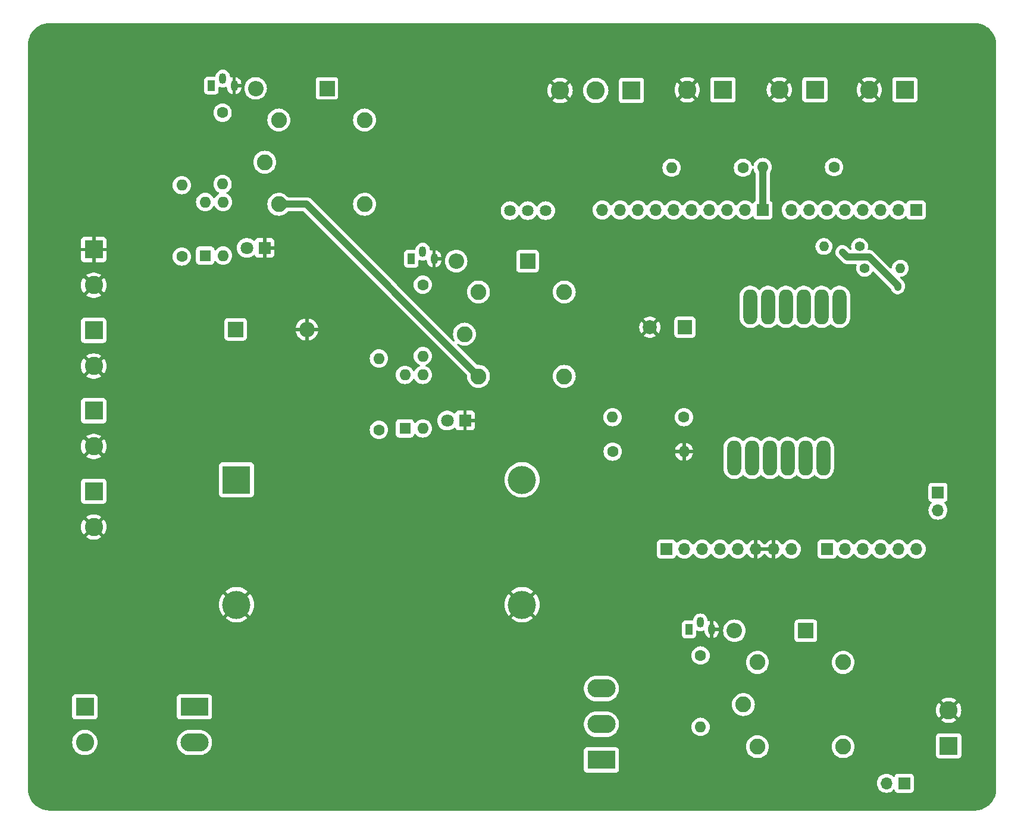
<source format=gbr>
%TF.GenerationSoftware,KiCad,Pcbnew,7.0.7*%
%TF.CreationDate,2025-08-28T15:07:29+07:00*%
%TF.ProjectId,uno-r4-shield-template,756e6f2d-7234-42d7-9368-69656c642d74,rev?*%
%TF.SameCoordinates,Original*%
%TF.FileFunction,Copper,L2,Bot*%
%TF.FilePolarity,Positive*%
%FSLAX46Y46*%
G04 Gerber Fmt 4.6, Leading zero omitted, Abs format (unit mm)*
G04 Created by KiCad (PCBNEW 7.0.7) date 2025-08-28 15:07:29*
%MOMM*%
%LPD*%
G01*
G04 APERTURE LIST*
%TA.AperFunction,ComponentPad*%
%ADD10R,1.050000X1.500000*%
%TD*%
%TA.AperFunction,ComponentPad*%
%ADD11O,1.050000X1.500000*%
%TD*%
%TA.AperFunction,ComponentPad*%
%ADD12O,2.200000X2.200000*%
%TD*%
%TA.AperFunction,ComponentPad*%
%ADD13R,2.200000X2.200000*%
%TD*%
%TA.AperFunction,ComponentPad*%
%ADD14C,2.250000*%
%TD*%
%TA.AperFunction,ComponentPad*%
%ADD15C,2.600000*%
%TD*%
%TA.AperFunction,ComponentPad*%
%ADD16R,2.600000X2.600000*%
%TD*%
%TA.AperFunction,ComponentPad*%
%ADD17O,1.600000X1.600000*%
%TD*%
%TA.AperFunction,ComponentPad*%
%ADD18C,1.600000*%
%TD*%
%TA.AperFunction,ComponentPad*%
%ADD19R,1.700000X1.700000*%
%TD*%
%TA.AperFunction,ComponentPad*%
%ADD20O,1.700000X1.700000*%
%TD*%
%TA.AperFunction,ComponentPad*%
%ADD21C,1.400000*%
%TD*%
%TA.AperFunction,ComponentPad*%
%ADD22O,1.400000X1.400000*%
%TD*%
%TA.AperFunction,ComponentPad*%
%ADD23C,1.635000*%
%TD*%
%TA.AperFunction,ComponentPad*%
%ADD24R,2.000000X2.000000*%
%TD*%
%TA.AperFunction,ComponentPad*%
%ADD25C,2.000000*%
%TD*%
%TA.AperFunction,ComponentPad*%
%ADD26R,1.600000X1.600000*%
%TD*%
%TA.AperFunction,ComponentPad*%
%ADD27R,4.000000X2.600000*%
%TD*%
%TA.AperFunction,ComponentPad*%
%ADD28O,4.000000X2.600000*%
%TD*%
%TA.AperFunction,ComponentPad*%
%ADD29R,1.800000X1.800000*%
%TD*%
%TA.AperFunction,ComponentPad*%
%ADD30C,1.800000*%
%TD*%
%TA.AperFunction,ComponentPad*%
%ADD31O,2.000000X5.000000*%
%TD*%
%TA.AperFunction,ComponentPad*%
%ADD32C,4.000000*%
%TD*%
%TA.AperFunction,ComponentPad*%
%ADD33R,4.000000X4.000000*%
%TD*%
%TA.AperFunction,ViaPad*%
%ADD34C,0.800000*%
%TD*%
%TA.AperFunction,Conductor*%
%ADD35C,1.000000*%
%TD*%
G04 APERTURE END LIST*
D10*
%TO.P,Q2,1,C*%
%TO.N,Net-(D4-A)*%
X101610000Y-41500000D03*
D11*
%TO.P,Q2,2,B*%
%TO.N,Net-(Q2-B)*%
X103230000Y-40500000D03*
%TO.P,Q2,3,E*%
%TO.N,GND*%
X104850000Y-41500000D03*
%TD*%
D10*
%TO.P,Q1,1,C*%
%TO.N,Net-(D3-A)*%
X130055000Y-66140000D03*
D11*
%TO.P,Q1,2,B*%
%TO.N,Net-(Q1-B)*%
X131675000Y-65140000D03*
%TO.P,Q1,3,E*%
%TO.N,GND*%
X133295000Y-66140000D03*
%TD*%
%TO.P,Q3,3,E*%
%TO.N,GND*%
X172810000Y-118900000D03*
%TO.P,Q3,2,B*%
%TO.N,Net-(Q3-B)*%
X171190000Y-117900000D03*
D10*
%TO.P,Q3,1,C*%
%TO.N,Net-(D6-A)*%
X169570000Y-118900000D03*
%TD*%
D12*
%TO.P,D6,2,A*%
%TO.N,Net-(D6-A)*%
X176040000Y-119100000D03*
D13*
%TO.P,D6,1,K*%
%TO.N,+3.3V*%
X186200000Y-119100000D03*
%TD*%
D14*
%TO.P,K3,5,5*%
%TO.N,Net-(D6-A)*%
X179312500Y-123600000D03*
%TO.P,K3,4,4*%
%TO.N,Pilot_Lamp*%
X191512500Y-123600000D03*
%TO.P,K3,3,3*%
%TO.N,unconnected-(K3-Pad3)*%
X191512500Y-135600000D03*
%TO.P,K3,2,2*%
%TO.N,+3.3V*%
X179312500Y-135600000D03*
%TO.P,K3,1,1*%
%TO.N,+12V*%
X177312500Y-129600000D03*
%TD*%
D15*
%TO.P,J15,2,Pin_2*%
%TO.N,GND*%
X206520000Y-130400000D03*
D16*
%TO.P,J15,1,Pin_1*%
%TO.N,Pilot_Lamp_Out*%
X206520000Y-135480000D03*
%TD*%
D17*
%TO.P,R9,2*%
%TO.N,Net-(J17-Pin_1)*%
X171220000Y-132780000D03*
D18*
%TO.P,R9,1*%
%TO.N,Net-(Q3-B)*%
X171220000Y-122620000D03*
%TD*%
D19*
%TO.P,J19,1,Pin_1*%
%TO.N,Pilot_Lamp_Out*%
X200200000Y-140800000D03*
D20*
%TO.P,J19,2,Pin_2*%
%TO.N,Pilot_Lamp*%
X197660000Y-140800000D03*
%TD*%
D19*
%TO.P,J18,1,Pin_1*%
%TO.N,Net-(J18-Pin_1)*%
X205000000Y-99400000D03*
D20*
%TO.P,J18,2,Pin_2*%
X205000000Y-101940000D03*
%TD*%
D21*
%TO.P,R8,1*%
%TO.N,GSM_TXD*%
X194560000Y-67500000D03*
D22*
%TO.P,R8,2*%
%TO.N,+3.3V*%
X199640000Y-67500000D03*
%TD*%
D21*
%TO.P,R3,1*%
%TO.N,D3~*%
X193840000Y-64400000D03*
D22*
%TO.P,R3,2*%
%TO.N,+5V*%
X188760000Y-64400000D03*
%TD*%
D13*
%TO.P,D4,1,K*%
%TO.N,+3.3V*%
X118060000Y-41900000D03*
D12*
%TO.P,D4,2,A*%
%TO.N,Net-(D4-A)*%
X107900000Y-41900000D03*
%TD*%
D16*
%TO.P,J9,1,Pin_1*%
%TO.N,Coin_Acceptor_VCC*%
X84869042Y-76340427D03*
D15*
%TO.P,J9,2,Pin_2*%
%TO.N,GND*%
X84869042Y-81420427D03*
%TD*%
D18*
%TO.P,R7,1*%
%TO.N,Net-(Q2-B)*%
X103200000Y-45360000D03*
D17*
%TO.P,R7,2*%
%TO.N,Net-(R7-Pad2)*%
X103200000Y-55520000D03*
%TD*%
D13*
%TO.P,D7,1,K*%
%TO.N,Coin_Acceptor_VCC*%
X105040000Y-76200000D03*
D12*
%TO.P,D7,2,A*%
%TO.N,GND*%
X115200000Y-76200000D03*
%TD*%
D23*
%TO.P,S1,1,1*%
%TO.N,Net-(GSM_Module1-Vcc)*%
X149180000Y-59300000D03*
%TO.P,S1,2,2*%
%TO.N,GSM_VCC*%
X146640000Y-59300000D03*
%TO.P,S1,3,3*%
%TO.N,unconnected-(S1-Pad3)*%
X144100000Y-59300000D03*
%TD*%
D18*
%TO.P,R2,1*%
%TO.N,Net-(GSM_Module1-RXD)*%
X158711733Y-93600000D03*
D17*
%TO.P,R2,2*%
%TO.N,GND*%
X168871733Y-93600000D03*
%TD*%
D16*
%TO.P,J6,1,Pin_1*%
%TO.N,Net-(J6-Pin_1)*%
X187500000Y-42100000D03*
D15*
%TO.P,J6,2,Pin_2*%
%TO.N,GND*%
X182420000Y-42100000D03*
%TD*%
D24*
%TO.P,C1,1*%
%TO.N,Net-(GSM_Module1-Vcc)*%
X169000000Y-75900000D03*
D25*
%TO.P,C1,2*%
%TO.N,GND*%
X164000000Y-75900000D03*
%TD*%
D18*
%TO.P,R5,1*%
%TO.N,Net-(R5-Pad1)*%
X97400000Y-65840000D03*
D17*
%TO.P,R5,2*%
%TO.N,Coin_Enable*%
X97400000Y-55680000D03*
%TD*%
D26*
%TO.P,U3,1*%
%TO.N,Net-(R5-Pad1)*%
X100725000Y-65700000D03*
D17*
%TO.P,U3,2*%
%TO.N,Net-(D2-A)*%
X103265000Y-65700000D03*
%TO.P,U3,3*%
%TO.N,Net-(R7-Pad2)*%
X103265000Y-58080000D03*
%TO.P,U3,4*%
%TO.N,+3.3V*%
X100725000Y-58080000D03*
%TD*%
D26*
%TO.P,U2,1*%
%TO.N,Net-(R4-Pad1)*%
X129160000Y-90300000D03*
D17*
%TO.P,U2,2*%
%TO.N,Net-(D1-A)*%
X131700000Y-90300000D03*
%TO.P,U2,3*%
%TO.N,Net-(R6-Pad2)*%
X131700000Y-82680000D03*
%TO.P,U2,4*%
%TO.N,+3.3V*%
X129160000Y-82680000D03*
%TD*%
D18*
%TO.P,R1,1*%
%TO.N,D2*%
X168851733Y-88700000D03*
D17*
%TO.P,R1,2*%
%TO.N,Net-(GSM_Module1-RXD)*%
X158691733Y-88700000D03*
%TD*%
D16*
%TO.P,J20,1,Pin_1*%
%TO.N,Coin_Enable*%
X161380000Y-42200000D03*
D15*
%TO.P,J20,2,Pin_2*%
%TO.N,Green_LED*%
X156300000Y-42200000D03*
%TO.P,J20,3,Pin_3*%
%TO.N,GND*%
X151220000Y-42200000D03*
%TD*%
D27*
%TO.P,J12,1,Pin_1*%
%TO.N,Net-(J12-Pin_1)*%
X99205000Y-129925000D03*
D28*
%TO.P,J12,2,Pin_2*%
%TO.N,Net-(J12-Pin_2)*%
X99205000Y-135005000D03*
%TD*%
D16*
%TO.P,J7,1,Pin_1*%
%TO.N,+12V*%
X84869042Y-99240427D03*
D15*
%TO.P,J7,2,Pin_2*%
%TO.N,GND*%
X84869042Y-104320427D03*
%TD*%
D16*
%TO.P,J16,1,Pin_1*%
%TO.N,Net-(J12-Pin_1)*%
X83605000Y-129925000D03*
D15*
%TO.P,J16,2,Pin_2*%
%TO.N,Net-(J12-Pin_2)*%
X83605000Y-135005000D03*
%TD*%
D14*
%TO.P,K1,1,1*%
%TO.N,+4V*%
X137620000Y-76880000D03*
%TO.P,K1,2,2*%
%TO.N,+3.3V*%
X139620000Y-82880000D03*
%TO.P,K1,3,3*%
%TO.N,unconnected-(K1-Pad3)*%
X151820000Y-82880000D03*
%TO.P,K1,4,4*%
%TO.N,GSM_VCC*%
X151820000Y-70880000D03*
%TO.P,K1,5,5*%
%TO.N,Net-(D3-A)*%
X139620000Y-70880000D03*
%TD*%
D16*
%TO.P,J3,1,Pin_1*%
%TO.N,Net-(J18-Pin_1)*%
X200300000Y-42100000D03*
D15*
%TO.P,J3,2,Pin_2*%
%TO.N,GND*%
X195220000Y-42100000D03*
%TD*%
D16*
%TO.P,J14,1,Pin_1*%
%TO.N,Net-(J14-Pin_1)*%
X174400000Y-42105000D03*
D15*
%TO.P,J14,2,Pin_2*%
%TO.N,GND*%
X169320000Y-42105000D03*
%TD*%
D18*
%TO.P,R4,1*%
%TO.N,Net-(R4-Pad1)*%
X125445000Y-90500000D03*
D17*
%TO.P,R4,2*%
%TO.N,GSM_Reset*%
X125445000Y-80340000D03*
%TD*%
D29*
%TO.P,D2,1,K*%
%TO.N,GND*%
X109175000Y-64600000D03*
D30*
%TO.P,D2,2,A*%
%TO.N,Net-(D2-A)*%
X106635000Y-64600000D03*
%TD*%
D16*
%TO.P,J8,1,Pin_1*%
%TO.N,+12V*%
X84869042Y-87775427D03*
D15*
%TO.P,J8,2,Pin_2*%
%TO.N,GND*%
X84869042Y-92855427D03*
%TD*%
D18*
%TO.P,R12,1*%
%TO.N,Net-(J14-Pin_1)*%
X177260000Y-53200000D03*
D17*
%TO.P,R12,2*%
%TO.N,Green_LED*%
X167100000Y-53200000D03*
%TD*%
D31*
%TO.P,GSM_Module1,1,Net*%
%TO.N,unconnected-(GSM_Module1-Net-Pad1)*%
X190991733Y-73000000D03*
%TO.P,GSM_Module1,2,Vcc*%
%TO.N,Net-(GSM_Module1-Vcc)*%
X188451733Y-73000000D03*
%TO.P,GSM_Module1,3,RST*%
%TO.N,unconnected-(GSM_Module1-RST-Pad3)*%
X185911733Y-73000000D03*
%TO.P,GSM_Module1,4,RXD*%
%TO.N,Net-(GSM_Module1-RXD)*%
X183371733Y-73000000D03*
%TO.P,GSM_Module1,5,TXD*%
%TO.N,GSM_TXD*%
X180831733Y-73000000D03*
%TO.P,GSM_Module1,6,GND*%
%TO.N,GND1*%
X178291733Y-73000000D03*
%TO.P,GSM_Module1,7,RING*%
%TO.N,unconnected-(GSM_Module1-RING-Pad7)*%
X188691733Y-94500000D03*
%TO.P,GSM_Module1,8,DTR*%
%TO.N,unconnected-(GSM_Module1-DTR-Pad8)*%
X186151733Y-94500000D03*
%TO.P,GSM_Module1,9,MIC+*%
%TO.N,unconnected-(GSM_Module1-MIC+-Pad9)*%
X183611733Y-94500000D03*
%TO.P,GSM_Module1,10,MIC-*%
%TO.N,unconnected-(GSM_Module1-MIC--Pad10)*%
X181071733Y-94500000D03*
%TO.P,GSM_Module1,11,SPKR+*%
%TO.N,unconnected-(GSM_Module1-SPKR+-Pad11)*%
X178531733Y-94500000D03*
%TO.P,GSM_Module1,12,SPKR-*%
%TO.N,unconnected-(GSM_Module1-SPKR--Pad12)*%
X175991733Y-94500000D03*
%TD*%
D13*
%TO.P,D3,1,K*%
%TO.N,+3.3V*%
X146600000Y-66480000D03*
D12*
%TO.P,D3,2,A*%
%TO.N,Net-(D3-A)*%
X136440000Y-66480000D03*
%TD*%
D32*
%TO.P,U1,4,Vout*%
%TO.N,+4V*%
X145820000Y-97610000D03*
%TO.P,U1,3,GND*%
%TO.N,GND*%
X145820000Y-115390000D03*
%TO.P,U1,2,GND*%
X105180000Y-115390000D03*
D33*
%TO.P,U1,1,Vin*%
%TO.N,+12V*%
X105180000Y-97610000D03*
%TD*%
D29*
%TO.P,D1,1,K*%
%TO.N,GND*%
X137700000Y-89180000D03*
D30*
%TO.P,D1,2,A*%
%TO.N,Net-(D1-A)*%
X135160000Y-89180000D03*
%TD*%
D18*
%TO.P,R6,1*%
%TO.N,Net-(Q1-B)*%
X131700000Y-69840000D03*
D17*
%TO.P,R6,2*%
%TO.N,Net-(R6-Pad2)*%
X131700000Y-80000000D03*
%TD*%
D18*
%TO.P,R11,1*%
%TO.N,Net-(J6-Pin_1)*%
X190215000Y-53105000D03*
D17*
%TO.P,R11,2*%
%TO.N,Arduino_LED*%
X180055000Y-53105000D03*
%TD*%
D16*
%TO.P,J13,1,Pin_1*%
%TO.N,GND*%
X84869042Y-64840427D03*
D15*
%TO.P,J13,2,Pin_2*%
X84869042Y-69920427D03*
%TD*%
D27*
%TO.P,J17,1,Pin_1*%
%TO.N,Net-(J17-Pin_1)*%
X157105000Y-137485000D03*
D28*
%TO.P,J17,2,Pin_2*%
%TO.N,unconnected-(J17-Pin_2-Pad2)*%
X157105000Y-132405000D03*
%TO.P,J17,3,Pin_3*%
%TO.N,+3.3V*%
X157105000Y-127325000D03*
%TD*%
D14*
%TO.P,K2,1,1*%
%TO.N,+12V*%
X109200000Y-52400000D03*
%TO.P,K2,2,2*%
%TO.N,+3.3V*%
X111200000Y-58400000D03*
%TO.P,K2,3,3*%
%TO.N,Coin_Acceptor_VCC*%
X123400000Y-58400000D03*
%TO.P,K2,4,4*%
%TO.N,unconnected-(K2-Pad4)*%
X123400000Y-46400000D03*
%TO.P,K2,5,5*%
%TO.N,Net-(D4-A)*%
X111200000Y-46400000D03*
%TD*%
D19*
%TO.P,J1,1,Pin_1*%
%TO.N,BOOT*%
X166361733Y-107465000D03*
D20*
%TO.P,J1,2,Pin_2*%
%TO.N,IOREF*%
X168901733Y-107465000D03*
%TO.P,J1,3,Pin_3*%
%TO.N,RESET*%
X171441733Y-107465000D03*
%TO.P,J1,4,Pin_4*%
%TO.N,+3.3V*%
X173981733Y-107465000D03*
%TO.P,J1,5,Pin_5*%
%TO.N,+5V*%
X176521733Y-107465000D03*
%TO.P,J1,6,Pin_6*%
%TO.N,GND*%
X179061733Y-107465000D03*
%TO.P,J1,7,Pin_7*%
X181601733Y-107465000D03*
%TO.P,J1,8,Pin_8*%
%TO.N,+VSW*%
X184141733Y-107465000D03*
%TD*%
D19*
%TO.P,J4,1,Pin_1*%
%TO.N,Arduino_LED*%
X180091733Y-59200000D03*
D20*
%TO.P,J4,2,Pin_2*%
%TO.N,D9~*%
X177551733Y-59200000D03*
%TO.P,J4,3,Pin_3*%
%TO.N,D10~*%
X175011733Y-59200000D03*
%TO.P,J4,4,Pin_4*%
%TO.N,D11~*%
X172471733Y-59200000D03*
%TO.P,J4,5,Pin_5*%
%TO.N,D12*%
X169931733Y-59200000D03*
%TO.P,J4,6,Pin_6*%
%TO.N,D13*%
X167391733Y-59200000D03*
%TO.P,J4,7,Pin_7*%
%TO.N,GND1*%
X164851733Y-59200000D03*
%TO.P,J4,8,Pin_8*%
%TO.N,AREF*%
X162311733Y-59200000D03*
%TO.P,J4,9,Pin_9*%
%TO.N,D18*%
X159771733Y-59200000D03*
%TO.P,J4,10,Pin_10*%
%TO.N,D19*%
X157231733Y-59200000D03*
%TD*%
D19*
%TO.P,J2,1,Pin_1*%
%TO.N,A0{slash}D14*%
X189226733Y-107465000D03*
D20*
%TO.P,J2,2,Pin_2*%
%TO.N,A1{slash}D15*%
X191766733Y-107465000D03*
%TO.P,J2,3,Pin_3*%
%TO.N,A2{slash}D16*%
X194306733Y-107465000D03*
%TO.P,J2,4,Pin_4*%
%TO.N,A3{slash}D17*%
X196846733Y-107465000D03*
%TO.P,J2,5,Pin_5*%
%TO.N,A4{slash}D18*%
X199386733Y-107465000D03*
%TO.P,J2,6,Pin_6*%
%TO.N,A5{slash}D19*%
X201926733Y-107465000D03*
%TD*%
D19*
%TO.P,J5,1,Pin_1*%
%TO.N,D0*%
X201891733Y-59200000D03*
D20*
%TO.P,J5,2,Pin_2*%
%TO.N,D1*%
X199351733Y-59200000D03*
%TO.P,J5,3,Pin_3*%
%TO.N,D2*%
X196811733Y-59200000D03*
%TO.P,J5,4,Pin_4*%
%TO.N,D3~*%
X194271733Y-59200000D03*
%TO.P,J5,5,Pin_5*%
%TO.N,D4*%
X191731733Y-59200000D03*
%TO.P,J5,6,Pin_6*%
%TO.N,D5~*%
X189191733Y-59200000D03*
%TO.P,J5,7,Pin_7*%
%TO.N,D6~*%
X186651733Y-59200000D03*
%TO.P,J5,8,Pin_8*%
%TO.N,GSM_Reset*%
X184111733Y-59200000D03*
%TD*%
D34*
%TO.N,+5V*%
X191400000Y-65200000D03*
X199300000Y-70200000D03*
%TO.N,GND*%
X157500000Y-98500000D03*
%TD*%
D35*
%TO.N,+5V*%
X192100000Y-65900000D02*
X195200000Y-65900000D01*
X191400000Y-65200000D02*
X192100000Y-65900000D01*
X199300000Y-70000000D02*
X199300000Y-70200000D01*
X195200000Y-65900000D02*
X199300000Y-70000000D01*
%TO.N,+3.3V*%
X115140000Y-58400000D02*
X139620000Y-82880000D01*
X111200000Y-58400000D02*
X115140000Y-58400000D01*
%TO.N,Arduino_LED*%
X180091733Y-59200000D02*
X180091733Y-53141733D01*
X180091733Y-53141733D02*
X180055000Y-53105000D01*
%TD*%
%TA.AperFunction,Conductor*%
%TO.N,GND*%
G36*
X181055425Y-107234685D02*
G01*
X181101180Y-107287489D01*
X181111124Y-107356647D01*
X181107364Y-107373933D01*
X181101733Y-107393111D01*
X181101733Y-107536888D01*
X181107364Y-107556067D01*
X181107363Y-107625936D01*
X181069588Y-107684714D01*
X181006032Y-107713738D01*
X180988386Y-107715000D01*
X179675080Y-107715000D01*
X179608041Y-107695315D01*
X179562286Y-107642511D01*
X179552342Y-107573353D01*
X179556102Y-107556067D01*
X179561733Y-107536888D01*
X179561733Y-107393111D01*
X179556102Y-107373933D01*
X179556103Y-107304064D01*
X179593878Y-107245286D01*
X179657434Y-107216262D01*
X179675080Y-107215000D01*
X180988386Y-107215000D01*
X181055425Y-107234685D01*
G37*
%TD.AperFunction*%
%TA.AperFunction,Conductor*%
G36*
X210209602Y-32600588D02*
G01*
X210341426Y-32607666D01*
X210535401Y-32618810D01*
X210541567Y-32619478D01*
X210697221Y-32644336D01*
X210866771Y-32673368D01*
X210872396Y-32674605D01*
X211029049Y-32716795D01*
X211190258Y-32763463D01*
X211195279Y-32765154D01*
X211348577Y-32824226D01*
X211476365Y-32877351D01*
X211502054Y-32888031D01*
X211506474Y-32890075D01*
X211653753Y-32965356D01*
X211798513Y-33045606D01*
X211798517Y-33045608D01*
X211802285Y-33047875D01*
X211941539Y-33138562D01*
X212020482Y-33194729D01*
X212076183Y-33234359D01*
X212079320Y-33236745D01*
X212207543Y-33340850D01*
X212209833Y-33342804D01*
X212331811Y-33452093D01*
X212334295Y-33454448D01*
X212385977Y-33506262D01*
X212450996Y-33571449D01*
X212453383Y-33573980D01*
X212562364Y-33696246D01*
X212564314Y-33698545D01*
X212668067Y-33827006D01*
X212670445Y-33830150D01*
X212765910Y-33965063D01*
X212856219Y-34104520D01*
X212858482Y-34108301D01*
X212938372Y-34253292D01*
X213013267Y-34400751D01*
X213015300Y-34405176D01*
X213078718Y-34558841D01*
X213137380Y-34712251D01*
X213139069Y-34717309D01*
X213185322Y-34878634D01*
X213227098Y-35035357D01*
X213228328Y-35041022D01*
X213256931Y-35210685D01*
X213281374Y-35366311D01*
X213282032Y-35372538D01*
X213292684Y-35566666D01*
X213299415Y-35698371D01*
X213299496Y-35701660D01*
X213299398Y-35750842D01*
X213299500Y-35751790D01*
X213299500Y-141606346D01*
X213299415Y-141609591D01*
X213292525Y-141741069D01*
X213281635Y-141934973D01*
X213280969Y-141941199D01*
X213256373Y-142096512D01*
X213227571Y-142266017D01*
X213226334Y-142271681D01*
X213184454Y-142427987D01*
X213138003Y-142589224D01*
X213136307Y-142594281D01*
X213077595Y-142747235D01*
X213013988Y-142900796D01*
X213011950Y-142905219D01*
X212937042Y-143052235D01*
X212856969Y-143197114D01*
X212854702Y-143200892D01*
X212764450Y-143339869D01*
X212668802Y-143474671D01*
X212666420Y-143477811D01*
X212562786Y-143605791D01*
X212560832Y-143608087D01*
X212451659Y-143730252D01*
X212449269Y-143732779D01*
X212332779Y-143849269D01*
X212330252Y-143851659D01*
X212208087Y-143960832D01*
X212205791Y-143962786D01*
X212077811Y-144066420D01*
X212074671Y-144068802D01*
X211939869Y-144164450D01*
X211800893Y-144254700D01*
X211797115Y-144256967D01*
X211652218Y-144337049D01*
X211505231Y-144411942D01*
X211500809Y-144413981D01*
X211347224Y-144477599D01*
X211194282Y-144536307D01*
X211189225Y-144538003D01*
X211027987Y-144584454D01*
X210871683Y-144626334D01*
X210866019Y-144627571D01*
X210696462Y-144656381D01*
X210541207Y-144680968D01*
X210534982Y-144681634D01*
X210340962Y-144692531D01*
X210209590Y-144699415D01*
X210206347Y-144699500D01*
X78593653Y-144699500D01*
X78590409Y-144699415D01*
X78581706Y-144698958D01*
X78458930Y-144692525D01*
X78265025Y-144681635D01*
X78258799Y-144680969D01*
X78103487Y-144656373D01*
X77933981Y-144627571D01*
X77928317Y-144626334D01*
X77772012Y-144584454D01*
X77610774Y-144538003D01*
X77605717Y-144536307D01*
X77452764Y-144477595D01*
X77299202Y-144413988D01*
X77294799Y-144411959D01*
X77147760Y-144337040D01*
X77002884Y-144256969D01*
X76999112Y-144254706D01*
X76860130Y-144164450D01*
X76725327Y-144068802D01*
X76722187Y-144066420D01*
X76658224Y-144014625D01*
X76594184Y-143962766D01*
X76591911Y-143960832D01*
X76469746Y-143851659D01*
X76467219Y-143849269D01*
X76350729Y-143732779D01*
X76348339Y-143730252D01*
X76239166Y-143608087D01*
X76237238Y-143605822D01*
X76133578Y-143477811D01*
X76131196Y-143474671D01*
X76035549Y-143339869D01*
X75945298Y-143200893D01*
X75943031Y-143197115D01*
X75862950Y-143052218D01*
X75788056Y-142905231D01*
X75786017Y-142900809D01*
X75722400Y-142747224D01*
X75663680Y-142594249D01*
X75662007Y-142589262D01*
X75615545Y-142427987D01*
X75573664Y-142271683D01*
X75572427Y-142266018D01*
X75553676Y-142155659D01*
X75543622Y-142096487D01*
X75519029Y-141941199D01*
X75518365Y-141934993D01*
X75507472Y-141741038D01*
X75500584Y-141609590D01*
X75500500Y-141606348D01*
X75500500Y-140800000D01*
X196304341Y-140800000D01*
X196324936Y-141035403D01*
X196324938Y-141035413D01*
X196386094Y-141263655D01*
X196386096Y-141263659D01*
X196386097Y-141263663D01*
X196470499Y-141444663D01*
X196485965Y-141477830D01*
X196485967Y-141477834D01*
X196575953Y-141606346D01*
X196621505Y-141671401D01*
X196788599Y-141838495D01*
X196885384Y-141906265D01*
X196982165Y-141974032D01*
X196982167Y-141974033D01*
X196982170Y-141974035D01*
X197196337Y-142073903D01*
X197424592Y-142135063D01*
X197601034Y-142150500D01*
X197659999Y-142155659D01*
X197660000Y-142155659D01*
X197660001Y-142155659D01*
X197718966Y-142150500D01*
X197895408Y-142135063D01*
X198123663Y-142073903D01*
X198337830Y-141974035D01*
X198531401Y-141838495D01*
X198653329Y-141716566D01*
X198714648Y-141683084D01*
X198784340Y-141688068D01*
X198840274Y-141729939D01*
X198857189Y-141760917D01*
X198906202Y-141892328D01*
X198906206Y-141892335D01*
X198992452Y-142007544D01*
X198992455Y-142007547D01*
X199107664Y-142093793D01*
X199107671Y-142093797D01*
X199242517Y-142144091D01*
X199242516Y-142144091D01*
X199249444Y-142144835D01*
X199302127Y-142150500D01*
X201097872Y-142150499D01*
X201157483Y-142144091D01*
X201292331Y-142093796D01*
X201407546Y-142007546D01*
X201493796Y-141892331D01*
X201544091Y-141757483D01*
X201550500Y-141697873D01*
X201550499Y-139902128D01*
X201544091Y-139842517D01*
X201542810Y-139839083D01*
X201493797Y-139707671D01*
X201493793Y-139707664D01*
X201407547Y-139592455D01*
X201407544Y-139592452D01*
X201292335Y-139506206D01*
X201292328Y-139506202D01*
X201157482Y-139455908D01*
X201157483Y-139455908D01*
X201097883Y-139449501D01*
X201097881Y-139449500D01*
X201097873Y-139449500D01*
X201097864Y-139449500D01*
X199302129Y-139449500D01*
X199302123Y-139449501D01*
X199242516Y-139455908D01*
X199107671Y-139506202D01*
X199107664Y-139506206D01*
X198992455Y-139592452D01*
X198992452Y-139592455D01*
X198906206Y-139707664D01*
X198906203Y-139707669D01*
X198857189Y-139839083D01*
X198815317Y-139895016D01*
X198749853Y-139919433D01*
X198681580Y-139904581D01*
X198653326Y-139883430D01*
X198531402Y-139761506D01*
X198531395Y-139761501D01*
X198337834Y-139625967D01*
X198337830Y-139625965D01*
X198337828Y-139625964D01*
X198123663Y-139526097D01*
X198123659Y-139526096D01*
X198123655Y-139526094D01*
X197895413Y-139464938D01*
X197895403Y-139464936D01*
X197660001Y-139444341D01*
X197659999Y-139444341D01*
X197424596Y-139464936D01*
X197424586Y-139464938D01*
X197196344Y-139526094D01*
X197196335Y-139526098D01*
X196982171Y-139625964D01*
X196982169Y-139625965D01*
X196788597Y-139761505D01*
X196621505Y-139928597D01*
X196485965Y-140122169D01*
X196485964Y-140122171D01*
X196386098Y-140336335D01*
X196386094Y-140336344D01*
X196324938Y-140564586D01*
X196324936Y-140564596D01*
X196304341Y-140799999D01*
X196304341Y-140800000D01*
X75500500Y-140800000D01*
X75500500Y-138832870D01*
X154604500Y-138832870D01*
X154604501Y-138832876D01*
X154610908Y-138892483D01*
X154661202Y-139027328D01*
X154661206Y-139027335D01*
X154747452Y-139142544D01*
X154747455Y-139142547D01*
X154862664Y-139228793D01*
X154862671Y-139228797D01*
X154997517Y-139279091D01*
X154997516Y-139279091D01*
X155004444Y-139279835D01*
X155057127Y-139285500D01*
X159152872Y-139285499D01*
X159212483Y-139279091D01*
X159347331Y-139228796D01*
X159462546Y-139142546D01*
X159548796Y-139027331D01*
X159599091Y-138892483D01*
X159605500Y-138832873D01*
X159605499Y-136137128D01*
X159599091Y-136077517D01*
X159578422Y-136022101D01*
X159548797Y-135942671D01*
X159548793Y-135942664D01*
X159462547Y-135827455D01*
X159462544Y-135827452D01*
X159347335Y-135741206D01*
X159347328Y-135741202D01*
X159212482Y-135690908D01*
X159212483Y-135690908D01*
X159152883Y-135684501D01*
X159152881Y-135684500D01*
X159152873Y-135684500D01*
X159152864Y-135684500D01*
X155057129Y-135684500D01*
X155057123Y-135684501D01*
X154997516Y-135690908D01*
X154862671Y-135741202D01*
X154862664Y-135741206D01*
X154747455Y-135827452D01*
X154747452Y-135827455D01*
X154661206Y-135942664D01*
X154661202Y-135942671D01*
X154610908Y-136077517D01*
X154604501Y-136137116D01*
X154604501Y-136137123D01*
X154604500Y-136137135D01*
X154604500Y-138832870D01*
X75500500Y-138832870D01*
X75500500Y-135005004D01*
X81799451Y-135005004D01*
X81819616Y-135274101D01*
X81879664Y-135537188D01*
X81879666Y-135537195D01*
X81959734Y-135741204D01*
X81978257Y-135788398D01*
X82113185Y-136022102D01*
X82204921Y-136137135D01*
X82281442Y-136233089D01*
X82468183Y-136406358D01*
X82479259Y-136416635D01*
X82702226Y-136568651D01*
X82945359Y-136685738D01*
X83203228Y-136765280D01*
X83203229Y-136765280D01*
X83203232Y-136765281D01*
X83470063Y-136805499D01*
X83470068Y-136805499D01*
X83470071Y-136805500D01*
X83470072Y-136805500D01*
X83739928Y-136805500D01*
X83739929Y-136805500D01*
X83739936Y-136805499D01*
X84006767Y-136765281D01*
X84006768Y-136765280D01*
X84006772Y-136765280D01*
X84264641Y-136685738D01*
X84507775Y-136568651D01*
X84730741Y-136416635D01*
X84928561Y-136233085D01*
X85096815Y-136022102D01*
X85231743Y-135788398D01*
X85330334Y-135537195D01*
X85390383Y-135274103D01*
X85400437Y-135139936D01*
X96704500Y-135139936D01*
X96744718Y-135406767D01*
X96744720Y-135406773D01*
X96824262Y-135664641D01*
X96941346Y-135907769D01*
X96941348Y-135907771D01*
X96941349Y-135907774D01*
X97057077Y-136077516D01*
X97093365Y-136130741D01*
X97276910Y-136328557D01*
X97276914Y-136328560D01*
X97276915Y-136328561D01*
X97487898Y-136496815D01*
X97721602Y-136631743D01*
X97972805Y-136730334D01*
X98235897Y-136790383D01*
X98264715Y-136792542D01*
X98437618Y-136805500D01*
X98437624Y-136805500D01*
X99972382Y-136805500D01*
X100123671Y-136794162D01*
X100174103Y-136790383D01*
X100437195Y-136730334D01*
X100688398Y-136631743D01*
X100922102Y-136496815D01*
X101133085Y-136328561D01*
X101316635Y-136130741D01*
X101468651Y-135907775D01*
X101585738Y-135664641D01*
X101605677Y-135600000D01*
X177681974Y-135600000D01*
X177702047Y-135855064D01*
X177702047Y-135855067D01*
X177702048Y-135855070D01*
X177755453Y-136077516D01*
X177761779Y-136103864D01*
X177859688Y-136340239D01*
X177859690Y-136340242D01*
X177993375Y-136558396D01*
X177993378Y-136558401D01*
X178068700Y-136646591D01*
X178159544Y-136752956D01*
X178284079Y-136859319D01*
X178354098Y-136919121D01*
X178354100Y-136919122D01*
X178354101Y-136919123D01*
X178522521Y-137022331D01*
X178572257Y-137052809D01*
X178572260Y-137052811D01*
X178808635Y-137150720D01*
X178808640Y-137150722D01*
X179057430Y-137210452D01*
X179312500Y-137230526D01*
X179567570Y-137210452D01*
X179816360Y-137150722D01*
X179934551Y-137101765D01*
X180052739Y-137052811D01*
X180052740Y-137052810D01*
X180052743Y-137052809D01*
X180270899Y-136919123D01*
X180465456Y-136752956D01*
X180631623Y-136558399D01*
X180765309Y-136340243D01*
X180770150Y-136328557D01*
X180849439Y-136137135D01*
X180863222Y-136103860D01*
X180922952Y-135855070D01*
X180943026Y-135600000D01*
X189881974Y-135600000D01*
X189902047Y-135855064D01*
X189902047Y-135855067D01*
X189902048Y-135855070D01*
X189955453Y-136077516D01*
X189961779Y-136103864D01*
X190059688Y-136340239D01*
X190059690Y-136340242D01*
X190193375Y-136558396D01*
X190193378Y-136558401D01*
X190268700Y-136646591D01*
X190359544Y-136752956D01*
X190484079Y-136859319D01*
X190554098Y-136919121D01*
X190554100Y-136919122D01*
X190554101Y-136919123D01*
X190722521Y-137022331D01*
X190772257Y-137052809D01*
X190772260Y-137052811D01*
X191008635Y-137150720D01*
X191008640Y-137150722D01*
X191257430Y-137210452D01*
X191512500Y-137230526D01*
X191767570Y-137210452D01*
X192016360Y-137150722D01*
X192134551Y-137101765D01*
X192252739Y-137052811D01*
X192252740Y-137052810D01*
X192252743Y-137052809D01*
X192470899Y-136919123D01*
X192577743Y-136827870D01*
X204719500Y-136827870D01*
X204719501Y-136827876D01*
X204725908Y-136887483D01*
X204776202Y-137022328D01*
X204776206Y-137022335D01*
X204862452Y-137137544D01*
X204862455Y-137137547D01*
X204977664Y-137223793D01*
X204977671Y-137223797D01*
X205112517Y-137274091D01*
X205112516Y-137274091D01*
X205119444Y-137274835D01*
X205172127Y-137280500D01*
X207867872Y-137280499D01*
X207927483Y-137274091D01*
X208062331Y-137223796D01*
X208177546Y-137137546D01*
X208263796Y-137022331D01*
X208314091Y-136887483D01*
X208320500Y-136827873D01*
X208320499Y-134132128D01*
X208314091Y-134072517D01*
X208311524Y-134065635D01*
X208263797Y-133937671D01*
X208263793Y-133937664D01*
X208177547Y-133822455D01*
X208177544Y-133822452D01*
X208062335Y-133736206D01*
X208062328Y-133736202D01*
X207927482Y-133685908D01*
X207927483Y-133685908D01*
X207867883Y-133679501D01*
X207867881Y-133679500D01*
X207867873Y-133679500D01*
X207867864Y-133679500D01*
X205172129Y-133679500D01*
X205172123Y-133679501D01*
X205112516Y-133685908D01*
X204977671Y-133736202D01*
X204977664Y-133736206D01*
X204862455Y-133822452D01*
X204862452Y-133822455D01*
X204776206Y-133937664D01*
X204776202Y-133937671D01*
X204725908Y-134072517D01*
X204719501Y-134132116D01*
X204719501Y-134132123D01*
X204719500Y-134132135D01*
X204719500Y-136827870D01*
X192577743Y-136827870D01*
X192665456Y-136752956D01*
X192831623Y-136558399D01*
X192965309Y-136340243D01*
X192970150Y-136328557D01*
X193049439Y-136137135D01*
X193063222Y-136103860D01*
X193122952Y-135855070D01*
X193143026Y-135600000D01*
X193122952Y-135344930D01*
X193063222Y-135096140D01*
X193063220Y-135096135D01*
X192965311Y-134859760D01*
X192965309Y-134859757D01*
X192889408Y-134735898D01*
X192831623Y-134641601D01*
X192831622Y-134641600D01*
X192831621Y-134641598D01*
X192771819Y-134571579D01*
X192665456Y-134447044D01*
X192546393Y-134345355D01*
X192470901Y-134280878D01*
X192470896Y-134280875D01*
X192252742Y-134147190D01*
X192252739Y-134147188D01*
X192016364Y-134049279D01*
X191943322Y-134031743D01*
X191767570Y-133989548D01*
X191767567Y-133989547D01*
X191767564Y-133989547D01*
X191512500Y-133969474D01*
X191257435Y-133989547D01*
X191257431Y-133989547D01*
X191257430Y-133989548D01*
X191185817Y-134006741D01*
X191008635Y-134049279D01*
X190772260Y-134147188D01*
X190772257Y-134147190D01*
X190554103Y-134280875D01*
X190554098Y-134280878D01*
X190359544Y-134447044D01*
X190193378Y-134641598D01*
X190193375Y-134641603D01*
X190059690Y-134859757D01*
X190059688Y-134859760D01*
X189961779Y-135096135D01*
X189902047Y-135344935D01*
X189881974Y-135600000D01*
X180943026Y-135600000D01*
X180922952Y-135344930D01*
X180863222Y-135096140D01*
X180863220Y-135096135D01*
X180765311Y-134859760D01*
X180765309Y-134859757D01*
X180689408Y-134735898D01*
X180631623Y-134641601D01*
X180631622Y-134641600D01*
X180631621Y-134641598D01*
X180571819Y-134571579D01*
X180465456Y-134447044D01*
X180346393Y-134345355D01*
X180270901Y-134280878D01*
X180270896Y-134280875D01*
X180052742Y-134147190D01*
X180052739Y-134147188D01*
X179816364Y-134049279D01*
X179743322Y-134031743D01*
X179567570Y-133989548D01*
X179567567Y-133989547D01*
X179567564Y-133989547D01*
X179312500Y-133969474D01*
X179057435Y-133989547D01*
X179057431Y-133989547D01*
X179057430Y-133989548D01*
X178985817Y-134006741D01*
X178808635Y-134049279D01*
X178572260Y-134147188D01*
X178572257Y-134147190D01*
X178354103Y-134280875D01*
X178354098Y-134280878D01*
X178159544Y-134447044D01*
X177993378Y-134641598D01*
X177993375Y-134641603D01*
X177859690Y-134859757D01*
X177859688Y-134859760D01*
X177761779Y-135096135D01*
X177702047Y-135344935D01*
X177681974Y-135600000D01*
X101605677Y-135600000D01*
X101665280Y-135406772D01*
X101674601Y-135344935D01*
X101705499Y-135139936D01*
X101705500Y-135139927D01*
X101705500Y-134870072D01*
X101705499Y-134870063D01*
X101665281Y-134603232D01*
X101665279Y-134603226D01*
X101585738Y-134345359D01*
X101468651Y-134102226D01*
X101316635Y-133879259D01*
X101224580Y-133780047D01*
X101133089Y-133681442D01*
X101054966Y-133619141D01*
X100922102Y-133513185D01*
X100688398Y-133378257D01*
X100688396Y-133378256D01*
X100437195Y-133279666D01*
X100437188Y-133279664D01*
X100174101Y-133219616D01*
X99972382Y-133204500D01*
X99972376Y-133204500D01*
X98437624Y-133204500D01*
X98437618Y-133204500D01*
X98235898Y-133219616D01*
X97972811Y-133279664D01*
X97972804Y-133279666D01*
X97721603Y-133378256D01*
X97721599Y-133378258D01*
X97487898Y-133513185D01*
X97276910Y-133681442D01*
X97093365Y-133879258D01*
X96941345Y-134102231D01*
X96941344Y-134102232D01*
X96824263Y-134345355D01*
X96744720Y-134603226D01*
X96744718Y-134603232D01*
X96704500Y-134870063D01*
X96704500Y-135139936D01*
X85400437Y-135139936D01*
X85410549Y-135005000D01*
X85390383Y-134735897D01*
X85330334Y-134472805D01*
X85231743Y-134221602D01*
X85096815Y-133987898D01*
X84928561Y-133776915D01*
X84928560Y-133776914D01*
X84928557Y-133776910D01*
X84730741Y-133593365D01*
X84730740Y-133593365D01*
X84507775Y-133441349D01*
X84507769Y-133441346D01*
X84507768Y-133441345D01*
X84507767Y-133441344D01*
X84264643Y-133324263D01*
X84264645Y-133324263D01*
X84006773Y-133244720D01*
X84006767Y-133244718D01*
X83739936Y-133204500D01*
X83739929Y-133204500D01*
X83470071Y-133204500D01*
X83470063Y-133204500D01*
X83203232Y-133244718D01*
X83203226Y-133244720D01*
X82945358Y-133324262D01*
X82702230Y-133441346D01*
X82479258Y-133593365D01*
X82281442Y-133776910D01*
X82113185Y-133987898D01*
X81978258Y-134221599D01*
X81978256Y-134221603D01*
X81879666Y-134472804D01*
X81879664Y-134472811D01*
X81819616Y-134735898D01*
X81799451Y-135004995D01*
X81799451Y-135005004D01*
X75500500Y-135005004D01*
X75500500Y-132539936D01*
X154604500Y-132539936D01*
X154644718Y-132806767D01*
X154644720Y-132806773D01*
X154724262Y-133064641D01*
X154841346Y-133307769D01*
X154841348Y-133307771D01*
X154841349Y-133307774D01*
X154889404Y-133378258D01*
X154993365Y-133530741D01*
X155176910Y-133728557D01*
X155176914Y-133728560D01*
X155176915Y-133728561D01*
X155387898Y-133896815D01*
X155621602Y-134031743D01*
X155872805Y-134130334D01*
X156135897Y-134190383D01*
X156164715Y-134192542D01*
X156337618Y-134205500D01*
X156337624Y-134205500D01*
X157872382Y-134205500D01*
X158023671Y-134194162D01*
X158074103Y-134190383D01*
X158337195Y-134130334D01*
X158588398Y-134031743D01*
X158822102Y-133896815D01*
X159033085Y-133728561D01*
X159216635Y-133530741D01*
X159368651Y-133307775D01*
X159485738Y-133064641D01*
X159565280Y-132806772D01*
X159569315Y-132780001D01*
X169914532Y-132780001D01*
X169934364Y-133006686D01*
X169934366Y-133006697D01*
X169993258Y-133226488D01*
X169993261Y-133226497D01*
X170089431Y-133432732D01*
X170089432Y-133432734D01*
X170219954Y-133619141D01*
X170380858Y-133780045D01*
X170380861Y-133780047D01*
X170567266Y-133910568D01*
X170773504Y-134006739D01*
X170993308Y-134065635D01*
X171155230Y-134079801D01*
X171219998Y-134085468D01*
X171220000Y-134085468D01*
X171220002Y-134085468D01*
X171276673Y-134080509D01*
X171446692Y-134065635D01*
X171666496Y-134006739D01*
X171872734Y-133910568D01*
X172059139Y-133780047D01*
X172220047Y-133619139D01*
X172350568Y-133432734D01*
X172446739Y-133226496D01*
X172505635Y-133006692D01*
X172525468Y-132780000D01*
X172505635Y-132553308D01*
X172446739Y-132333504D01*
X172350568Y-132127266D01*
X172252839Y-131987693D01*
X172220045Y-131940858D01*
X172059141Y-131779954D01*
X171872734Y-131649432D01*
X171872732Y-131649431D01*
X171666497Y-131553261D01*
X171666488Y-131553258D01*
X171446697Y-131494366D01*
X171446693Y-131494365D01*
X171446692Y-131494365D01*
X171446691Y-131494364D01*
X171446686Y-131494364D01*
X171220002Y-131474532D01*
X171219998Y-131474532D01*
X170993313Y-131494364D01*
X170993302Y-131494366D01*
X170773511Y-131553258D01*
X170773502Y-131553261D01*
X170567267Y-131649431D01*
X170567265Y-131649432D01*
X170380858Y-131779954D01*
X170219954Y-131940858D01*
X170089432Y-132127265D01*
X170089431Y-132127267D01*
X169993261Y-132333502D01*
X169993258Y-132333511D01*
X169934366Y-132553302D01*
X169934364Y-132553313D01*
X169914532Y-132779998D01*
X169914532Y-132780001D01*
X159569315Y-132780001D01*
X159603484Y-132553308D01*
X159605499Y-132539936D01*
X159605500Y-132539927D01*
X159605500Y-132270072D01*
X159605499Y-132270063D01*
X159565281Y-132003232D01*
X159565279Y-132003226D01*
X159552939Y-131963220D01*
X159485738Y-131745359D01*
X159368651Y-131502226D01*
X159216635Y-131279259D01*
X159206358Y-131268183D01*
X159033089Y-131081442D01*
X158942448Y-131009158D01*
X158822102Y-130913185D01*
X158588398Y-130778257D01*
X158588396Y-130778256D01*
X158337195Y-130679666D01*
X158337188Y-130679664D01*
X158074101Y-130619616D01*
X157872382Y-130604500D01*
X157872376Y-130604500D01*
X156337624Y-130604500D01*
X156337618Y-130604500D01*
X156135898Y-130619616D01*
X155872811Y-130679664D01*
X155872804Y-130679666D01*
X155621603Y-130778256D01*
X155621599Y-130778258D01*
X155387898Y-130913185D01*
X155176910Y-131081442D01*
X154993365Y-131279258D01*
X154841345Y-131502231D01*
X154841344Y-131502232D01*
X154724263Y-131745355D01*
X154644720Y-132003226D01*
X154644718Y-132003232D01*
X154604500Y-132270063D01*
X154604500Y-132539936D01*
X75500500Y-132539936D01*
X75500500Y-131272870D01*
X81804500Y-131272870D01*
X81804501Y-131272876D01*
X81810908Y-131332483D01*
X81861202Y-131467328D01*
X81861206Y-131467335D01*
X81947452Y-131582544D01*
X81947455Y-131582547D01*
X82062664Y-131668793D01*
X82062671Y-131668797D01*
X82197517Y-131719091D01*
X82197516Y-131719091D01*
X82204444Y-131719835D01*
X82257127Y-131725500D01*
X84952872Y-131725499D01*
X85012483Y-131719091D01*
X85147331Y-131668796D01*
X85262546Y-131582546D01*
X85348796Y-131467331D01*
X85399091Y-131332483D01*
X85405500Y-131272873D01*
X85405500Y-131272870D01*
X96704500Y-131272870D01*
X96704501Y-131272876D01*
X96710908Y-131332483D01*
X96761202Y-131467328D01*
X96761206Y-131467335D01*
X96847452Y-131582544D01*
X96847455Y-131582547D01*
X96962664Y-131668793D01*
X96962671Y-131668797D01*
X97097517Y-131719091D01*
X97097516Y-131719091D01*
X97104444Y-131719835D01*
X97157127Y-131725500D01*
X101252872Y-131725499D01*
X101312483Y-131719091D01*
X101447331Y-131668796D01*
X101562546Y-131582546D01*
X101648796Y-131467331D01*
X101699091Y-131332483D01*
X101705500Y-131272873D01*
X101705499Y-129600000D01*
X175681974Y-129600000D01*
X175702047Y-129855064D01*
X175702047Y-129855067D01*
X175702048Y-129855070D01*
X175753054Y-130067521D01*
X175761779Y-130103864D01*
X175859688Y-130340239D01*
X175859690Y-130340242D01*
X175993375Y-130558396D01*
X175993378Y-130558401D01*
X176031006Y-130602457D01*
X176159544Y-130752956D01*
X176284079Y-130859319D01*
X176354098Y-130919121D01*
X176354100Y-130919122D01*
X176354101Y-130919123D01*
X176501025Y-131009158D01*
X176572257Y-131052809D01*
X176572260Y-131052811D01*
X176735641Y-131120485D01*
X176808640Y-131150722D01*
X177057430Y-131210452D01*
X177312500Y-131230526D01*
X177567570Y-131210452D01*
X177816360Y-131150722D01*
X177983624Y-131081439D01*
X178052739Y-131052811D01*
X178052740Y-131052810D01*
X178052743Y-131052809D01*
X178270899Y-130919123D01*
X178465456Y-130752956D01*
X178631623Y-130558399D01*
X178728687Y-130400004D01*
X204714953Y-130400004D01*
X204735113Y-130669026D01*
X204735113Y-130669028D01*
X204795142Y-130932033D01*
X204795148Y-130932052D01*
X204893709Y-131183181D01*
X204893708Y-131183181D01*
X205028602Y-131416822D01*
X205082294Y-131484151D01*
X205802331Y-130764114D01*
X205863654Y-130730629D01*
X205933345Y-130735613D01*
X205989279Y-130777485D01*
X205994707Y-130785350D01*
X206015187Y-130817620D01*
X206015188Y-130817621D01*
X206134904Y-130930041D01*
X206138266Y-130932484D01*
X206140264Y-130935074D01*
X206140590Y-130935381D01*
X206140540Y-130935433D01*
X206180934Y-130987812D01*
X206186915Y-131057425D01*
X206154311Y-131119221D01*
X206153065Y-131120485D01*
X205434848Y-131838702D01*
X205617483Y-131963220D01*
X205617485Y-131963221D01*
X205860539Y-132080269D01*
X205860537Y-132080269D01*
X206118337Y-132159790D01*
X206118343Y-132159792D01*
X206385101Y-132199999D01*
X206385110Y-132200000D01*
X206654890Y-132200000D01*
X206654898Y-132199999D01*
X206921656Y-132159792D01*
X206921662Y-132159790D01*
X207179461Y-132080269D01*
X207422521Y-131963218D01*
X207605150Y-131838702D01*
X206883234Y-131116787D01*
X206849749Y-131055464D01*
X206854733Y-130985773D01*
X206896605Y-130929839D01*
X206897953Y-130928844D01*
X206968492Y-130877595D01*
X207054871Y-130773180D01*
X207112768Y-130734074D01*
X207182620Y-130732478D01*
X207238094Y-130764541D01*
X207957703Y-131484151D01*
X207957704Y-131484150D01*
X208011393Y-131416828D01*
X208011400Y-131416817D01*
X208146290Y-131183181D01*
X208244851Y-130932052D01*
X208244857Y-130932033D01*
X208304886Y-130669028D01*
X208304886Y-130669026D01*
X208325047Y-130400004D01*
X208325047Y-130399995D01*
X208304886Y-130130973D01*
X208304886Y-130130971D01*
X208244857Y-129867966D01*
X208244851Y-129867947D01*
X208146290Y-129616818D01*
X208146291Y-129616818D01*
X208011397Y-129383177D01*
X207957704Y-129315847D01*
X207237667Y-130035884D01*
X207176344Y-130069369D01*
X207106652Y-130064385D01*
X207050719Y-130022513D01*
X207045290Y-130014646D01*
X207043771Y-130012252D01*
X207024814Y-129982381D01*
X206960942Y-129922402D01*
X206905097Y-129869960D01*
X206901732Y-129867515D01*
X206899731Y-129864920D01*
X206899410Y-129864619D01*
X206899458Y-129864567D01*
X206859064Y-129812187D01*
X206853082Y-129742574D01*
X206885685Y-129680778D01*
X206886932Y-129679513D01*
X207605150Y-128961296D01*
X207422517Y-128836779D01*
X207422516Y-128836778D01*
X207179460Y-128719730D01*
X207179462Y-128719730D01*
X206921662Y-128640209D01*
X206921656Y-128640207D01*
X206654898Y-128600000D01*
X206385101Y-128600000D01*
X206118343Y-128640207D01*
X206118337Y-128640209D01*
X205860538Y-128719730D01*
X205617485Y-128836778D01*
X205617476Y-128836783D01*
X205434848Y-128961296D01*
X206156765Y-129683212D01*
X206190250Y-129744535D01*
X206185266Y-129814226D01*
X206143394Y-129870160D01*
X206141970Y-129871210D01*
X206071510Y-129922402D01*
X206071508Y-129922405D01*
X205985130Y-130026818D01*
X205927230Y-130065925D01*
X205857378Y-130067521D01*
X205801905Y-130035458D01*
X205082295Y-129315848D01*
X205028600Y-129383180D01*
X204893709Y-129616818D01*
X204795148Y-129867947D01*
X204795142Y-129867966D01*
X204735113Y-130130971D01*
X204735113Y-130130973D01*
X204714953Y-130399995D01*
X204714953Y-130400004D01*
X178728687Y-130400004D01*
X178765309Y-130340243D01*
X178863222Y-130103860D01*
X178922952Y-129855070D01*
X178943026Y-129600000D01*
X178922952Y-129344930D01*
X178863222Y-129096140D01*
X178803410Y-128951741D01*
X178765311Y-128859760D01*
X178765309Y-128859757D01*
X178738994Y-128816815D01*
X178631623Y-128641601D01*
X178631622Y-128641600D01*
X178631621Y-128641598D01*
X178525645Y-128517517D01*
X178465456Y-128447044D01*
X178359091Y-128356200D01*
X178270901Y-128280878D01*
X178270896Y-128280875D01*
X178052742Y-128147190D01*
X178052739Y-128147188D01*
X177816364Y-128049279D01*
X177816360Y-128049278D01*
X177567570Y-127989548D01*
X177567567Y-127989547D01*
X177567564Y-127989547D01*
X177312500Y-127969474D01*
X177057435Y-127989547D01*
X177057431Y-127989547D01*
X177057430Y-127989548D01*
X176933035Y-128019412D01*
X176808635Y-128049279D01*
X176572260Y-128147188D01*
X176572257Y-128147190D01*
X176354103Y-128280875D01*
X176354098Y-128280878D01*
X176159544Y-128447044D01*
X175993378Y-128641598D01*
X175993375Y-128641603D01*
X175859690Y-128859757D01*
X175859688Y-128859760D01*
X175761779Y-129096135D01*
X175702047Y-129344935D01*
X175681974Y-129600000D01*
X101705499Y-129600000D01*
X101705499Y-128577128D01*
X101699091Y-128517517D01*
X101674185Y-128450741D01*
X101648797Y-128382671D01*
X101648793Y-128382664D01*
X101562547Y-128267455D01*
X101562544Y-128267452D01*
X101447335Y-128181206D01*
X101447328Y-128181202D01*
X101312482Y-128130908D01*
X101312483Y-128130908D01*
X101252883Y-128124501D01*
X101252881Y-128124500D01*
X101252873Y-128124500D01*
X101252864Y-128124500D01*
X97157129Y-128124500D01*
X97157123Y-128124501D01*
X97097516Y-128130908D01*
X96962671Y-128181202D01*
X96962664Y-128181206D01*
X96847455Y-128267452D01*
X96847452Y-128267455D01*
X96761206Y-128382664D01*
X96761202Y-128382671D01*
X96710908Y-128517517D01*
X96704501Y-128577116D01*
X96704501Y-128577123D01*
X96704500Y-128577135D01*
X96704500Y-131272870D01*
X85405500Y-131272870D01*
X85405499Y-128577128D01*
X85399091Y-128517517D01*
X85374185Y-128450741D01*
X85348797Y-128382671D01*
X85348793Y-128382664D01*
X85262547Y-128267455D01*
X85262544Y-128267452D01*
X85147335Y-128181206D01*
X85147328Y-128181202D01*
X85012482Y-128130908D01*
X85012483Y-128130908D01*
X84952883Y-128124501D01*
X84952881Y-128124500D01*
X84952873Y-128124500D01*
X84952864Y-128124500D01*
X82257129Y-128124500D01*
X82257123Y-128124501D01*
X82197516Y-128130908D01*
X82062671Y-128181202D01*
X82062664Y-128181206D01*
X81947455Y-128267452D01*
X81947452Y-128267455D01*
X81861206Y-128382664D01*
X81861202Y-128382671D01*
X81810908Y-128517517D01*
X81804501Y-128577116D01*
X81804501Y-128577123D01*
X81804500Y-128577135D01*
X81804500Y-131272870D01*
X75500500Y-131272870D01*
X75500500Y-127459936D01*
X154604500Y-127459936D01*
X154644718Y-127726767D01*
X154644720Y-127726773D01*
X154724262Y-127984641D01*
X154841346Y-128227769D01*
X154841348Y-128227771D01*
X154841349Y-128227774D01*
X154946956Y-128382671D01*
X154993365Y-128450741D01*
X155176910Y-128648557D01*
X155176914Y-128648560D01*
X155176915Y-128648561D01*
X155387898Y-128816815D01*
X155621602Y-128951743D01*
X155872805Y-129050334D01*
X156135897Y-129110383D01*
X156164715Y-129112542D01*
X156337618Y-129125500D01*
X156337624Y-129125500D01*
X157872382Y-129125500D01*
X158023671Y-129114162D01*
X158074103Y-129110383D01*
X158337195Y-129050334D01*
X158588398Y-128951743D01*
X158822102Y-128816815D01*
X159033085Y-128648561D01*
X159040837Y-128640207D01*
X159078143Y-128600000D01*
X159216635Y-128450741D01*
X159368651Y-128227775D01*
X159485738Y-127984641D01*
X159565280Y-127726772D01*
X159605500Y-127459929D01*
X159605500Y-127190071D01*
X159565280Y-126923228D01*
X159485738Y-126665359D01*
X159368651Y-126422226D01*
X159216635Y-126199259D01*
X159206358Y-126188183D01*
X159033089Y-126001442D01*
X158992509Y-125969080D01*
X158822102Y-125833185D01*
X158588398Y-125698257D01*
X158588396Y-125698256D01*
X158337195Y-125599666D01*
X158337188Y-125599664D01*
X158074101Y-125539616D01*
X157872382Y-125524500D01*
X157872376Y-125524500D01*
X156337624Y-125524500D01*
X156337618Y-125524500D01*
X156135898Y-125539616D01*
X155872811Y-125599664D01*
X155872804Y-125599666D01*
X155621603Y-125698256D01*
X155621599Y-125698258D01*
X155387898Y-125833185D01*
X155176910Y-126001442D01*
X154993365Y-126199258D01*
X154841345Y-126422231D01*
X154841344Y-126422232D01*
X154724263Y-126665355D01*
X154644720Y-126923226D01*
X154644718Y-126923232D01*
X154604500Y-127190063D01*
X154604500Y-127459936D01*
X75500500Y-127459936D01*
X75500500Y-122620001D01*
X169914532Y-122620001D01*
X169934364Y-122846686D01*
X169934366Y-122846697D01*
X169993258Y-123066488D01*
X169993261Y-123066497D01*
X170089431Y-123272732D01*
X170089432Y-123272734D01*
X170219954Y-123459141D01*
X170380858Y-123620045D01*
X170380861Y-123620047D01*
X170567266Y-123750568D01*
X170773504Y-123846739D01*
X170993308Y-123905635D01*
X171155230Y-123919801D01*
X171219998Y-123925468D01*
X171220000Y-123925468D01*
X171220002Y-123925468D01*
X171276673Y-123920509D01*
X171446692Y-123905635D01*
X171666496Y-123846739D01*
X171872734Y-123750568D01*
X172059139Y-123620047D01*
X172079186Y-123600000D01*
X177681974Y-123600000D01*
X177702047Y-123855064D01*
X177702047Y-123855067D01*
X177702048Y-123855070D01*
X177761778Y-124103860D01*
X177761779Y-124103864D01*
X177859688Y-124340239D01*
X177859690Y-124340242D01*
X177993375Y-124558396D01*
X177993378Y-124558401D01*
X178068700Y-124646591D01*
X178159544Y-124752956D01*
X178284079Y-124859319D01*
X178354098Y-124919121D01*
X178354103Y-124919124D01*
X178572257Y-125052809D01*
X178572260Y-125052811D01*
X178808635Y-125150720D01*
X178808640Y-125150722D01*
X179057430Y-125210452D01*
X179312500Y-125230526D01*
X179567570Y-125210452D01*
X179816360Y-125150722D01*
X179934551Y-125101765D01*
X180052739Y-125052811D01*
X180052740Y-125052810D01*
X180052743Y-125052809D01*
X180270899Y-124919123D01*
X180465456Y-124752956D01*
X180631623Y-124558399D01*
X180765309Y-124340243D01*
X180863222Y-124103860D01*
X180922952Y-123855070D01*
X180943026Y-123600000D01*
X189881974Y-123600000D01*
X189902047Y-123855064D01*
X189902047Y-123855067D01*
X189902048Y-123855070D01*
X189961778Y-124103860D01*
X189961779Y-124103864D01*
X190059688Y-124340239D01*
X190059690Y-124340242D01*
X190193375Y-124558396D01*
X190193378Y-124558401D01*
X190268700Y-124646591D01*
X190359544Y-124752956D01*
X190484079Y-124859319D01*
X190554098Y-124919121D01*
X190554103Y-124919124D01*
X190772257Y-125052809D01*
X190772260Y-125052811D01*
X191008635Y-125150720D01*
X191008640Y-125150722D01*
X191257430Y-125210452D01*
X191512500Y-125230526D01*
X191767570Y-125210452D01*
X192016360Y-125150722D01*
X192134551Y-125101765D01*
X192252739Y-125052811D01*
X192252740Y-125052810D01*
X192252743Y-125052809D01*
X192470899Y-124919123D01*
X192665456Y-124752956D01*
X192831623Y-124558399D01*
X192965309Y-124340243D01*
X193063222Y-124103860D01*
X193122952Y-123855070D01*
X193143026Y-123600000D01*
X193122952Y-123344930D01*
X193063222Y-123096140D01*
X193063220Y-123096135D01*
X192965311Y-122859760D01*
X192965309Y-122859757D01*
X192831624Y-122641603D01*
X192831621Y-122641598D01*
X192771819Y-122571579D01*
X192665456Y-122447044D01*
X192559091Y-122356200D01*
X192470901Y-122280878D01*
X192470896Y-122280875D01*
X192252742Y-122147190D01*
X192252739Y-122147188D01*
X192016364Y-122049279D01*
X192016360Y-122049278D01*
X191767570Y-121989548D01*
X191767567Y-121989547D01*
X191767564Y-121989547D01*
X191512500Y-121969474D01*
X191257435Y-121989547D01*
X191257431Y-121989547D01*
X191257430Y-121989548D01*
X191133035Y-122019412D01*
X191008635Y-122049279D01*
X190772260Y-122147188D01*
X190772257Y-122147190D01*
X190554103Y-122280875D01*
X190554098Y-122280878D01*
X190359544Y-122447044D01*
X190193378Y-122641598D01*
X190193375Y-122641603D01*
X190059690Y-122859757D01*
X190059688Y-122859760D01*
X189961779Y-123096135D01*
X189961778Y-123096140D01*
X189919382Y-123272732D01*
X189902047Y-123344935D01*
X189881974Y-123600000D01*
X180943026Y-123600000D01*
X180922952Y-123344930D01*
X180863222Y-123096140D01*
X180863220Y-123096135D01*
X180765311Y-122859760D01*
X180765309Y-122859757D01*
X180631624Y-122641603D01*
X180631621Y-122641598D01*
X180571819Y-122571579D01*
X180465456Y-122447044D01*
X180359091Y-122356200D01*
X180270901Y-122280878D01*
X180270896Y-122280875D01*
X180052742Y-122147190D01*
X180052739Y-122147188D01*
X179816364Y-122049279D01*
X179816360Y-122049278D01*
X179567570Y-121989548D01*
X179567567Y-121989547D01*
X179567564Y-121989547D01*
X179312500Y-121969474D01*
X179057435Y-121989547D01*
X179057431Y-121989547D01*
X179057430Y-121989548D01*
X178933035Y-122019412D01*
X178808635Y-122049279D01*
X178572260Y-122147188D01*
X178572257Y-122147190D01*
X178354103Y-122280875D01*
X178354098Y-122280878D01*
X178159544Y-122447044D01*
X177993378Y-122641598D01*
X177993375Y-122641603D01*
X177859690Y-122859757D01*
X177859688Y-122859760D01*
X177761779Y-123096135D01*
X177761778Y-123096140D01*
X177719382Y-123272732D01*
X177702047Y-123344935D01*
X177681974Y-123600000D01*
X172079186Y-123600000D01*
X172220047Y-123459139D01*
X172350568Y-123272734D01*
X172446739Y-123066496D01*
X172505635Y-122846692D01*
X172525468Y-122620000D01*
X172505635Y-122393308D01*
X172446739Y-122173504D01*
X172350568Y-121967266D01*
X172220047Y-121780861D01*
X172220045Y-121780858D01*
X172059141Y-121619954D01*
X171872734Y-121489432D01*
X171872732Y-121489431D01*
X171666497Y-121393261D01*
X171666488Y-121393258D01*
X171446697Y-121334366D01*
X171446693Y-121334365D01*
X171446692Y-121334365D01*
X171446691Y-121334364D01*
X171446686Y-121334364D01*
X171220002Y-121314532D01*
X171219998Y-121314532D01*
X170993313Y-121334364D01*
X170993302Y-121334366D01*
X170773511Y-121393258D01*
X170773502Y-121393261D01*
X170567267Y-121489431D01*
X170567265Y-121489432D01*
X170380858Y-121619954D01*
X170219954Y-121780858D01*
X170089432Y-121967265D01*
X170089431Y-121967267D01*
X169993261Y-122173502D01*
X169993258Y-122173511D01*
X169934366Y-122393302D01*
X169934364Y-122393313D01*
X169914532Y-122619998D01*
X169914532Y-122620001D01*
X75500500Y-122620001D01*
X75500500Y-119697870D01*
X168544500Y-119697870D01*
X168544501Y-119697876D01*
X168550908Y-119757483D01*
X168601202Y-119892328D01*
X168601206Y-119892335D01*
X168687452Y-120007544D01*
X168687455Y-120007547D01*
X168802664Y-120093793D01*
X168802671Y-120093797D01*
X168937517Y-120144091D01*
X168937516Y-120144091D01*
X168944444Y-120144835D01*
X168997127Y-120150500D01*
X170142872Y-120150499D01*
X170202483Y-120144091D01*
X170337331Y-120093796D01*
X170452546Y-120007546D01*
X170538796Y-119892331D01*
X170589091Y-119757483D01*
X170595500Y-119697873D01*
X170595499Y-119176916D01*
X170615183Y-119109878D01*
X170667987Y-119064123D01*
X170737146Y-119054179D01*
X170777952Y-119067559D01*
X170795654Y-119077021D01*
X170795656Y-119077021D01*
X170795659Y-119077023D01*
X170988967Y-119135662D01*
X171190000Y-119155462D01*
X171391033Y-119135662D01*
X171584341Y-119077023D01*
X171602546Y-119067291D01*
X171670948Y-119053050D01*
X171736192Y-119078049D01*
X171777563Y-119134354D01*
X171784243Y-119172344D01*
X171784850Y-119172315D01*
X171784999Y-119175349D01*
X171799829Y-119325932D01*
X171858443Y-119519154D01*
X171953615Y-119697209D01*
X171953620Y-119697215D01*
X172081707Y-119853292D01*
X172237784Y-119981379D01*
X172237790Y-119981384D01*
X172415846Y-120076557D01*
X172560000Y-120120285D01*
X172560000Y-119384330D01*
X172579685Y-119317291D01*
X172632489Y-119271536D01*
X172701647Y-119261592D01*
X172724262Y-119267048D01*
X172747424Y-119275000D01*
X172841072Y-119275000D01*
X172841073Y-119275000D01*
X172915592Y-119262565D01*
X172984955Y-119270947D01*
X173038777Y-119315500D01*
X173059968Y-119382078D01*
X173060000Y-119384874D01*
X173060000Y-120120285D01*
X173204153Y-120076557D01*
X173382209Y-119981384D01*
X173382215Y-119981379D01*
X173538292Y-119853292D01*
X173666379Y-119697215D01*
X173666384Y-119697209D01*
X173761556Y-119519154D01*
X173820170Y-119325932D01*
X173835000Y-119175357D01*
X173835000Y-119150000D01*
X173298192Y-119150000D01*
X173231153Y-119130315D01*
X173204884Y-119099999D01*
X174434551Y-119099999D01*
X174454317Y-119351151D01*
X174513126Y-119596110D01*
X174609533Y-119828859D01*
X174741160Y-120043653D01*
X174741161Y-120043656D01*
X174783982Y-120093793D01*
X174904776Y-120235224D01*
X175053066Y-120361875D01*
X175096343Y-120398838D01*
X175096346Y-120398839D01*
X175311140Y-120530466D01*
X175543889Y-120626872D01*
X175543889Y-120626873D01*
X175788852Y-120685683D01*
X176040000Y-120705449D01*
X176291148Y-120685683D01*
X176536111Y-120626873D01*
X176768859Y-120530466D01*
X176983659Y-120398836D01*
X177160417Y-120247870D01*
X184599500Y-120247870D01*
X184599501Y-120247876D01*
X184605908Y-120307483D01*
X184656202Y-120442328D01*
X184656206Y-120442335D01*
X184742452Y-120557544D01*
X184742455Y-120557547D01*
X184857664Y-120643793D01*
X184857671Y-120643797D01*
X184992517Y-120694091D01*
X184992516Y-120694091D01*
X184999444Y-120694835D01*
X185052127Y-120700500D01*
X187347872Y-120700499D01*
X187407483Y-120694091D01*
X187542331Y-120643796D01*
X187657546Y-120557546D01*
X187743796Y-120442331D01*
X187794091Y-120307483D01*
X187800500Y-120247873D01*
X187800499Y-117952128D01*
X187794091Y-117892517D01*
X187793152Y-117890000D01*
X187743797Y-117757671D01*
X187743793Y-117757664D01*
X187657547Y-117642455D01*
X187657544Y-117642452D01*
X187542335Y-117556206D01*
X187542328Y-117556202D01*
X187407482Y-117505908D01*
X187407483Y-117505908D01*
X187347883Y-117499501D01*
X187347881Y-117499500D01*
X187347873Y-117499500D01*
X187347864Y-117499500D01*
X185052129Y-117499500D01*
X185052123Y-117499501D01*
X184992516Y-117505908D01*
X184857671Y-117556202D01*
X184857664Y-117556206D01*
X184742455Y-117642452D01*
X184742452Y-117642455D01*
X184656206Y-117757664D01*
X184656202Y-117757671D01*
X184605908Y-117892517D01*
X184599501Y-117952116D01*
X184599501Y-117952123D01*
X184599500Y-117952135D01*
X184599500Y-120247870D01*
X177160417Y-120247870D01*
X177175224Y-120235224D01*
X177338836Y-120043659D01*
X177470466Y-119828859D01*
X177566873Y-119596111D01*
X177625683Y-119351148D01*
X177645449Y-119100000D01*
X177625683Y-118848852D01*
X177566873Y-118603889D01*
X177517420Y-118484498D01*
X177470466Y-118371140D01*
X177338839Y-118156346D01*
X177338838Y-118156343D01*
X177241621Y-118042517D01*
X177175224Y-117964776D01*
X177041512Y-117850575D01*
X176983656Y-117801161D01*
X176983653Y-117801160D01*
X176768859Y-117669533D01*
X176536110Y-117573126D01*
X176291151Y-117514317D01*
X176040000Y-117494551D01*
X175788848Y-117514317D01*
X175543889Y-117573126D01*
X175311140Y-117669533D01*
X175096346Y-117801160D01*
X175096343Y-117801161D01*
X174904776Y-117964776D01*
X174741161Y-118156343D01*
X174741160Y-118156346D01*
X174609533Y-118371140D01*
X174513126Y-118603889D01*
X174454317Y-118848848D01*
X174434551Y-119099999D01*
X173204884Y-119099999D01*
X173185398Y-119077511D01*
X173175454Y-119008353D01*
X173177987Y-118995559D01*
X173178551Y-118993329D01*
X173179507Y-118981798D01*
X173188886Y-118868605D01*
X173172637Y-118804438D01*
X173175262Y-118734619D01*
X173215219Y-118677302D01*
X173279820Y-118650686D01*
X173292843Y-118650000D01*
X173835000Y-118650000D01*
X173835000Y-118624642D01*
X173820170Y-118474067D01*
X173761556Y-118280845D01*
X173666384Y-118102790D01*
X173666379Y-118102784D01*
X173538292Y-117946707D01*
X173382215Y-117818620D01*
X173382209Y-117818615D01*
X173204150Y-117723441D01*
X173060000Y-117679712D01*
X173060000Y-118415669D01*
X173040315Y-118482708D01*
X172987511Y-118528463D01*
X172918353Y-118538407D01*
X172895740Y-118532951D01*
X172872578Y-118525000D01*
X172872576Y-118525000D01*
X172778927Y-118525000D01*
X172778926Y-118525000D01*
X172704408Y-118537434D01*
X172635043Y-118529052D01*
X172581222Y-118484498D01*
X172560031Y-118417919D01*
X172560000Y-118415125D01*
X172560000Y-117679712D01*
X172415849Y-117723441D01*
X172397953Y-117733007D01*
X172329550Y-117747249D01*
X172264306Y-117722249D01*
X172222936Y-117665944D01*
X172216201Y-117627638D01*
X172215650Y-117627666D01*
X172215500Y-117624631D01*
X172215500Y-117624620D01*
X172200662Y-117473967D01*
X172142023Y-117280659D01*
X172142021Y-117280656D01*
X172142021Y-117280654D01*
X172046801Y-117102511D01*
X172046799Y-117102509D01*
X172046798Y-117102506D01*
X172007824Y-117055016D01*
X171918647Y-116946352D01*
X171762495Y-116818203D01*
X171762488Y-116818198D01*
X171584345Y-116722978D01*
X171391031Y-116664337D01*
X171211962Y-116646701D01*
X171190000Y-116644538D01*
X171189999Y-116644538D01*
X170988968Y-116664337D01*
X170795654Y-116722978D01*
X170617511Y-116818198D01*
X170617504Y-116818203D01*
X170461352Y-116946352D01*
X170333203Y-117102504D01*
X170333198Y-117102511D01*
X170237978Y-117280654D01*
X170179337Y-117473967D01*
X170173065Y-117537655D01*
X170146904Y-117602442D01*
X170089869Y-117642800D01*
X170049662Y-117649500D01*
X168997129Y-117649500D01*
X168997123Y-117649501D01*
X168937516Y-117655908D01*
X168802671Y-117706202D01*
X168802664Y-117706206D01*
X168687455Y-117792452D01*
X168687452Y-117792455D01*
X168601206Y-117907664D01*
X168601202Y-117907671D01*
X168550908Y-118042517D01*
X168544501Y-118102116D01*
X168544500Y-118102135D01*
X168544500Y-119697870D01*
X75500500Y-119697870D01*
X75500500Y-115390005D01*
X102675057Y-115390005D01*
X102694807Y-115703942D01*
X102694808Y-115703949D01*
X102753755Y-116012958D01*
X102850963Y-116312132D01*
X102850965Y-116312137D01*
X102984900Y-116596761D01*
X102984903Y-116596767D01*
X103153457Y-116862367D01*
X103153460Y-116862371D01*
X103244286Y-116972160D01*
X104210437Y-116006008D01*
X104271760Y-115972523D01*
X104341451Y-115977507D01*
X104387992Y-116008257D01*
X104525268Y-116152671D01*
X104548447Y-116168804D01*
X104592226Y-116223258D01*
X104599614Y-116292736D01*
X104568267Y-116355179D01*
X104565291Y-116358260D01*
X103594971Y-117328579D01*
X103594972Y-117328581D01*
X103837772Y-117504985D01*
X103837790Y-117504996D01*
X104113447Y-117656540D01*
X104113455Y-117656544D01*
X104405926Y-117772340D01*
X104710620Y-117850573D01*
X104710629Y-117850575D01*
X105022701Y-117889999D01*
X105022715Y-117890000D01*
X105337285Y-117890000D01*
X105337298Y-117889999D01*
X105649370Y-117850575D01*
X105649379Y-117850573D01*
X105954073Y-117772340D01*
X106246544Y-117656544D01*
X106246552Y-117656540D01*
X106522209Y-117504996D01*
X106522219Y-117504990D01*
X106765026Y-117328579D01*
X106765027Y-117328579D01*
X105793527Y-116357080D01*
X105760042Y-116295757D01*
X105765026Y-116226065D01*
X105800436Y-116175315D01*
X105908531Y-116082520D01*
X105960900Y-116014863D01*
X106017500Y-115973900D01*
X106087263Y-115970039D01*
X106146637Y-116003084D01*
X107115712Y-116972160D01*
X107206544Y-116862364D01*
X107375096Y-116596767D01*
X107375099Y-116596761D01*
X107509034Y-116312137D01*
X107509036Y-116312132D01*
X107606244Y-116012958D01*
X107665191Y-115703949D01*
X107665192Y-115703942D01*
X107684943Y-115390005D01*
X143315057Y-115390005D01*
X143334807Y-115703942D01*
X143334808Y-115703949D01*
X143393755Y-116012958D01*
X143490963Y-116312132D01*
X143490965Y-116312137D01*
X143624900Y-116596761D01*
X143624903Y-116596767D01*
X143793457Y-116862367D01*
X143793460Y-116862371D01*
X143884286Y-116972160D01*
X144850437Y-116006008D01*
X144911760Y-115972523D01*
X144981451Y-115977507D01*
X145027992Y-116008257D01*
X145165268Y-116152671D01*
X145188447Y-116168804D01*
X145232226Y-116223258D01*
X145239614Y-116292736D01*
X145208267Y-116355179D01*
X145205291Y-116358260D01*
X144234971Y-117328579D01*
X144234972Y-117328581D01*
X144477772Y-117504985D01*
X144477790Y-117504996D01*
X144753447Y-117656540D01*
X144753455Y-117656544D01*
X145045926Y-117772340D01*
X145350620Y-117850573D01*
X145350629Y-117850575D01*
X145662701Y-117889999D01*
X145662715Y-117890000D01*
X145977285Y-117890000D01*
X145977298Y-117889999D01*
X146289370Y-117850575D01*
X146289379Y-117850573D01*
X146594073Y-117772340D01*
X146886544Y-117656544D01*
X146886552Y-117656540D01*
X147162209Y-117504996D01*
X147162219Y-117504990D01*
X147405026Y-117328579D01*
X147405027Y-117328579D01*
X146433527Y-116357080D01*
X146400042Y-116295757D01*
X146405026Y-116226065D01*
X146440436Y-116175315D01*
X146548531Y-116082520D01*
X146600900Y-116014863D01*
X146657500Y-115973900D01*
X146727263Y-115970039D01*
X146786637Y-116003084D01*
X147755712Y-116972160D01*
X147846544Y-116862364D01*
X148015096Y-116596767D01*
X148015099Y-116596761D01*
X148149034Y-116312137D01*
X148149036Y-116312132D01*
X148246244Y-116012958D01*
X148305191Y-115703949D01*
X148305192Y-115703942D01*
X148324943Y-115390005D01*
X148324943Y-115389994D01*
X148305192Y-115076057D01*
X148305191Y-115076050D01*
X148246244Y-114767041D01*
X148149036Y-114467867D01*
X148149034Y-114467862D01*
X148015099Y-114183238D01*
X148015096Y-114183232D01*
X147846542Y-113917632D01*
X147846539Y-113917628D01*
X147755712Y-113807838D01*
X146789561Y-114773990D01*
X146728238Y-114807475D01*
X146658546Y-114802491D01*
X146612006Y-114771741D01*
X146605727Y-114765136D01*
X146474734Y-114627331D01*
X146474735Y-114627331D01*
X146451549Y-114611193D01*
X146407772Y-114556738D01*
X146400384Y-114487260D01*
X146431732Y-114424817D01*
X146434707Y-114421738D01*
X147405027Y-113451419D01*
X147405026Y-113451417D01*
X147162227Y-113275014D01*
X147162209Y-113275003D01*
X146886552Y-113123459D01*
X146886544Y-113123455D01*
X146594073Y-113007659D01*
X146289379Y-112929426D01*
X146289370Y-112929424D01*
X145977298Y-112890000D01*
X145662701Y-112890000D01*
X145350629Y-112929424D01*
X145350620Y-112929426D01*
X145045926Y-113007659D01*
X144753455Y-113123455D01*
X144753447Y-113123459D01*
X144477787Y-113275004D01*
X144477782Y-113275007D01*
X144234972Y-113451418D01*
X144234971Y-113451419D01*
X145206472Y-114422919D01*
X145239957Y-114484242D01*
X145234973Y-114553934D01*
X145199561Y-114604686D01*
X145091471Y-114697477D01*
X145039099Y-114765136D01*
X144982497Y-114806100D01*
X144912734Y-114809959D01*
X144853362Y-114776915D01*
X143884286Y-113807838D01*
X143884285Y-113807838D01*
X143793459Y-113917629D01*
X143793457Y-113917632D01*
X143624903Y-114183232D01*
X143624900Y-114183238D01*
X143490965Y-114467862D01*
X143490963Y-114467867D01*
X143393755Y-114767041D01*
X143334808Y-115076050D01*
X143334807Y-115076057D01*
X143315057Y-115389994D01*
X143315057Y-115390005D01*
X107684943Y-115390005D01*
X107684943Y-115389994D01*
X107665192Y-115076057D01*
X107665191Y-115076050D01*
X107606244Y-114767041D01*
X107509036Y-114467867D01*
X107509034Y-114467862D01*
X107375099Y-114183238D01*
X107375096Y-114183232D01*
X107206542Y-113917632D01*
X107206539Y-113917628D01*
X107115712Y-113807838D01*
X106149561Y-114773990D01*
X106088238Y-114807475D01*
X106018546Y-114802491D01*
X105972006Y-114771741D01*
X105965727Y-114765136D01*
X105834734Y-114627331D01*
X105834735Y-114627331D01*
X105811549Y-114611193D01*
X105767772Y-114556738D01*
X105760384Y-114487260D01*
X105791732Y-114424817D01*
X105794707Y-114421738D01*
X106765027Y-113451419D01*
X106765026Y-113451417D01*
X106522227Y-113275014D01*
X106522209Y-113275003D01*
X106246552Y-113123459D01*
X106246544Y-113123455D01*
X105954073Y-113007659D01*
X105649379Y-112929426D01*
X105649370Y-112929424D01*
X105337298Y-112890000D01*
X105022701Y-112890000D01*
X104710629Y-112929424D01*
X104710620Y-112929426D01*
X104405926Y-113007659D01*
X104113455Y-113123455D01*
X104113447Y-113123459D01*
X103837787Y-113275004D01*
X103837782Y-113275007D01*
X103594972Y-113451418D01*
X103594971Y-113451419D01*
X104566472Y-114422919D01*
X104599957Y-114484242D01*
X104594973Y-114553934D01*
X104559561Y-114604686D01*
X104451471Y-114697477D01*
X104399099Y-114765136D01*
X104342497Y-114806100D01*
X104272734Y-114809959D01*
X104213362Y-114776915D01*
X103244286Y-113807838D01*
X103244285Y-113807838D01*
X103153459Y-113917629D01*
X103153457Y-113917632D01*
X102984903Y-114183232D01*
X102984900Y-114183238D01*
X102850965Y-114467862D01*
X102850963Y-114467867D01*
X102753755Y-114767041D01*
X102694808Y-115076050D01*
X102694807Y-115076057D01*
X102675057Y-115389994D01*
X102675057Y-115390005D01*
X75500500Y-115390005D01*
X75500500Y-108362870D01*
X165011233Y-108362870D01*
X165011234Y-108362876D01*
X165017641Y-108422483D01*
X165067935Y-108557328D01*
X165067939Y-108557335D01*
X165154185Y-108672544D01*
X165154188Y-108672547D01*
X165269397Y-108758793D01*
X165269404Y-108758797D01*
X165404250Y-108809091D01*
X165404249Y-108809091D01*
X165411177Y-108809835D01*
X165463860Y-108815500D01*
X167259605Y-108815499D01*
X167319216Y-108809091D01*
X167454064Y-108758796D01*
X167569279Y-108672546D01*
X167655529Y-108557331D01*
X167704543Y-108425916D01*
X167746414Y-108369984D01*
X167811878Y-108345566D01*
X167880151Y-108360417D01*
X167908406Y-108381569D01*
X168030332Y-108503495D01*
X168127117Y-108571264D01*
X168223898Y-108639032D01*
X168223900Y-108639033D01*
X168223903Y-108639035D01*
X168438070Y-108738903D01*
X168666325Y-108800063D01*
X168842767Y-108815500D01*
X168901732Y-108820659D01*
X168901733Y-108820659D01*
X168901734Y-108820659D01*
X168960699Y-108815500D01*
X169137141Y-108800063D01*
X169365396Y-108738903D01*
X169579563Y-108639035D01*
X169773134Y-108503495D01*
X169940228Y-108336401D01*
X170070159Y-108150840D01*
X170124734Y-108107217D01*
X170194232Y-108100023D01*
X170256587Y-108131546D01*
X170273307Y-108150841D01*
X170403238Y-108336401D01*
X170570332Y-108503495D01*
X170667117Y-108571264D01*
X170763898Y-108639032D01*
X170763900Y-108639033D01*
X170763903Y-108639035D01*
X170978070Y-108738903D01*
X171206325Y-108800063D01*
X171382767Y-108815500D01*
X171441732Y-108820659D01*
X171441733Y-108820659D01*
X171441734Y-108820659D01*
X171500699Y-108815500D01*
X171677141Y-108800063D01*
X171905396Y-108738903D01*
X172119563Y-108639035D01*
X172313134Y-108503495D01*
X172480228Y-108336401D01*
X172610159Y-108150841D01*
X172664735Y-108107217D01*
X172734233Y-108100023D01*
X172796588Y-108131546D01*
X172813308Y-108150842D01*
X172943233Y-108336395D01*
X172943238Y-108336401D01*
X173110332Y-108503495D01*
X173207117Y-108571265D01*
X173303898Y-108639032D01*
X173303900Y-108639033D01*
X173303903Y-108639035D01*
X173518070Y-108738903D01*
X173746325Y-108800063D01*
X173922767Y-108815500D01*
X173981732Y-108820659D01*
X173981733Y-108820659D01*
X173981734Y-108820659D01*
X174040699Y-108815500D01*
X174217141Y-108800063D01*
X174445396Y-108738903D01*
X174659563Y-108639035D01*
X174853134Y-108503495D01*
X175020228Y-108336401D01*
X175150159Y-108150841D01*
X175204735Y-108107217D01*
X175274233Y-108100023D01*
X175336588Y-108131546D01*
X175353308Y-108150842D01*
X175483233Y-108336395D01*
X175483238Y-108336401D01*
X175650332Y-108503495D01*
X175747117Y-108571265D01*
X175843898Y-108639032D01*
X175843900Y-108639033D01*
X175843903Y-108639035D01*
X176058070Y-108738903D01*
X176286325Y-108800063D01*
X176462767Y-108815500D01*
X176521732Y-108820659D01*
X176521733Y-108820659D01*
X176521734Y-108820659D01*
X176580699Y-108815500D01*
X176757141Y-108800063D01*
X176985396Y-108738903D01*
X177199563Y-108639035D01*
X177393134Y-108503495D01*
X177560228Y-108336401D01*
X177690463Y-108150405D01*
X177745040Y-108106781D01*
X177814538Y-108099587D01*
X177876893Y-108131110D01*
X177893612Y-108150405D01*
X178023623Y-108336078D01*
X178190650Y-108503105D01*
X178384154Y-108638600D01*
X178598240Y-108738429D01*
X178598249Y-108738433D01*
X178811733Y-108795634D01*
X178811733Y-108077301D01*
X178831418Y-108010262D01*
X178884222Y-107964507D01*
X178953380Y-107954563D01*
X179025970Y-107965000D01*
X179025971Y-107965000D01*
X179097495Y-107965000D01*
X179097496Y-107965000D01*
X179170086Y-107954563D01*
X179239245Y-107964507D01*
X179292048Y-108010262D01*
X179311733Y-108077301D01*
X179311733Y-108795633D01*
X179525216Y-108738433D01*
X179525225Y-108738429D01*
X179739311Y-108638600D01*
X179932815Y-108503105D01*
X180099841Y-108336079D01*
X180230157Y-108149969D01*
X180284734Y-108106344D01*
X180354232Y-108099150D01*
X180416587Y-108130673D01*
X180433306Y-108149968D01*
X180563623Y-108336078D01*
X180730650Y-108503105D01*
X180924154Y-108638600D01*
X181138240Y-108738429D01*
X181138249Y-108738433D01*
X181351733Y-108795634D01*
X181351733Y-108077301D01*
X181371418Y-108010262D01*
X181424222Y-107964507D01*
X181493380Y-107954563D01*
X181565970Y-107965000D01*
X181565971Y-107965000D01*
X181637495Y-107965000D01*
X181637496Y-107965000D01*
X181710086Y-107954563D01*
X181779245Y-107964507D01*
X181832048Y-108010262D01*
X181851733Y-108077301D01*
X181851733Y-108795633D01*
X182065216Y-108738433D01*
X182065225Y-108738429D01*
X182279311Y-108638600D01*
X182472815Y-108503105D01*
X182639838Y-108336082D01*
X182769852Y-108150405D01*
X182824429Y-108106781D01*
X182893928Y-108099588D01*
X182956282Y-108131110D01*
X182973002Y-108150405D01*
X183103238Y-108336401D01*
X183270332Y-108503495D01*
X183367117Y-108571265D01*
X183463898Y-108639032D01*
X183463900Y-108639033D01*
X183463903Y-108639035D01*
X183678070Y-108738903D01*
X183906325Y-108800063D01*
X184082767Y-108815500D01*
X184141732Y-108820659D01*
X184141733Y-108820659D01*
X184141734Y-108820659D01*
X184200699Y-108815500D01*
X184377141Y-108800063D01*
X184605396Y-108738903D01*
X184819563Y-108639035D01*
X185013134Y-108503495D01*
X185153759Y-108362870D01*
X187876233Y-108362870D01*
X187876234Y-108362876D01*
X187882641Y-108422483D01*
X187932935Y-108557328D01*
X187932939Y-108557335D01*
X188019185Y-108672544D01*
X188019188Y-108672547D01*
X188134397Y-108758793D01*
X188134404Y-108758797D01*
X188269250Y-108809091D01*
X188269249Y-108809091D01*
X188276177Y-108809835D01*
X188328860Y-108815500D01*
X190124605Y-108815499D01*
X190184216Y-108809091D01*
X190319064Y-108758796D01*
X190434279Y-108672546D01*
X190520529Y-108557331D01*
X190569543Y-108425916D01*
X190611414Y-108369984D01*
X190676878Y-108345566D01*
X190745151Y-108360417D01*
X190773406Y-108381568D01*
X190895332Y-108503495D01*
X190992117Y-108571265D01*
X191088898Y-108639032D01*
X191088900Y-108639033D01*
X191088903Y-108639035D01*
X191303070Y-108738903D01*
X191531325Y-108800063D01*
X191707767Y-108815500D01*
X191766732Y-108820659D01*
X191766733Y-108820659D01*
X191766734Y-108820659D01*
X191825699Y-108815500D01*
X192002141Y-108800063D01*
X192230396Y-108738903D01*
X192444563Y-108639035D01*
X192638134Y-108503495D01*
X192805228Y-108336401D01*
X192935159Y-108150841D01*
X192989735Y-108107217D01*
X193059233Y-108100023D01*
X193121588Y-108131546D01*
X193138308Y-108150842D01*
X193268233Y-108336395D01*
X193268238Y-108336401D01*
X193435332Y-108503495D01*
X193532117Y-108571265D01*
X193628898Y-108639032D01*
X193628900Y-108639033D01*
X193628903Y-108639035D01*
X193843070Y-108738903D01*
X194071325Y-108800063D01*
X194247767Y-108815500D01*
X194306732Y-108820659D01*
X194306733Y-108820659D01*
X194306734Y-108820659D01*
X194365699Y-108815500D01*
X194542141Y-108800063D01*
X194770396Y-108738903D01*
X194984563Y-108639035D01*
X195178134Y-108503495D01*
X195345228Y-108336401D01*
X195475159Y-108150841D01*
X195529735Y-108107217D01*
X195599233Y-108100023D01*
X195661588Y-108131546D01*
X195678308Y-108150842D01*
X195808233Y-108336395D01*
X195808238Y-108336401D01*
X195975332Y-108503495D01*
X196072117Y-108571265D01*
X196168898Y-108639032D01*
X196168900Y-108639033D01*
X196168903Y-108639035D01*
X196383070Y-108738903D01*
X196611325Y-108800063D01*
X196787767Y-108815500D01*
X196846732Y-108820659D01*
X196846733Y-108820659D01*
X196846734Y-108820659D01*
X196905699Y-108815500D01*
X197082141Y-108800063D01*
X197310396Y-108738903D01*
X197524563Y-108639035D01*
X197718134Y-108503495D01*
X197885228Y-108336401D01*
X198015159Y-108150841D01*
X198069735Y-108107217D01*
X198139233Y-108100023D01*
X198201588Y-108131546D01*
X198218308Y-108150842D01*
X198348233Y-108336395D01*
X198348238Y-108336401D01*
X198515332Y-108503495D01*
X198612117Y-108571265D01*
X198708898Y-108639032D01*
X198708900Y-108639033D01*
X198708903Y-108639035D01*
X198923070Y-108738903D01*
X199151325Y-108800063D01*
X199327767Y-108815500D01*
X199386732Y-108820659D01*
X199386733Y-108820659D01*
X199386734Y-108820659D01*
X199445699Y-108815500D01*
X199622141Y-108800063D01*
X199850396Y-108738903D01*
X200064563Y-108639035D01*
X200258134Y-108503495D01*
X200425228Y-108336401D01*
X200555159Y-108150841D01*
X200609735Y-108107217D01*
X200679233Y-108100023D01*
X200741588Y-108131546D01*
X200758308Y-108150842D01*
X200888233Y-108336395D01*
X200888238Y-108336401D01*
X201055332Y-108503495D01*
X201152117Y-108571265D01*
X201248898Y-108639032D01*
X201248900Y-108639033D01*
X201248903Y-108639035D01*
X201463070Y-108738903D01*
X201691325Y-108800063D01*
X201867767Y-108815500D01*
X201926732Y-108820659D01*
X201926733Y-108820659D01*
X201926734Y-108820659D01*
X201985699Y-108815500D01*
X202162141Y-108800063D01*
X202390396Y-108738903D01*
X202604563Y-108639035D01*
X202798134Y-108503495D01*
X202965228Y-108336401D01*
X203100768Y-108142830D01*
X203200636Y-107928663D01*
X203261796Y-107700408D01*
X203282392Y-107465000D01*
X203261796Y-107229592D01*
X203200636Y-107001337D01*
X203100768Y-106787171D01*
X203095464Y-106779595D01*
X202965227Y-106593597D01*
X202798135Y-106426506D01*
X202798128Y-106426501D01*
X202604567Y-106290967D01*
X202604563Y-106290965D01*
X202604563Y-106290964D01*
X202390396Y-106191097D01*
X202390392Y-106191096D01*
X202390388Y-106191094D01*
X202162146Y-106129938D01*
X202162136Y-106129936D01*
X201926734Y-106109341D01*
X201926732Y-106109341D01*
X201691329Y-106129936D01*
X201691319Y-106129938D01*
X201463077Y-106191094D01*
X201463068Y-106191098D01*
X201248904Y-106290964D01*
X201248902Y-106290965D01*
X201055330Y-106426505D01*
X200888238Y-106593597D01*
X200758308Y-106779158D01*
X200703731Y-106822783D01*
X200634233Y-106829977D01*
X200571878Y-106798454D01*
X200555158Y-106779158D01*
X200425227Y-106593597D01*
X200258135Y-106426506D01*
X200258128Y-106426501D01*
X200064567Y-106290967D01*
X200064563Y-106290965D01*
X200064562Y-106290964D01*
X199850396Y-106191097D01*
X199850392Y-106191096D01*
X199850388Y-106191094D01*
X199622146Y-106129938D01*
X199622136Y-106129936D01*
X199386734Y-106109341D01*
X199386732Y-106109341D01*
X199151329Y-106129936D01*
X199151319Y-106129938D01*
X198923077Y-106191094D01*
X198923068Y-106191098D01*
X198708904Y-106290964D01*
X198708902Y-106290965D01*
X198515330Y-106426505D01*
X198348238Y-106593597D01*
X198218308Y-106779158D01*
X198163731Y-106822783D01*
X198094233Y-106829977D01*
X198031878Y-106798454D01*
X198015158Y-106779158D01*
X197885227Y-106593597D01*
X197718135Y-106426506D01*
X197718128Y-106426501D01*
X197524567Y-106290967D01*
X197524563Y-106290965D01*
X197524561Y-106290964D01*
X197310396Y-106191097D01*
X197310392Y-106191096D01*
X197310388Y-106191094D01*
X197082146Y-106129938D01*
X197082136Y-106129936D01*
X196846734Y-106109341D01*
X196846732Y-106109341D01*
X196611329Y-106129936D01*
X196611319Y-106129938D01*
X196383077Y-106191094D01*
X196383068Y-106191098D01*
X196168904Y-106290964D01*
X196168902Y-106290965D01*
X195975330Y-106426505D01*
X195808241Y-106593594D01*
X195678307Y-106779159D01*
X195623730Y-106822784D01*
X195554231Y-106829976D01*
X195491877Y-106798454D01*
X195475157Y-106779158D01*
X195345227Y-106593597D01*
X195178135Y-106426506D01*
X195178128Y-106426501D01*
X194984567Y-106290967D01*
X194984563Y-106290965D01*
X194984561Y-106290964D01*
X194770396Y-106191097D01*
X194770392Y-106191096D01*
X194770388Y-106191094D01*
X194542146Y-106129938D01*
X194542136Y-106129936D01*
X194306734Y-106109341D01*
X194306732Y-106109341D01*
X194071329Y-106129936D01*
X194071319Y-106129938D01*
X193843077Y-106191094D01*
X193843068Y-106191098D01*
X193628904Y-106290964D01*
X193628902Y-106290965D01*
X193435330Y-106426505D01*
X193268238Y-106593597D01*
X193138308Y-106779158D01*
X193083731Y-106822783D01*
X193014233Y-106829977D01*
X192951878Y-106798454D01*
X192935158Y-106779158D01*
X192805227Y-106593597D01*
X192638135Y-106426506D01*
X192638128Y-106426501D01*
X192444567Y-106290967D01*
X192444563Y-106290965D01*
X192444561Y-106290964D01*
X192230396Y-106191097D01*
X192230392Y-106191096D01*
X192230388Y-106191094D01*
X192002146Y-106129938D01*
X192002136Y-106129936D01*
X191766734Y-106109341D01*
X191766732Y-106109341D01*
X191531329Y-106129936D01*
X191531319Y-106129938D01*
X191303077Y-106191094D01*
X191303068Y-106191098D01*
X191088904Y-106290964D01*
X191088902Y-106290965D01*
X190895333Y-106426503D01*
X190773406Y-106548430D01*
X190712083Y-106581914D01*
X190642391Y-106576930D01*
X190586458Y-106535058D01*
X190569543Y-106504081D01*
X190520530Y-106372671D01*
X190520526Y-106372664D01*
X190434280Y-106257455D01*
X190434277Y-106257452D01*
X190319068Y-106171206D01*
X190319061Y-106171202D01*
X190184215Y-106120908D01*
X190184216Y-106120908D01*
X190124616Y-106114501D01*
X190124614Y-106114500D01*
X190124606Y-106114500D01*
X190124597Y-106114500D01*
X188328862Y-106114500D01*
X188328856Y-106114501D01*
X188269249Y-106120908D01*
X188134404Y-106171202D01*
X188134397Y-106171206D01*
X188019188Y-106257452D01*
X188019185Y-106257455D01*
X187932939Y-106372664D01*
X187932935Y-106372671D01*
X187882641Y-106507517D01*
X187876234Y-106567116D01*
X187876233Y-106567135D01*
X187876233Y-108362870D01*
X185153759Y-108362870D01*
X185180228Y-108336401D01*
X185315768Y-108142830D01*
X185415636Y-107928663D01*
X185476796Y-107700408D01*
X185497392Y-107465000D01*
X185476796Y-107229592D01*
X185415636Y-107001337D01*
X185315768Y-106787171D01*
X185310464Y-106779595D01*
X185180227Y-106593597D01*
X185013135Y-106426506D01*
X185013128Y-106426501D01*
X184819567Y-106290967D01*
X184819563Y-106290965D01*
X184819563Y-106290964D01*
X184605396Y-106191097D01*
X184605392Y-106191096D01*
X184605388Y-106191094D01*
X184377146Y-106129938D01*
X184377136Y-106129936D01*
X184141734Y-106109341D01*
X184141732Y-106109341D01*
X183906329Y-106129936D01*
X183906319Y-106129938D01*
X183678077Y-106191094D01*
X183678068Y-106191098D01*
X183463904Y-106290964D01*
X183463902Y-106290965D01*
X183270330Y-106426505D01*
X183103241Y-106593594D01*
X182973002Y-106779595D01*
X182918425Y-106823219D01*
X182848926Y-106830412D01*
X182786572Y-106798890D01*
X182769852Y-106779594D01*
X182639846Y-106593926D01*
X182639841Y-106593920D01*
X182472815Y-106426894D01*
X182279311Y-106291399D01*
X182065225Y-106191570D01*
X182065219Y-106191567D01*
X181851733Y-106134364D01*
X181851733Y-106852698D01*
X181832048Y-106919737D01*
X181779244Y-106965492D01*
X181710088Y-106975436D01*
X181637499Y-106965000D01*
X181637496Y-106965000D01*
X181565970Y-106965000D01*
X181565966Y-106965000D01*
X181493378Y-106975436D01*
X181424220Y-106965492D01*
X181371417Y-106919736D01*
X181351733Y-106852698D01*
X181351733Y-106134364D01*
X181351732Y-106134364D01*
X181138246Y-106191567D01*
X181138240Y-106191570D01*
X180924155Y-106291399D01*
X180924153Y-106291400D01*
X180730659Y-106426886D01*
X180730653Y-106426891D01*
X180563624Y-106593920D01*
X180563623Y-106593922D01*
X180433308Y-106780031D01*
X180378731Y-106823655D01*
X180309232Y-106830848D01*
X180246878Y-106799326D01*
X180230158Y-106780031D01*
X180099842Y-106593922D01*
X180099841Y-106593920D01*
X179932815Y-106426894D01*
X179739311Y-106291399D01*
X179525225Y-106191570D01*
X179525219Y-106191567D01*
X179311733Y-106134364D01*
X179311733Y-106852698D01*
X179292048Y-106919737D01*
X179239244Y-106965492D01*
X179170088Y-106975436D01*
X179097499Y-106965000D01*
X179097496Y-106965000D01*
X179025970Y-106965000D01*
X179025966Y-106965000D01*
X178953378Y-106975436D01*
X178884220Y-106965492D01*
X178831417Y-106919736D01*
X178811733Y-106852698D01*
X178811733Y-106134364D01*
X178811732Y-106134364D01*
X178598246Y-106191567D01*
X178598240Y-106191570D01*
X178384155Y-106291399D01*
X178384153Y-106291400D01*
X178190659Y-106426886D01*
X178190653Y-106426891D01*
X178023624Y-106593920D01*
X178023623Y-106593922D01*
X177893613Y-106779595D01*
X177839036Y-106823219D01*
X177769537Y-106830412D01*
X177707183Y-106798890D01*
X177690463Y-106779594D01*
X177560227Y-106593597D01*
X177393135Y-106426506D01*
X177393128Y-106426501D01*
X177199567Y-106290967D01*
X177199563Y-106290965D01*
X177199562Y-106290964D01*
X176985396Y-106191097D01*
X176985392Y-106191096D01*
X176985388Y-106191094D01*
X176757146Y-106129938D01*
X176757136Y-106129936D01*
X176521734Y-106109341D01*
X176521732Y-106109341D01*
X176286329Y-106129936D01*
X176286319Y-106129938D01*
X176058077Y-106191094D01*
X176058068Y-106191098D01*
X175843904Y-106290964D01*
X175843902Y-106290965D01*
X175650330Y-106426505D01*
X175483238Y-106593597D01*
X175353308Y-106779158D01*
X175298731Y-106822783D01*
X175229233Y-106829977D01*
X175166878Y-106798454D01*
X175150158Y-106779158D01*
X175020227Y-106593597D01*
X174853135Y-106426506D01*
X174853128Y-106426501D01*
X174659567Y-106290967D01*
X174659563Y-106290965D01*
X174659563Y-106290964D01*
X174445396Y-106191097D01*
X174445392Y-106191096D01*
X174445388Y-106191094D01*
X174217146Y-106129938D01*
X174217136Y-106129936D01*
X173981734Y-106109341D01*
X173981732Y-106109341D01*
X173746329Y-106129936D01*
X173746319Y-106129938D01*
X173518077Y-106191094D01*
X173518068Y-106191098D01*
X173303904Y-106290964D01*
X173303902Y-106290965D01*
X173110330Y-106426505D01*
X172943238Y-106593597D01*
X172813308Y-106779158D01*
X172758731Y-106822783D01*
X172689233Y-106829977D01*
X172626878Y-106798454D01*
X172610158Y-106779158D01*
X172480227Y-106593597D01*
X172313135Y-106426506D01*
X172313128Y-106426501D01*
X172119567Y-106290967D01*
X172119563Y-106290965D01*
X172119562Y-106290964D01*
X171905396Y-106191097D01*
X171905392Y-106191096D01*
X171905388Y-106191094D01*
X171677146Y-106129938D01*
X171677136Y-106129936D01*
X171441734Y-106109341D01*
X171441732Y-106109341D01*
X171206329Y-106129936D01*
X171206319Y-106129938D01*
X170978077Y-106191094D01*
X170978068Y-106191098D01*
X170763904Y-106290964D01*
X170763902Y-106290965D01*
X170570330Y-106426505D01*
X170403238Y-106593597D01*
X170273308Y-106779158D01*
X170218731Y-106822783D01*
X170149233Y-106829977D01*
X170086878Y-106798454D01*
X170070158Y-106779158D01*
X169940227Y-106593597D01*
X169773135Y-106426506D01*
X169773128Y-106426501D01*
X169579567Y-106290967D01*
X169579563Y-106290965D01*
X169579562Y-106290964D01*
X169365396Y-106191097D01*
X169365392Y-106191096D01*
X169365388Y-106191094D01*
X169137146Y-106129938D01*
X169137136Y-106129936D01*
X168901734Y-106109341D01*
X168901732Y-106109341D01*
X168666329Y-106129936D01*
X168666319Y-106129938D01*
X168438077Y-106191094D01*
X168438068Y-106191098D01*
X168223904Y-106290964D01*
X168223902Y-106290965D01*
X168030333Y-106426503D01*
X167908406Y-106548430D01*
X167847083Y-106581914D01*
X167777391Y-106576930D01*
X167721458Y-106535058D01*
X167704543Y-106504081D01*
X167655530Y-106372671D01*
X167655526Y-106372664D01*
X167569280Y-106257455D01*
X167569277Y-106257452D01*
X167454068Y-106171206D01*
X167454061Y-106171202D01*
X167319215Y-106120908D01*
X167319216Y-106120908D01*
X167259616Y-106114501D01*
X167259614Y-106114500D01*
X167259606Y-106114500D01*
X167259597Y-106114500D01*
X165463862Y-106114500D01*
X165463856Y-106114501D01*
X165404249Y-106120908D01*
X165269404Y-106171202D01*
X165269397Y-106171206D01*
X165154188Y-106257452D01*
X165154185Y-106257455D01*
X165067939Y-106372664D01*
X165067935Y-106372671D01*
X165017641Y-106507517D01*
X165011234Y-106567116D01*
X165011233Y-106567135D01*
X165011233Y-108362870D01*
X75500500Y-108362870D01*
X75500500Y-104320431D01*
X83063995Y-104320431D01*
X83084155Y-104589453D01*
X83084155Y-104589455D01*
X83144184Y-104852460D01*
X83144190Y-104852479D01*
X83242751Y-105103608D01*
X83242750Y-105103608D01*
X83377644Y-105337249D01*
X83431336Y-105404578D01*
X84151373Y-104684541D01*
X84212696Y-104651056D01*
X84282387Y-104656040D01*
X84338321Y-104697912D01*
X84343749Y-104705777D01*
X84364229Y-104738047D01*
X84364230Y-104738048D01*
X84483946Y-104850468D01*
X84487308Y-104852911D01*
X84489306Y-104855501D01*
X84489632Y-104855808D01*
X84489582Y-104855860D01*
X84529976Y-104908239D01*
X84535957Y-104977852D01*
X84503353Y-105039648D01*
X84502107Y-105040912D01*
X83783890Y-105759129D01*
X83966525Y-105883647D01*
X83966527Y-105883648D01*
X84209581Y-106000696D01*
X84209579Y-106000696D01*
X84467379Y-106080217D01*
X84467385Y-106080219D01*
X84734143Y-106120426D01*
X84734152Y-106120427D01*
X85003932Y-106120427D01*
X85003940Y-106120426D01*
X85270698Y-106080219D01*
X85270704Y-106080217D01*
X85528503Y-106000696D01*
X85771563Y-105883645D01*
X85954192Y-105759129D01*
X85232276Y-105037214D01*
X85198791Y-104975891D01*
X85203775Y-104906200D01*
X85245647Y-104850266D01*
X85246995Y-104849271D01*
X85317534Y-104798022D01*
X85403913Y-104693607D01*
X85461810Y-104654501D01*
X85531662Y-104652905D01*
X85587136Y-104684968D01*
X86306745Y-105404578D01*
X86306746Y-105404577D01*
X86360435Y-105337255D01*
X86360442Y-105337244D01*
X86495332Y-105103608D01*
X86593893Y-104852479D01*
X86593899Y-104852460D01*
X86653928Y-104589455D01*
X86653928Y-104589453D01*
X86674089Y-104320431D01*
X86674089Y-104320422D01*
X86653928Y-104051400D01*
X86653928Y-104051398D01*
X86593899Y-103788393D01*
X86593893Y-103788374D01*
X86495332Y-103537245D01*
X86495333Y-103537245D01*
X86360439Y-103303604D01*
X86306746Y-103236274D01*
X85586709Y-103956311D01*
X85525386Y-103989796D01*
X85455694Y-103984812D01*
X85399761Y-103942940D01*
X85394332Y-103935073D01*
X85392813Y-103932679D01*
X85373856Y-103902808D01*
X85309984Y-103842829D01*
X85254139Y-103790387D01*
X85250774Y-103787942D01*
X85248773Y-103785347D01*
X85248452Y-103785046D01*
X85248500Y-103784994D01*
X85208106Y-103732614D01*
X85202124Y-103663001D01*
X85234727Y-103601205D01*
X85235974Y-103599940D01*
X85954192Y-102881723D01*
X85771559Y-102757206D01*
X85771558Y-102757205D01*
X85528502Y-102640157D01*
X85528504Y-102640157D01*
X85270704Y-102560636D01*
X85270698Y-102560634D01*
X85003940Y-102520427D01*
X84734143Y-102520427D01*
X84467385Y-102560634D01*
X84467379Y-102560636D01*
X84209580Y-102640157D01*
X83966527Y-102757205D01*
X83966518Y-102757210D01*
X83783890Y-102881723D01*
X84505807Y-103603639D01*
X84539292Y-103664962D01*
X84534308Y-103734653D01*
X84492436Y-103790587D01*
X84491012Y-103791637D01*
X84420552Y-103842829D01*
X84420550Y-103842832D01*
X84334172Y-103947245D01*
X84276272Y-103986352D01*
X84206420Y-103987948D01*
X84150947Y-103955885D01*
X83431337Y-103236275D01*
X83377642Y-103303607D01*
X83242751Y-103537245D01*
X83144190Y-103788374D01*
X83144184Y-103788393D01*
X83084155Y-104051398D01*
X83084155Y-104051400D01*
X83063995Y-104320422D01*
X83063995Y-104320431D01*
X75500500Y-104320431D01*
X75500500Y-101940000D01*
X203644341Y-101940000D01*
X203664936Y-102175403D01*
X203664938Y-102175413D01*
X203726094Y-102403655D01*
X203726096Y-102403659D01*
X203726097Y-102403663D01*
X203780545Y-102520427D01*
X203825965Y-102617830D01*
X203825967Y-102617834D01*
X203923557Y-102757206D01*
X203961505Y-102811401D01*
X204128599Y-102978495D01*
X204225384Y-103046264D01*
X204322165Y-103114032D01*
X204322167Y-103114033D01*
X204322170Y-103114035D01*
X204536337Y-103213903D01*
X204764592Y-103275063D01*
X204952918Y-103291539D01*
X204999999Y-103295659D01*
X205000000Y-103295659D01*
X205000001Y-103295659D01*
X205039234Y-103292226D01*
X205235408Y-103275063D01*
X205463663Y-103213903D01*
X205677830Y-103114035D01*
X205871401Y-102978495D01*
X206038495Y-102811401D01*
X206174035Y-102617830D01*
X206273903Y-102403663D01*
X206335063Y-102175408D01*
X206355659Y-101940000D01*
X206335063Y-101704592D01*
X206273903Y-101476337D01*
X206174035Y-101262171D01*
X206038495Y-101068599D01*
X205916567Y-100946671D01*
X205883084Y-100885351D01*
X205888068Y-100815659D01*
X205929939Y-100759725D01*
X205960915Y-100742810D01*
X206092331Y-100693796D01*
X206207546Y-100607546D01*
X206293796Y-100492331D01*
X206344091Y-100357483D01*
X206350500Y-100297873D01*
X206350499Y-98502128D01*
X206344091Y-98442517D01*
X206293796Y-98307669D01*
X206293795Y-98307668D01*
X206293793Y-98307664D01*
X206207547Y-98192455D01*
X206207544Y-98192452D01*
X206092335Y-98106206D01*
X206092328Y-98106202D01*
X205957482Y-98055908D01*
X205957483Y-98055908D01*
X205897883Y-98049501D01*
X205897881Y-98049500D01*
X205897873Y-98049500D01*
X205897864Y-98049500D01*
X204102129Y-98049500D01*
X204102123Y-98049501D01*
X204042516Y-98055908D01*
X203907671Y-98106202D01*
X203907664Y-98106206D01*
X203792455Y-98192452D01*
X203792452Y-98192455D01*
X203706206Y-98307664D01*
X203706202Y-98307671D01*
X203655908Y-98442517D01*
X203649501Y-98502116D01*
X203649501Y-98502123D01*
X203649500Y-98502135D01*
X203649500Y-100297870D01*
X203649501Y-100297876D01*
X203655908Y-100357483D01*
X203706202Y-100492328D01*
X203706206Y-100492335D01*
X203792452Y-100607544D01*
X203792455Y-100607547D01*
X203907664Y-100693793D01*
X203907671Y-100693797D01*
X204039081Y-100742810D01*
X204095015Y-100784681D01*
X204119432Y-100850145D01*
X204104580Y-100918418D01*
X204083430Y-100946673D01*
X203961503Y-101068600D01*
X203825965Y-101262169D01*
X203825964Y-101262171D01*
X203726098Y-101476335D01*
X203726094Y-101476344D01*
X203664938Y-101704586D01*
X203664936Y-101704596D01*
X203644341Y-101939999D01*
X203644341Y-101940000D01*
X75500500Y-101940000D01*
X75500500Y-100588297D01*
X83068542Y-100588297D01*
X83068543Y-100588303D01*
X83074950Y-100647910D01*
X83125244Y-100782755D01*
X83125248Y-100782762D01*
X83211494Y-100897971D01*
X83211497Y-100897974D01*
X83326706Y-100984220D01*
X83326713Y-100984224D01*
X83461559Y-101034518D01*
X83461558Y-101034518D01*
X83468486Y-101035262D01*
X83521169Y-101040927D01*
X86216914Y-101040926D01*
X86276525Y-101034518D01*
X86411373Y-100984223D01*
X86526588Y-100897973D01*
X86612838Y-100782758D01*
X86663133Y-100647910D01*
X86669542Y-100588300D01*
X86669542Y-99657870D01*
X102679500Y-99657870D01*
X102679501Y-99657876D01*
X102685908Y-99717483D01*
X102736202Y-99852328D01*
X102736206Y-99852335D01*
X102822452Y-99967544D01*
X102822455Y-99967547D01*
X102937664Y-100053793D01*
X102937671Y-100053797D01*
X103072517Y-100104091D01*
X103072516Y-100104091D01*
X103079444Y-100104835D01*
X103132127Y-100110500D01*
X107227872Y-100110499D01*
X107287483Y-100104091D01*
X107422331Y-100053796D01*
X107537546Y-99967546D01*
X107623796Y-99852331D01*
X107674091Y-99717483D01*
X107680500Y-99657873D01*
X107680500Y-97610005D01*
X143314556Y-97610005D01*
X143334310Y-97924004D01*
X143334311Y-97924011D01*
X143334312Y-97924015D01*
X143385519Y-98192454D01*
X143393270Y-98233083D01*
X143490497Y-98532316D01*
X143490499Y-98532321D01*
X143624461Y-98817003D01*
X143624464Y-98817009D01*
X143793051Y-99082661D01*
X143793054Y-99082665D01*
X143993606Y-99325090D01*
X143993608Y-99325092D01*
X144222968Y-99540476D01*
X144222978Y-99540484D01*
X144477504Y-99725408D01*
X144477509Y-99725410D01*
X144477516Y-99725416D01*
X144753234Y-99876994D01*
X144753239Y-99876996D01*
X144753241Y-99876997D01*
X144753242Y-99876998D01*
X145045771Y-99992818D01*
X145045774Y-99992819D01*
X145350523Y-100071065D01*
X145350527Y-100071066D01*
X145416010Y-100079338D01*
X145662670Y-100110499D01*
X145662679Y-100110499D01*
X145662682Y-100110500D01*
X145662684Y-100110500D01*
X145977316Y-100110500D01*
X145977318Y-100110500D01*
X145977321Y-100110499D01*
X145977329Y-100110499D01*
X146163593Y-100086968D01*
X146289473Y-100071066D01*
X146594225Y-99992819D01*
X146658055Y-99967547D01*
X146886757Y-99876998D01*
X146886758Y-99876997D01*
X146886756Y-99876997D01*
X146886766Y-99876994D01*
X147162484Y-99725416D01*
X147417030Y-99540478D01*
X147646390Y-99325094D01*
X147846947Y-99082663D01*
X148015537Y-98817007D01*
X148149503Y-98532315D01*
X148246731Y-98233079D01*
X148305688Y-97924015D01*
X148307667Y-97892562D01*
X148325444Y-97610005D01*
X148325444Y-97609994D01*
X148305689Y-97295995D01*
X148305688Y-97295988D01*
X148305688Y-97295985D01*
X148246731Y-96986921D01*
X148149503Y-96687685D01*
X148015537Y-96402993D01*
X147846947Y-96137337D01*
X147846945Y-96137334D01*
X147784677Y-96062065D01*
X174491233Y-96062065D01*
X174506623Y-96247813D01*
X174506625Y-96247824D01*
X174567669Y-96488881D01*
X174667559Y-96716606D01*
X174803566Y-96924782D01*
X174803569Y-96924785D01*
X174971989Y-97107738D01*
X175168224Y-97260474D01*
X175386923Y-97378828D01*
X175622119Y-97459571D01*
X175867398Y-97500500D01*
X176116068Y-97500500D01*
X176361347Y-97459571D01*
X176596543Y-97378828D01*
X176815242Y-97260474D01*
X177011477Y-97107738D01*
X177170504Y-96934988D01*
X177230390Y-96898999D01*
X177300228Y-96901099D01*
X177352961Y-96934988D01*
X177511989Y-97107738D01*
X177708224Y-97260474D01*
X177926923Y-97378828D01*
X178162119Y-97459571D01*
X178407398Y-97500500D01*
X178656068Y-97500500D01*
X178901347Y-97459571D01*
X179136543Y-97378828D01*
X179355242Y-97260474D01*
X179551477Y-97107738D01*
X179710504Y-96934988D01*
X179770390Y-96898999D01*
X179840228Y-96901099D01*
X179892961Y-96934988D01*
X180051989Y-97107738D01*
X180248224Y-97260474D01*
X180466923Y-97378828D01*
X180702119Y-97459571D01*
X180947398Y-97500500D01*
X181196068Y-97500500D01*
X181441347Y-97459571D01*
X181676543Y-97378828D01*
X181895242Y-97260474D01*
X182091477Y-97107738D01*
X182250504Y-96934988D01*
X182310390Y-96898999D01*
X182380228Y-96901099D01*
X182432961Y-96934988D01*
X182591989Y-97107738D01*
X182788224Y-97260474D01*
X183006923Y-97378828D01*
X183242119Y-97459571D01*
X183487398Y-97500500D01*
X183736068Y-97500500D01*
X183981347Y-97459571D01*
X184216543Y-97378828D01*
X184435242Y-97260474D01*
X184631477Y-97107738D01*
X184790504Y-96934988D01*
X184850390Y-96898999D01*
X184920228Y-96901099D01*
X184972961Y-96934988D01*
X185131989Y-97107738D01*
X185328224Y-97260474D01*
X185546923Y-97378828D01*
X185782119Y-97459571D01*
X186027398Y-97500500D01*
X186276068Y-97500500D01*
X186521347Y-97459571D01*
X186756543Y-97378828D01*
X186975242Y-97260474D01*
X187171477Y-97107738D01*
X187330504Y-96934988D01*
X187390390Y-96898999D01*
X187460228Y-96901099D01*
X187512961Y-96934988D01*
X187671989Y-97107738D01*
X187868224Y-97260474D01*
X188086923Y-97378828D01*
X188322119Y-97459571D01*
X188567398Y-97500500D01*
X188816068Y-97500500D01*
X189061347Y-97459571D01*
X189296543Y-97378828D01*
X189515242Y-97260474D01*
X189711477Y-97107738D01*
X189879897Y-96924785D01*
X190015906Y-96716607D01*
X190115796Y-96488881D01*
X190176841Y-96247821D01*
X190192233Y-96062067D01*
X190192233Y-92937933D01*
X190177587Y-92761179D01*
X190176842Y-92752186D01*
X190176840Y-92752175D01*
X190115796Y-92511118D01*
X190015906Y-92283393D01*
X189879899Y-92075217D01*
X189858290Y-92051744D01*
X189711477Y-91892262D01*
X189515242Y-91739526D01*
X189515240Y-91739525D01*
X189515239Y-91739524D01*
X189296544Y-91621172D01*
X189296535Y-91621169D01*
X189061349Y-91540429D01*
X188816068Y-91499500D01*
X188567398Y-91499500D01*
X188322116Y-91540429D01*
X188086930Y-91621169D01*
X188086921Y-91621172D01*
X187868226Y-91739524D01*
X187671988Y-91892262D01*
X187671985Y-91892265D01*
X187512961Y-92065010D01*
X187453074Y-92101001D01*
X187383236Y-92098900D01*
X187330503Y-92065011D01*
X187171477Y-91892262D01*
X186975242Y-91739526D01*
X186975240Y-91739525D01*
X186975239Y-91739524D01*
X186756544Y-91621172D01*
X186756535Y-91621169D01*
X186521349Y-91540429D01*
X186276068Y-91499500D01*
X186027398Y-91499500D01*
X185782116Y-91540429D01*
X185546930Y-91621169D01*
X185546921Y-91621172D01*
X185328226Y-91739524D01*
X185131990Y-91892261D01*
X184972963Y-92065010D01*
X184913075Y-92101001D01*
X184843237Y-92098900D01*
X184790503Y-92065010D01*
X184750841Y-92021926D01*
X184631477Y-91892262D01*
X184435242Y-91739526D01*
X184435240Y-91739525D01*
X184435239Y-91739524D01*
X184216544Y-91621172D01*
X184216535Y-91621169D01*
X183981349Y-91540429D01*
X183736068Y-91499500D01*
X183487398Y-91499500D01*
X183242116Y-91540429D01*
X183006930Y-91621169D01*
X183006921Y-91621172D01*
X182788226Y-91739524D01*
X182591990Y-91892261D01*
X182432963Y-92065010D01*
X182373075Y-92101001D01*
X182303237Y-92098900D01*
X182250503Y-92065010D01*
X182210841Y-92021926D01*
X182091477Y-91892262D01*
X181895242Y-91739526D01*
X181895240Y-91739525D01*
X181895239Y-91739524D01*
X181676544Y-91621172D01*
X181676535Y-91621169D01*
X181441349Y-91540429D01*
X181196068Y-91499500D01*
X180947398Y-91499500D01*
X180702116Y-91540429D01*
X180466930Y-91621169D01*
X180466921Y-91621172D01*
X180248226Y-91739524D01*
X180051990Y-91892261D01*
X179892963Y-92065010D01*
X179833075Y-92101001D01*
X179763237Y-92098900D01*
X179710503Y-92065010D01*
X179670841Y-92021926D01*
X179551477Y-91892262D01*
X179355242Y-91739526D01*
X179355240Y-91739525D01*
X179355239Y-91739524D01*
X179136544Y-91621172D01*
X179136535Y-91621169D01*
X178901349Y-91540429D01*
X178656068Y-91499500D01*
X178407398Y-91499500D01*
X178162116Y-91540429D01*
X177926930Y-91621169D01*
X177926921Y-91621172D01*
X177708226Y-91739524D01*
X177511990Y-91892261D01*
X177352963Y-92065010D01*
X177293075Y-92101001D01*
X177223237Y-92098900D01*
X177170503Y-92065010D01*
X177130841Y-92021926D01*
X177011477Y-91892262D01*
X176815242Y-91739526D01*
X176815240Y-91739525D01*
X176815239Y-91739524D01*
X176596544Y-91621172D01*
X176596535Y-91621169D01*
X176361349Y-91540429D01*
X176116068Y-91499500D01*
X175867398Y-91499500D01*
X175622116Y-91540429D01*
X175386930Y-91621169D01*
X175386921Y-91621172D01*
X175168226Y-91739524D01*
X174971990Y-91892261D01*
X174803566Y-92075217D01*
X174667559Y-92283393D01*
X174567669Y-92511118D01*
X174506625Y-92752175D01*
X174506623Y-92752186D01*
X174491233Y-92937935D01*
X174491233Y-96062065D01*
X147784677Y-96062065D01*
X147646393Y-95894909D01*
X147646391Y-95894907D01*
X147417031Y-95679523D01*
X147417021Y-95679515D01*
X147162495Y-95494591D01*
X147162488Y-95494586D01*
X147162484Y-95494584D01*
X146886766Y-95343006D01*
X146886763Y-95343004D01*
X146886758Y-95343002D01*
X146886757Y-95343001D01*
X146594228Y-95227181D01*
X146594225Y-95227180D01*
X146289476Y-95148934D01*
X146289463Y-95148932D01*
X145977329Y-95109500D01*
X145977318Y-95109500D01*
X145662682Y-95109500D01*
X145662670Y-95109500D01*
X145350536Y-95148932D01*
X145350523Y-95148934D01*
X145045774Y-95227180D01*
X145045771Y-95227181D01*
X144753242Y-95343001D01*
X144753241Y-95343002D01*
X144477516Y-95494584D01*
X144477504Y-95494591D01*
X144222978Y-95679515D01*
X144222968Y-95679523D01*
X143993608Y-95894907D01*
X143993606Y-95894909D01*
X143793054Y-96137334D01*
X143793051Y-96137338D01*
X143624464Y-96402990D01*
X143624461Y-96402996D01*
X143490499Y-96687678D01*
X143490497Y-96687683D01*
X143393270Y-96986916D01*
X143334311Y-97295988D01*
X143334310Y-97295995D01*
X143314556Y-97609994D01*
X143314556Y-97610005D01*
X107680500Y-97610005D01*
X107680499Y-95562128D01*
X107674091Y-95502517D01*
X107671132Y-95494584D01*
X107623797Y-95367671D01*
X107623793Y-95367664D01*
X107537547Y-95252455D01*
X107537544Y-95252452D01*
X107422335Y-95166206D01*
X107422328Y-95166202D01*
X107287482Y-95115908D01*
X107287483Y-95115908D01*
X107227883Y-95109501D01*
X107227881Y-95109500D01*
X107227873Y-95109500D01*
X107227864Y-95109500D01*
X103132129Y-95109500D01*
X103132123Y-95109501D01*
X103072516Y-95115908D01*
X102937671Y-95166202D01*
X102937664Y-95166206D01*
X102822455Y-95252452D01*
X102822452Y-95252455D01*
X102736206Y-95367664D01*
X102736202Y-95367671D01*
X102685908Y-95502517D01*
X102679501Y-95562116D01*
X102679501Y-95562123D01*
X102679500Y-95562135D01*
X102679500Y-99657870D01*
X86669542Y-99657870D01*
X86669541Y-97892555D01*
X86663133Y-97832944D01*
X86612838Y-97698096D01*
X86612837Y-97698095D01*
X86612835Y-97698091D01*
X86526589Y-97582882D01*
X86526586Y-97582879D01*
X86411377Y-97496633D01*
X86411370Y-97496629D01*
X86276524Y-97446335D01*
X86276525Y-97446335D01*
X86216925Y-97439928D01*
X86216923Y-97439927D01*
X86216915Y-97439927D01*
X86216906Y-97439927D01*
X83521171Y-97439927D01*
X83521165Y-97439928D01*
X83461558Y-97446335D01*
X83326713Y-97496629D01*
X83326706Y-97496633D01*
X83211497Y-97582879D01*
X83211494Y-97582882D01*
X83125248Y-97698091D01*
X83125244Y-97698098D01*
X83074950Y-97832944D01*
X83068543Y-97892543D01*
X83068543Y-97892550D01*
X83068542Y-97892562D01*
X83068542Y-100588297D01*
X75500500Y-100588297D01*
X75500500Y-92855431D01*
X83063995Y-92855431D01*
X83084155Y-93124453D01*
X83084155Y-93124455D01*
X83144184Y-93387460D01*
X83144190Y-93387479D01*
X83242751Y-93638608D01*
X83242750Y-93638608D01*
X83377644Y-93872249D01*
X83431336Y-93939578D01*
X84151373Y-93219541D01*
X84212696Y-93186056D01*
X84282387Y-93191040D01*
X84338321Y-93232912D01*
X84343749Y-93240777D01*
X84364229Y-93273047D01*
X84364230Y-93273048D01*
X84483946Y-93385468D01*
X84487308Y-93387911D01*
X84489306Y-93390501D01*
X84489632Y-93390808D01*
X84489582Y-93390860D01*
X84529976Y-93443239D01*
X84535957Y-93512852D01*
X84503353Y-93574648D01*
X84502107Y-93575912D01*
X83783890Y-94294129D01*
X83966525Y-94418647D01*
X83966527Y-94418648D01*
X84209581Y-94535696D01*
X84209579Y-94535696D01*
X84467379Y-94615217D01*
X84467385Y-94615219D01*
X84734143Y-94655426D01*
X84734152Y-94655427D01*
X85003932Y-94655427D01*
X85003940Y-94655426D01*
X85270698Y-94615219D01*
X85270704Y-94615217D01*
X85528503Y-94535696D01*
X85771563Y-94418645D01*
X85954192Y-94294129D01*
X85232276Y-93572214D01*
X85198791Y-93510891D01*
X85203775Y-93441200D01*
X85245647Y-93385266D01*
X85246995Y-93384271D01*
X85317534Y-93333022D01*
X85403913Y-93228607D01*
X85461810Y-93189501D01*
X85531662Y-93187905D01*
X85587136Y-93219968D01*
X86306745Y-93939578D01*
X86306746Y-93939577D01*
X86360435Y-93872255D01*
X86360442Y-93872244D01*
X86495332Y-93638608D01*
X86510484Y-93600001D01*
X157406265Y-93600001D01*
X157426097Y-93826686D01*
X157426099Y-93826697D01*
X157484991Y-94046488D01*
X157484994Y-94046497D01*
X157581164Y-94252732D01*
X157581165Y-94252734D01*
X157711687Y-94439141D01*
X157872591Y-94600045D01*
X157872594Y-94600047D01*
X158058999Y-94730568D01*
X158265237Y-94826739D01*
X158485041Y-94885635D01*
X158646963Y-94899801D01*
X158711731Y-94905468D01*
X158711733Y-94905468D01*
X158711735Y-94905468D01*
X158768406Y-94900509D01*
X158938425Y-94885635D01*
X159158229Y-94826739D01*
X159364467Y-94730568D01*
X159550872Y-94600047D01*
X159711780Y-94439139D01*
X159842301Y-94252734D01*
X159938472Y-94046496D01*
X159997368Y-93826692D01*
X160017201Y-93600000D01*
X159997368Y-93373308D01*
X159991122Y-93349999D01*
X167592860Y-93349999D01*
X167592861Y-93350000D01*
X168361157Y-93350000D01*
X168428196Y-93369685D01*
X168473951Y-93422489D01*
X168483895Y-93491647D01*
X168483630Y-93493397D01*
X168466747Y-93599996D01*
X168466747Y-93600003D01*
X168483630Y-93706603D01*
X168474675Y-93775896D01*
X168429679Y-93829348D01*
X168362927Y-93849987D01*
X168361157Y-93850000D01*
X167592861Y-93850000D01*
X167645463Y-94046317D01*
X167645467Y-94046326D01*
X167741598Y-94252482D01*
X167872075Y-94438820D01*
X168032912Y-94599657D01*
X168219250Y-94730134D01*
X168425406Y-94826265D01*
X168425415Y-94826269D01*
X168621732Y-94878872D01*
X168621733Y-94878871D01*
X168621733Y-94110575D01*
X168641418Y-94043536D01*
X168694222Y-93997781D01*
X168763380Y-93987837D01*
X168765064Y-93988091D01*
X168797432Y-93993218D01*
X168840248Y-94000000D01*
X168840252Y-94000000D01*
X168903218Y-94000000D01*
X168946033Y-93993218D01*
X168978335Y-93988102D01*
X169047627Y-93997056D01*
X169101080Y-94042052D01*
X169121720Y-94108803D01*
X169121733Y-94110575D01*
X169121733Y-94878872D01*
X169318050Y-94826269D01*
X169318059Y-94826265D01*
X169524215Y-94730134D01*
X169710553Y-94599657D01*
X169871390Y-94438820D01*
X170001867Y-94252482D01*
X170097998Y-94046326D01*
X170098002Y-94046317D01*
X170150605Y-93850000D01*
X169382309Y-93850000D01*
X169315270Y-93830315D01*
X169269515Y-93777511D01*
X169259571Y-93708353D01*
X169259836Y-93706603D01*
X169276719Y-93600003D01*
X169276719Y-93599996D01*
X169259836Y-93493397D01*
X169268791Y-93424104D01*
X169313787Y-93370652D01*
X169380539Y-93350013D01*
X169382309Y-93350000D01*
X170150605Y-93350000D01*
X170150605Y-93349999D01*
X170098002Y-93153682D01*
X170097998Y-93153673D01*
X170001867Y-92947517D01*
X169871390Y-92761179D01*
X169710553Y-92600342D01*
X169524215Y-92469865D01*
X169318061Y-92373734D01*
X169121733Y-92321127D01*
X169121733Y-93089424D01*
X169102048Y-93156463D01*
X169049244Y-93202218D01*
X168980086Y-93212162D01*
X168978335Y-93211897D01*
X168903219Y-93200000D01*
X168903214Y-93200000D01*
X168840252Y-93200000D01*
X168840247Y-93200000D01*
X168765131Y-93211897D01*
X168695837Y-93202942D01*
X168642385Y-93157946D01*
X168621746Y-93091194D01*
X168621733Y-93089424D01*
X168621733Y-92321127D01*
X168425404Y-92373734D01*
X168219250Y-92469865D01*
X168032912Y-92600342D01*
X167872075Y-92761179D01*
X167741598Y-92947517D01*
X167645467Y-93153673D01*
X167645463Y-93153682D01*
X167592860Y-93349999D01*
X159991122Y-93349999D01*
X159938472Y-93153504D01*
X159842301Y-92947266D01*
X159711780Y-92760861D01*
X159711778Y-92760858D01*
X159550874Y-92599954D01*
X159364467Y-92469432D01*
X159364465Y-92469431D01*
X159158230Y-92373261D01*
X159158221Y-92373258D01*
X158938430Y-92314366D01*
X158938426Y-92314365D01*
X158938425Y-92314365D01*
X158938424Y-92314364D01*
X158938419Y-92314364D01*
X158711735Y-92294532D01*
X158711731Y-92294532D01*
X158485046Y-92314364D01*
X158485035Y-92314366D01*
X158265244Y-92373258D01*
X158265235Y-92373261D01*
X158059000Y-92469431D01*
X158058998Y-92469432D01*
X157872591Y-92599954D01*
X157711687Y-92760858D01*
X157581165Y-92947265D01*
X157581164Y-92947267D01*
X157484994Y-93153502D01*
X157484991Y-93153511D01*
X157426099Y-93373302D01*
X157426097Y-93373313D01*
X157406265Y-93599998D01*
X157406265Y-93600001D01*
X86510484Y-93600001D01*
X86593893Y-93387479D01*
X86593899Y-93387460D01*
X86653928Y-93124455D01*
X86653928Y-93124453D01*
X86674089Y-92855431D01*
X86674089Y-92855422D01*
X86653928Y-92586400D01*
X86653928Y-92586398D01*
X86593899Y-92323393D01*
X86593893Y-92323374D01*
X86495332Y-92072245D01*
X86495333Y-92072245D01*
X86360439Y-91838604D01*
X86306746Y-91771274D01*
X85586709Y-92491311D01*
X85525386Y-92524796D01*
X85455694Y-92519812D01*
X85399761Y-92477940D01*
X85394332Y-92470073D01*
X85392813Y-92467679D01*
X85373856Y-92437808D01*
X85309984Y-92377829D01*
X85254139Y-92325387D01*
X85250774Y-92322942D01*
X85248773Y-92320347D01*
X85248452Y-92320046D01*
X85248500Y-92319994D01*
X85208106Y-92267614D01*
X85202124Y-92198001D01*
X85234727Y-92136205D01*
X85235974Y-92134940D01*
X85954192Y-91416723D01*
X85771559Y-91292206D01*
X85771558Y-91292205D01*
X85528502Y-91175157D01*
X85528504Y-91175157D01*
X85270704Y-91095636D01*
X85270698Y-91095634D01*
X85003940Y-91055427D01*
X84734143Y-91055427D01*
X84467385Y-91095634D01*
X84467379Y-91095636D01*
X84209580Y-91175157D01*
X83966527Y-91292205D01*
X83966518Y-91292210D01*
X83783890Y-91416723D01*
X84505807Y-92138639D01*
X84539292Y-92199962D01*
X84534308Y-92269653D01*
X84492436Y-92325587D01*
X84491012Y-92326637D01*
X84420552Y-92377829D01*
X84420550Y-92377832D01*
X84334172Y-92482245D01*
X84276272Y-92521352D01*
X84206420Y-92522948D01*
X84150947Y-92490885D01*
X83431337Y-91771275D01*
X83377642Y-91838607D01*
X83242751Y-92072245D01*
X83144190Y-92323374D01*
X83144184Y-92323393D01*
X83084155Y-92586398D01*
X83084155Y-92586400D01*
X83063995Y-92855422D01*
X83063995Y-92855431D01*
X75500500Y-92855431D01*
X75500500Y-90500001D01*
X124139532Y-90500001D01*
X124159364Y-90726686D01*
X124159366Y-90726697D01*
X124218258Y-90946488D01*
X124218261Y-90946497D01*
X124314431Y-91152732D01*
X124314432Y-91152734D01*
X124444954Y-91339141D01*
X124605858Y-91500045D01*
X124605861Y-91500047D01*
X124792266Y-91630568D01*
X124998504Y-91726739D01*
X124998509Y-91726740D01*
X124998511Y-91726741D01*
X125046226Y-91739526D01*
X125218308Y-91785635D01*
X125380230Y-91799801D01*
X125444998Y-91805468D01*
X125445000Y-91805468D01*
X125445002Y-91805468D01*
X125501673Y-91800509D01*
X125671692Y-91785635D01*
X125891496Y-91726739D01*
X126097734Y-91630568D01*
X126284139Y-91500047D01*
X126445047Y-91339139D01*
X126575568Y-91152734D01*
X126577836Y-91147870D01*
X127859500Y-91147870D01*
X127859501Y-91147876D01*
X127865908Y-91207483D01*
X127916202Y-91342328D01*
X127916206Y-91342335D01*
X128002452Y-91457544D01*
X128002455Y-91457547D01*
X128117664Y-91543793D01*
X128117671Y-91543797D01*
X128252517Y-91594091D01*
X128252516Y-91594091D01*
X128259444Y-91594835D01*
X128312127Y-91600500D01*
X130007872Y-91600499D01*
X130067483Y-91594091D01*
X130202331Y-91543796D01*
X130317546Y-91457546D01*
X130403796Y-91342331D01*
X130454091Y-91207483D01*
X130457862Y-91172401D01*
X130484599Y-91107855D01*
X130541990Y-91068006D01*
X130611816Y-91065511D01*
X130671905Y-91101163D01*
X130682726Y-91114536D01*
X130699956Y-91139143D01*
X130860858Y-91300045D01*
X130860861Y-91300047D01*
X131047266Y-91430568D01*
X131253504Y-91526739D01*
X131473308Y-91585635D01*
X131635230Y-91599801D01*
X131699998Y-91605468D01*
X131700000Y-91605468D01*
X131700002Y-91605468D01*
X131756807Y-91600498D01*
X131926692Y-91585635D01*
X132146496Y-91526739D01*
X132352734Y-91430568D01*
X132539139Y-91300047D01*
X132700047Y-91139139D01*
X132830568Y-90952734D01*
X132926739Y-90746496D01*
X132985635Y-90526692D01*
X133005468Y-90300000D01*
X132985635Y-90073308D01*
X132926739Y-89853504D01*
X132830568Y-89647266D01*
X132700047Y-89460861D01*
X132700045Y-89460858D01*
X132539141Y-89299954D01*
X132367835Y-89180006D01*
X133754700Y-89180006D01*
X133773864Y-89411297D01*
X133773866Y-89411308D01*
X133830842Y-89636300D01*
X133924075Y-89848848D01*
X134051016Y-90043147D01*
X134051019Y-90043151D01*
X134051021Y-90043153D01*
X134208216Y-90213913D01*
X134208219Y-90213915D01*
X134208222Y-90213918D01*
X134391365Y-90356464D01*
X134391371Y-90356468D01*
X134391374Y-90356470D01*
X134595497Y-90466936D01*
X134691803Y-90499998D01*
X134815015Y-90542297D01*
X134815017Y-90542297D01*
X134815019Y-90542298D01*
X135043951Y-90580500D01*
X135043952Y-90580500D01*
X135276048Y-90580500D01*
X135276049Y-90580500D01*
X135504981Y-90542298D01*
X135724503Y-90466936D01*
X135928626Y-90356470D01*
X136111784Y-90213913D01*
X136120511Y-90204432D01*
X136180394Y-90168441D01*
X136250232Y-90170538D01*
X136307850Y-90210060D01*
X136327924Y-90245080D01*
X136356645Y-90322086D01*
X136356649Y-90322093D01*
X136442809Y-90437187D01*
X136442812Y-90437190D01*
X136557906Y-90523350D01*
X136557913Y-90523354D01*
X136692620Y-90573596D01*
X136692627Y-90573598D01*
X136752155Y-90579999D01*
X136752172Y-90580000D01*
X137450000Y-90580000D01*
X137450000Y-89741821D01*
X137469685Y-89674782D01*
X137522489Y-89629027D01*
X137591647Y-89619083D01*
X137610547Y-89623329D01*
X137632173Y-89630000D01*
X137733723Y-89630000D01*
X137733724Y-89630000D01*
X137807519Y-89618877D01*
X137876742Y-89628350D01*
X137929857Y-89673744D01*
X137949997Y-89740648D01*
X137950000Y-89741492D01*
X137950000Y-90580000D01*
X138647828Y-90580000D01*
X138647844Y-90579999D01*
X138707372Y-90573598D01*
X138707379Y-90573596D01*
X138842086Y-90523354D01*
X138842093Y-90523350D01*
X138957187Y-90437190D01*
X138957190Y-90437187D01*
X139043350Y-90322093D01*
X139043354Y-90322086D01*
X139093596Y-90187379D01*
X139093598Y-90187372D01*
X139099999Y-90127844D01*
X139100000Y-90127827D01*
X139100000Y-89430000D01*
X138260003Y-89430000D01*
X138192964Y-89410315D01*
X138147209Y-89357511D01*
X138137265Y-89288353D01*
X138139112Y-89278408D01*
X138153728Y-89214366D01*
X138153810Y-89214008D01*
X138148751Y-89146496D01*
X138142979Y-89069468D01*
X138145079Y-89069310D01*
X138148595Y-89011861D01*
X138189890Y-88955501D01*
X138255101Y-88930413D01*
X138265216Y-88930000D01*
X139100000Y-88930000D01*
X139100000Y-88700001D01*
X157386265Y-88700001D01*
X157406097Y-88926686D01*
X157406099Y-88926697D01*
X157464991Y-89146488D01*
X157464994Y-89146497D01*
X157561164Y-89352732D01*
X157561165Y-89352734D01*
X157691687Y-89539141D01*
X157852591Y-89700045D01*
X157852594Y-89700047D01*
X158038999Y-89830568D01*
X158245237Y-89926739D01*
X158465041Y-89985635D01*
X158626963Y-89999801D01*
X158691731Y-90005468D01*
X158691733Y-90005468D01*
X158691735Y-90005468D01*
X158748406Y-90000509D01*
X158918425Y-89985635D01*
X159138229Y-89926739D01*
X159344467Y-89830568D01*
X159530872Y-89700047D01*
X159691780Y-89539139D01*
X159822301Y-89352734D01*
X159918472Y-89146496D01*
X159977368Y-88926692D01*
X159997201Y-88700001D01*
X167546265Y-88700001D01*
X167566097Y-88926686D01*
X167566099Y-88926697D01*
X167624991Y-89146488D01*
X167624994Y-89146497D01*
X167721164Y-89352732D01*
X167721165Y-89352734D01*
X167851687Y-89539141D01*
X168012591Y-89700045D01*
X168012594Y-89700047D01*
X168198999Y-89830568D01*
X168405237Y-89926739D01*
X168625041Y-89985635D01*
X168786963Y-89999801D01*
X168851731Y-90005468D01*
X168851733Y-90005468D01*
X168851735Y-90005468D01*
X168908405Y-90000509D01*
X169078425Y-89985635D01*
X169298229Y-89926739D01*
X169504467Y-89830568D01*
X169690872Y-89700047D01*
X169851780Y-89539139D01*
X169982301Y-89352734D01*
X170078472Y-89146496D01*
X170137368Y-88926692D01*
X170157201Y-88700000D01*
X170155998Y-88686254D01*
X170137368Y-88473313D01*
X170137368Y-88473308D01*
X170078472Y-88253504D01*
X169982301Y-88047266D01*
X169874329Y-87893064D01*
X169851778Y-87860858D01*
X169690874Y-87699954D01*
X169504467Y-87569432D01*
X169504465Y-87569431D01*
X169298230Y-87473261D01*
X169298221Y-87473258D01*
X169078430Y-87414366D01*
X169078426Y-87414365D01*
X169078425Y-87414365D01*
X169078424Y-87414364D01*
X169078419Y-87414364D01*
X168851735Y-87394532D01*
X168851731Y-87394532D01*
X168625046Y-87414364D01*
X168625035Y-87414366D01*
X168405244Y-87473258D01*
X168405235Y-87473261D01*
X168199000Y-87569431D01*
X168198998Y-87569432D01*
X168012591Y-87699954D01*
X167851687Y-87860858D01*
X167721165Y-88047265D01*
X167721164Y-88047267D01*
X167624994Y-88253502D01*
X167624991Y-88253511D01*
X167566099Y-88473302D01*
X167566097Y-88473313D01*
X167546265Y-88699998D01*
X167546265Y-88700001D01*
X159997201Y-88700001D01*
X159997201Y-88700000D01*
X159995998Y-88686254D01*
X159977368Y-88473313D01*
X159977368Y-88473308D01*
X159918472Y-88253504D01*
X159822301Y-88047266D01*
X159714329Y-87893064D01*
X159691778Y-87860858D01*
X159530874Y-87699954D01*
X159344467Y-87569432D01*
X159344465Y-87569431D01*
X159138230Y-87473261D01*
X159138221Y-87473258D01*
X158918430Y-87414366D01*
X158918426Y-87414365D01*
X158918425Y-87414365D01*
X158918424Y-87414364D01*
X158918419Y-87414364D01*
X158691735Y-87394532D01*
X158691731Y-87394532D01*
X158465046Y-87414364D01*
X158465035Y-87414366D01*
X158245244Y-87473258D01*
X158245235Y-87473261D01*
X158039000Y-87569431D01*
X158038998Y-87569432D01*
X157852591Y-87699954D01*
X157691687Y-87860858D01*
X157561165Y-88047265D01*
X157561164Y-88047267D01*
X157464994Y-88253502D01*
X157464991Y-88253511D01*
X157406099Y-88473302D01*
X157406097Y-88473313D01*
X157386265Y-88699998D01*
X157386265Y-88700001D01*
X139100000Y-88700001D01*
X139100000Y-88232172D01*
X139099999Y-88232155D01*
X139093598Y-88172627D01*
X139093596Y-88172620D01*
X139043354Y-88037913D01*
X139043350Y-88037906D01*
X138957190Y-87922812D01*
X138957187Y-87922809D01*
X138842093Y-87836649D01*
X138842086Y-87836645D01*
X138707379Y-87786403D01*
X138707372Y-87786401D01*
X138647844Y-87780000D01*
X137950000Y-87780000D01*
X137950000Y-88618178D01*
X137930315Y-88685217D01*
X137877511Y-88730972D01*
X137808353Y-88740916D01*
X137789454Y-88736670D01*
X137767829Y-88730000D01*
X137767827Y-88730000D01*
X137666276Y-88730000D01*
X137666268Y-88730000D01*
X137592481Y-88741122D01*
X137523256Y-88731649D01*
X137470143Y-88686254D01*
X137450003Y-88619350D01*
X137450000Y-88618507D01*
X137450000Y-87780000D01*
X136752155Y-87780000D01*
X136692627Y-87786401D01*
X136692620Y-87786403D01*
X136557913Y-87836645D01*
X136557906Y-87836649D01*
X136442812Y-87922809D01*
X136442809Y-87922812D01*
X136356649Y-88037906D01*
X136356646Y-88037911D01*
X136327924Y-88114920D01*
X136286052Y-88170853D01*
X136220588Y-88195270D01*
X136152315Y-88180418D01*
X136120514Y-88155571D01*
X136111784Y-88146087D01*
X136111779Y-88146083D01*
X136111777Y-88146081D01*
X135928634Y-88003535D01*
X135928628Y-88003531D01*
X135724504Y-87893064D01*
X135724495Y-87893061D01*
X135504984Y-87817702D01*
X135317404Y-87786401D01*
X135276049Y-87779500D01*
X135043951Y-87779500D01*
X135002596Y-87786401D01*
X134815015Y-87817702D01*
X134595504Y-87893061D01*
X134595495Y-87893064D01*
X134391371Y-88003531D01*
X134391365Y-88003535D01*
X134208222Y-88146081D01*
X134208219Y-88146084D01*
X134208216Y-88146086D01*
X134208216Y-88146087D01*
X134183791Y-88172620D01*
X134051016Y-88316852D01*
X133924075Y-88511151D01*
X133830842Y-88723699D01*
X133773866Y-88948691D01*
X133773864Y-88948702D01*
X133754700Y-89179993D01*
X133754700Y-89180006D01*
X132367835Y-89180006D01*
X132352734Y-89169432D01*
X132352732Y-89169431D01*
X132146497Y-89073261D01*
X132146488Y-89073258D01*
X131926697Y-89014366D01*
X131926693Y-89014365D01*
X131926692Y-89014365D01*
X131926691Y-89014364D01*
X131926686Y-89014364D01*
X131700002Y-88994532D01*
X131699998Y-88994532D01*
X131473313Y-89014364D01*
X131473302Y-89014366D01*
X131253511Y-89073258D01*
X131253502Y-89073261D01*
X131047267Y-89169431D01*
X131047265Y-89169432D01*
X130860858Y-89299954D01*
X130699954Y-89460858D01*
X130682725Y-89485464D01*
X130628147Y-89529088D01*
X130558648Y-89536280D01*
X130496294Y-89504757D01*
X130460882Y-89444526D01*
X130457861Y-89427591D01*
X130454091Y-89392516D01*
X130403797Y-89257671D01*
X130403793Y-89257664D01*
X130317547Y-89142455D01*
X130317544Y-89142452D01*
X130202335Y-89056206D01*
X130202328Y-89056202D01*
X130067482Y-89005908D01*
X130067483Y-89005908D01*
X130007883Y-88999501D01*
X130007881Y-88999500D01*
X130007873Y-88999500D01*
X130007864Y-88999500D01*
X128312129Y-88999500D01*
X128312123Y-88999501D01*
X128252516Y-89005908D01*
X128117671Y-89056202D01*
X128117664Y-89056206D01*
X128002455Y-89142452D01*
X128002452Y-89142455D01*
X127916206Y-89257664D01*
X127916202Y-89257671D01*
X127865908Y-89392517D01*
X127859501Y-89452116D01*
X127859500Y-89452135D01*
X127859500Y-91147870D01*
X126577836Y-91147870D01*
X126671739Y-90946496D01*
X126730635Y-90726692D01*
X126750468Y-90500000D01*
X126747575Y-90466938D01*
X126737911Y-90356470D01*
X126730635Y-90273308D01*
X126677047Y-90073313D01*
X126671741Y-90053511D01*
X126671738Y-90053502D01*
X126612627Y-89926739D01*
X126575568Y-89847266D01*
X126445047Y-89660861D01*
X126445045Y-89660858D01*
X126284141Y-89499954D01*
X126097734Y-89369432D01*
X126097732Y-89369431D01*
X125891497Y-89273261D01*
X125891488Y-89273258D01*
X125671697Y-89214366D01*
X125671693Y-89214365D01*
X125671692Y-89214365D01*
X125671691Y-89214364D01*
X125671686Y-89214364D01*
X125445002Y-89194532D01*
X125444998Y-89194532D01*
X125218313Y-89214364D01*
X125218302Y-89214366D01*
X124998511Y-89273258D01*
X124998502Y-89273261D01*
X124792267Y-89369431D01*
X124792265Y-89369432D01*
X124605858Y-89499954D01*
X124444954Y-89660858D01*
X124314432Y-89847265D01*
X124314431Y-89847267D01*
X124218261Y-90053502D01*
X124218258Y-90053511D01*
X124159366Y-90273302D01*
X124159364Y-90273313D01*
X124139532Y-90499998D01*
X124139532Y-90500001D01*
X75500500Y-90500001D01*
X75500500Y-89123297D01*
X83068542Y-89123297D01*
X83068543Y-89123303D01*
X83074950Y-89182910D01*
X83125244Y-89317755D01*
X83125248Y-89317762D01*
X83211494Y-89432971D01*
X83211497Y-89432974D01*
X83326706Y-89519220D01*
X83326713Y-89519224D01*
X83461559Y-89569518D01*
X83461558Y-89569518D01*
X83468486Y-89570262D01*
X83521169Y-89575927D01*
X86216914Y-89575926D01*
X86276525Y-89569518D01*
X86411373Y-89519223D01*
X86526588Y-89432973D01*
X86612838Y-89317758D01*
X86663133Y-89182910D01*
X86669542Y-89123300D01*
X86669541Y-86427555D01*
X86663133Y-86367944D01*
X86612838Y-86233096D01*
X86612837Y-86233095D01*
X86612835Y-86233091D01*
X86526589Y-86117882D01*
X86526586Y-86117879D01*
X86411377Y-86031633D01*
X86411370Y-86031629D01*
X86276524Y-85981335D01*
X86276525Y-85981335D01*
X86216925Y-85974928D01*
X86216923Y-85974927D01*
X86216915Y-85974927D01*
X86216906Y-85974927D01*
X83521171Y-85974927D01*
X83521165Y-85974928D01*
X83461558Y-85981335D01*
X83326713Y-86031629D01*
X83326706Y-86031633D01*
X83211497Y-86117879D01*
X83211494Y-86117882D01*
X83125248Y-86233091D01*
X83125244Y-86233098D01*
X83074950Y-86367944D01*
X83068543Y-86427543D01*
X83068543Y-86427550D01*
X83068542Y-86427562D01*
X83068542Y-89123297D01*
X75500500Y-89123297D01*
X75500500Y-81420431D01*
X83063995Y-81420431D01*
X83084155Y-81689453D01*
X83084155Y-81689455D01*
X83144184Y-81952460D01*
X83144190Y-81952479D01*
X83242751Y-82203608D01*
X83242750Y-82203608D01*
X83377644Y-82437249D01*
X83431336Y-82504578D01*
X84151373Y-81784541D01*
X84212696Y-81751056D01*
X84282387Y-81756040D01*
X84338321Y-81797912D01*
X84343749Y-81805777D01*
X84364229Y-81838047D01*
X84364230Y-81838048D01*
X84483946Y-81950468D01*
X84487308Y-81952911D01*
X84489306Y-81955501D01*
X84489632Y-81955808D01*
X84489582Y-81955860D01*
X84529976Y-82008239D01*
X84535957Y-82077852D01*
X84503353Y-82139648D01*
X84502107Y-82140912D01*
X83783890Y-82859129D01*
X83966525Y-82983647D01*
X83966527Y-82983648D01*
X84209581Y-83100696D01*
X84209579Y-83100696D01*
X84467379Y-83180217D01*
X84467385Y-83180219D01*
X84734143Y-83220426D01*
X84734152Y-83220427D01*
X85003932Y-83220427D01*
X85003940Y-83220426D01*
X85270698Y-83180219D01*
X85270704Y-83180217D01*
X85528503Y-83100696D01*
X85771563Y-82983645D01*
X85954192Y-82859129D01*
X85775064Y-82680001D01*
X127854532Y-82680001D01*
X127874364Y-82906686D01*
X127874366Y-82906697D01*
X127933258Y-83126488D01*
X127933261Y-83126497D01*
X128029431Y-83332732D01*
X128029432Y-83332734D01*
X128159954Y-83519141D01*
X128320858Y-83680045D01*
X128320861Y-83680047D01*
X128507266Y-83810568D01*
X128713504Y-83906739D01*
X128933308Y-83965635D01*
X129095230Y-83979801D01*
X129159998Y-83985468D01*
X129160000Y-83985468D01*
X129160002Y-83985468D01*
X129216672Y-83980509D01*
X129386692Y-83965635D01*
X129606496Y-83906739D01*
X129812734Y-83810568D01*
X129999139Y-83680047D01*
X130160047Y-83519139D01*
X130290568Y-83332734D01*
X130317618Y-83274724D01*
X130363790Y-83222285D01*
X130430983Y-83203133D01*
X130497865Y-83223348D01*
X130542382Y-83274725D01*
X130569429Y-83332728D01*
X130569432Y-83332734D01*
X130699954Y-83519141D01*
X130860858Y-83680045D01*
X130860861Y-83680047D01*
X131047266Y-83810568D01*
X131253504Y-83906739D01*
X131473308Y-83965635D01*
X131635230Y-83979801D01*
X131699998Y-83985468D01*
X131700000Y-83985468D01*
X131700002Y-83985468D01*
X131756673Y-83980509D01*
X131926692Y-83965635D01*
X132146496Y-83906739D01*
X132352734Y-83810568D01*
X132539139Y-83680047D01*
X132700047Y-83519139D01*
X132830568Y-83332734D01*
X132926739Y-83126496D01*
X132985635Y-82906692D01*
X133005468Y-82680000D01*
X132985635Y-82453308D01*
X132926739Y-82233504D01*
X132830568Y-82027266D01*
X132700047Y-81840861D01*
X132700045Y-81840858D01*
X132539141Y-81679954D01*
X132352734Y-81549432D01*
X132352732Y-81549431D01*
X132326247Y-81537081D01*
X132146496Y-81453261D01*
X132146493Y-81453260D01*
X132144610Y-81452382D01*
X132092171Y-81406210D01*
X132073019Y-81339016D01*
X132093235Y-81272135D01*
X132144610Y-81227618D01*
X132146493Y-81226739D01*
X132146496Y-81226739D01*
X132352734Y-81130568D01*
X132539139Y-81000047D01*
X132700047Y-80839139D01*
X132830568Y-80652734D01*
X132926739Y-80446496D01*
X132985635Y-80226692D01*
X133005468Y-80000000D01*
X132985635Y-79773308D01*
X132926739Y-79553504D01*
X132830568Y-79347266D01*
X132700047Y-79160861D01*
X132700045Y-79160858D01*
X132539141Y-78999954D01*
X132352734Y-78869432D01*
X132352732Y-78869431D01*
X132146497Y-78773261D01*
X132146488Y-78773258D01*
X131926697Y-78714366D01*
X131926693Y-78714365D01*
X131926692Y-78714365D01*
X131926691Y-78714364D01*
X131926686Y-78714364D01*
X131700002Y-78694532D01*
X131699998Y-78694532D01*
X131473313Y-78714364D01*
X131473302Y-78714366D01*
X131253511Y-78773258D01*
X131253502Y-78773261D01*
X131047267Y-78869431D01*
X131047265Y-78869432D01*
X130860858Y-78999954D01*
X130699954Y-79160858D01*
X130569432Y-79347265D01*
X130569431Y-79347267D01*
X130473261Y-79553502D01*
X130473258Y-79553511D01*
X130414366Y-79773302D01*
X130414364Y-79773313D01*
X130394532Y-79999998D01*
X130394532Y-80000001D01*
X130414364Y-80226686D01*
X130414366Y-80226697D01*
X130473258Y-80446488D01*
X130473261Y-80446497D01*
X130569431Y-80652732D01*
X130569432Y-80652734D01*
X130699954Y-80839141D01*
X130860858Y-81000045D01*
X130860861Y-81000047D01*
X131047266Y-81130568D01*
X131234699Y-81217970D01*
X131255389Y-81227618D01*
X131307828Y-81273791D01*
X131326980Y-81340984D01*
X131306764Y-81407865D01*
X131255389Y-81452382D01*
X131047267Y-81549431D01*
X131047265Y-81549432D01*
X130860858Y-81679954D01*
X130699954Y-81840858D01*
X130569432Y-82027265D01*
X130569430Y-82027268D01*
X130542380Y-82085277D01*
X130496207Y-82137715D01*
X130429013Y-82156866D01*
X130362132Y-82136649D01*
X130317619Y-82085277D01*
X130290568Y-82027266D01*
X130240570Y-81955860D01*
X130160045Y-81840858D01*
X129999141Y-81679954D01*
X129812734Y-81549432D01*
X129812732Y-81549431D01*
X129606497Y-81453261D01*
X129606488Y-81453258D01*
X129386697Y-81394366D01*
X129386693Y-81394365D01*
X129386692Y-81394365D01*
X129386691Y-81394364D01*
X129386686Y-81394364D01*
X129160002Y-81374532D01*
X129159998Y-81374532D01*
X128933313Y-81394364D01*
X128933302Y-81394366D01*
X128713511Y-81453258D01*
X128713502Y-81453261D01*
X128507267Y-81549431D01*
X128507265Y-81549432D01*
X128320858Y-81679954D01*
X128159954Y-81840858D01*
X128029432Y-82027265D01*
X128029431Y-82027267D01*
X127933261Y-82233502D01*
X127933258Y-82233511D01*
X127874366Y-82453302D01*
X127874364Y-82453313D01*
X127854532Y-82679998D01*
X127854532Y-82680001D01*
X85775064Y-82680001D01*
X85232276Y-82137214D01*
X85198791Y-82075891D01*
X85203775Y-82006200D01*
X85245647Y-81950266D01*
X85246995Y-81949271D01*
X85317534Y-81898022D01*
X85403913Y-81793607D01*
X85461810Y-81754501D01*
X85531662Y-81752905D01*
X85587136Y-81784968D01*
X86306745Y-82504578D01*
X86306746Y-82504577D01*
X86360435Y-82437255D01*
X86360442Y-82437244D01*
X86495332Y-82203608D01*
X86593893Y-81952479D01*
X86593899Y-81952460D01*
X86653928Y-81689455D01*
X86653928Y-81689453D01*
X86674089Y-81420431D01*
X86674089Y-81420422D01*
X86653928Y-81151400D01*
X86653928Y-81151398D01*
X86593899Y-80888393D01*
X86593893Y-80888374D01*
X86495332Y-80637245D01*
X86495333Y-80637245D01*
X86360439Y-80403604D01*
X86309718Y-80340001D01*
X124139532Y-80340001D01*
X124159364Y-80566686D01*
X124159366Y-80566697D01*
X124218258Y-80786488D01*
X124218261Y-80786497D01*
X124314431Y-80992732D01*
X124314432Y-80992734D01*
X124444954Y-81179141D01*
X124605858Y-81340045D01*
X124605861Y-81340047D01*
X124792266Y-81470568D01*
X124998504Y-81566739D01*
X125218308Y-81625635D01*
X125380230Y-81639801D01*
X125444998Y-81645468D01*
X125445000Y-81645468D01*
X125445002Y-81645468D01*
X125501673Y-81640509D01*
X125671692Y-81625635D01*
X125891496Y-81566739D01*
X126097734Y-81470568D01*
X126284139Y-81340047D01*
X126445047Y-81179139D01*
X126575568Y-80992734D01*
X126671739Y-80786496D01*
X126730635Y-80566692D01*
X126750468Y-80340000D01*
X126730635Y-80113308D01*
X126671739Y-79893504D01*
X126575568Y-79687266D01*
X126445047Y-79500861D01*
X126445045Y-79500858D01*
X126284141Y-79339954D01*
X126097734Y-79209432D01*
X126097732Y-79209431D01*
X125891497Y-79113261D01*
X125891488Y-79113258D01*
X125671697Y-79054366D01*
X125671693Y-79054365D01*
X125671692Y-79054365D01*
X125671691Y-79054364D01*
X125671686Y-79054364D01*
X125445002Y-79034532D01*
X125444998Y-79034532D01*
X125218313Y-79054364D01*
X125218302Y-79054366D01*
X124998511Y-79113258D01*
X124998502Y-79113261D01*
X124792267Y-79209431D01*
X124792265Y-79209432D01*
X124605858Y-79339954D01*
X124444954Y-79500858D01*
X124314432Y-79687265D01*
X124314431Y-79687267D01*
X124218261Y-79893502D01*
X124218258Y-79893511D01*
X124159366Y-80113302D01*
X124159364Y-80113313D01*
X124139532Y-80339998D01*
X124139532Y-80340001D01*
X86309718Y-80340001D01*
X86306746Y-80336274D01*
X85586709Y-81056311D01*
X85525386Y-81089796D01*
X85455694Y-81084812D01*
X85399761Y-81042940D01*
X85394332Y-81035073D01*
X85392813Y-81032679D01*
X85373856Y-81002808D01*
X85309984Y-80942829D01*
X85254139Y-80890387D01*
X85250774Y-80887942D01*
X85248773Y-80885347D01*
X85248452Y-80885046D01*
X85248500Y-80884994D01*
X85208106Y-80832614D01*
X85202124Y-80763001D01*
X85234727Y-80701205D01*
X85235974Y-80699940D01*
X85954192Y-79981723D01*
X85771559Y-79857206D01*
X85771558Y-79857205D01*
X85528502Y-79740157D01*
X85528504Y-79740157D01*
X85270704Y-79660636D01*
X85270698Y-79660634D01*
X85003940Y-79620427D01*
X84734143Y-79620427D01*
X84467385Y-79660634D01*
X84467379Y-79660636D01*
X84209580Y-79740157D01*
X83966527Y-79857205D01*
X83966518Y-79857210D01*
X83783890Y-79981723D01*
X84505807Y-80703639D01*
X84539292Y-80764962D01*
X84534308Y-80834653D01*
X84492436Y-80890587D01*
X84491012Y-80891637D01*
X84420552Y-80942829D01*
X84420550Y-80942832D01*
X84334172Y-81047245D01*
X84276272Y-81086352D01*
X84206420Y-81087948D01*
X84150947Y-81055885D01*
X83431337Y-80336275D01*
X83377642Y-80403607D01*
X83242751Y-80637245D01*
X83144190Y-80888374D01*
X83144184Y-80888393D01*
X83084155Y-81151398D01*
X83084155Y-81151400D01*
X83063995Y-81420422D01*
X83063995Y-81420431D01*
X75500500Y-81420431D01*
X75500500Y-77688297D01*
X83068542Y-77688297D01*
X83068543Y-77688303D01*
X83074950Y-77747910D01*
X83125244Y-77882755D01*
X83125248Y-77882762D01*
X83211494Y-77997971D01*
X83211497Y-77997974D01*
X83326706Y-78084220D01*
X83326713Y-78084224D01*
X83461559Y-78134518D01*
X83461558Y-78134518D01*
X83468486Y-78135262D01*
X83521169Y-78140927D01*
X86216914Y-78140926D01*
X86276525Y-78134518D01*
X86411373Y-78084223D01*
X86526588Y-77997973D01*
X86612838Y-77882758D01*
X86663133Y-77747910D01*
X86669542Y-77688300D01*
X86669542Y-77347870D01*
X103439500Y-77347870D01*
X103439501Y-77347876D01*
X103445908Y-77407483D01*
X103496202Y-77542328D01*
X103496206Y-77542335D01*
X103582452Y-77657544D01*
X103582455Y-77657547D01*
X103697664Y-77743793D01*
X103697671Y-77743797D01*
X103832517Y-77794091D01*
X103832516Y-77794091D01*
X103839444Y-77794835D01*
X103892127Y-77800500D01*
X106187872Y-77800499D01*
X106247483Y-77794091D01*
X106382331Y-77743796D01*
X106497546Y-77657546D01*
X106583796Y-77542331D01*
X106634091Y-77407483D01*
X106640500Y-77347873D01*
X106640500Y-76450000D01*
X113614728Y-76450000D01*
X113614811Y-76451067D01*
X113673603Y-76695956D01*
X113769980Y-76928631D01*
X113901568Y-77143362D01*
X113901571Y-77143367D01*
X114065130Y-77334869D01*
X114256632Y-77498428D01*
X114256637Y-77498431D01*
X114471368Y-77630019D01*
X114704043Y-77726396D01*
X114948932Y-77785188D01*
X114949999Y-77785271D01*
X114950000Y-77785271D01*
X114950000Y-76864652D01*
X114969685Y-76797613D01*
X115022489Y-76751858D01*
X115091647Y-76741914D01*
X115107447Y-76745248D01*
X115124404Y-76750000D01*
X115124406Y-76750000D01*
X115237622Y-76750000D01*
X115309116Y-76740173D01*
X115378210Y-76750545D01*
X115430729Y-76796627D01*
X115450000Y-76863018D01*
X115450000Y-77785271D01*
X115451067Y-77785188D01*
X115695956Y-77726396D01*
X115928631Y-77630019D01*
X116143362Y-77498431D01*
X116143367Y-77498428D01*
X116334869Y-77334869D01*
X116498428Y-77143367D01*
X116498431Y-77143362D01*
X116630019Y-76928631D01*
X116726396Y-76695956D01*
X116785188Y-76451067D01*
X116785272Y-76450000D01*
X115866956Y-76450000D01*
X115799917Y-76430315D01*
X115754162Y-76377511D01*
X115743245Y-76317537D01*
X115744392Y-76300772D01*
X115753877Y-76162114D01*
X115740809Y-76099227D01*
X115746443Y-76029586D01*
X115788834Y-75974045D01*
X115854523Y-75950239D01*
X115862216Y-75950000D01*
X116785271Y-75950000D01*
X116785271Y-75949999D01*
X116785188Y-75948932D01*
X116726396Y-75704043D01*
X116630019Y-75471368D01*
X116498431Y-75256637D01*
X116498428Y-75256632D01*
X116334869Y-75065130D01*
X116143367Y-74901571D01*
X116143362Y-74901568D01*
X115928631Y-74769980D01*
X115695956Y-74673603D01*
X115451064Y-74614811D01*
X115450000Y-74614726D01*
X115450000Y-75535347D01*
X115430315Y-75602386D01*
X115377511Y-75648141D01*
X115308353Y-75658085D01*
X115292547Y-75654749D01*
X115275598Y-75650000D01*
X115275596Y-75650000D01*
X115162378Y-75650000D01*
X115162376Y-75650000D01*
X115090884Y-75659826D01*
X115021789Y-75649453D01*
X114969270Y-75603371D01*
X114950000Y-75536981D01*
X114950000Y-74614726D01*
X114948935Y-74614811D01*
X114704043Y-74673603D01*
X114471368Y-74769980D01*
X114256637Y-74901568D01*
X114256632Y-74901571D01*
X114065130Y-75065130D01*
X113901571Y-75256632D01*
X113901568Y-75256637D01*
X113769980Y-75471368D01*
X113673603Y-75704043D01*
X113614811Y-75948932D01*
X113614728Y-75949999D01*
X113614729Y-75950000D01*
X114533044Y-75950000D01*
X114600083Y-75969685D01*
X114645838Y-76022489D01*
X114656755Y-76082463D01*
X114656441Y-76087045D01*
X114656441Y-76087047D01*
X114646123Y-76237886D01*
X114659191Y-76300772D01*
X114653557Y-76370414D01*
X114611166Y-76425955D01*
X114545477Y-76449761D01*
X114537784Y-76450000D01*
X113614728Y-76450000D01*
X106640500Y-76450000D01*
X106640499Y-75052128D01*
X106634091Y-74992517D01*
X106611871Y-74932943D01*
X106583797Y-74857671D01*
X106583793Y-74857664D01*
X106497547Y-74742455D01*
X106497544Y-74742452D01*
X106382335Y-74656206D01*
X106382328Y-74656202D01*
X106247482Y-74605908D01*
X106247483Y-74605908D01*
X106187883Y-74599501D01*
X106187881Y-74599500D01*
X106187873Y-74599500D01*
X106187864Y-74599500D01*
X103892129Y-74599500D01*
X103892123Y-74599501D01*
X103832516Y-74605908D01*
X103697671Y-74656202D01*
X103697664Y-74656206D01*
X103582455Y-74742452D01*
X103582452Y-74742455D01*
X103496206Y-74857664D01*
X103496202Y-74857671D01*
X103445908Y-74992517D01*
X103439501Y-75052116D01*
X103439501Y-75052123D01*
X103439500Y-75052135D01*
X103439500Y-77347870D01*
X86669542Y-77347870D01*
X86669541Y-74992555D01*
X86663133Y-74932944D01*
X86635057Y-74857669D01*
X86612839Y-74798098D01*
X86612835Y-74798091D01*
X86526589Y-74682882D01*
X86526586Y-74682879D01*
X86411377Y-74596633D01*
X86411370Y-74596629D01*
X86276524Y-74546335D01*
X86276525Y-74546335D01*
X86216925Y-74539928D01*
X86216923Y-74539927D01*
X86216915Y-74539927D01*
X86216906Y-74539927D01*
X83521171Y-74539927D01*
X83521165Y-74539928D01*
X83461558Y-74546335D01*
X83326713Y-74596629D01*
X83326706Y-74596633D01*
X83211497Y-74682879D01*
X83211494Y-74682882D01*
X83125248Y-74798091D01*
X83125244Y-74798098D01*
X83074950Y-74932944D01*
X83068937Y-74988881D01*
X83068543Y-74992550D01*
X83068542Y-74992562D01*
X83068542Y-77688297D01*
X75500500Y-77688297D01*
X75500500Y-69920431D01*
X83063995Y-69920431D01*
X83084155Y-70189453D01*
X83084155Y-70189455D01*
X83144184Y-70452460D01*
X83144190Y-70452479D01*
X83242751Y-70703608D01*
X83242750Y-70703608D01*
X83377644Y-70937249D01*
X83431336Y-71004578D01*
X84151373Y-70284541D01*
X84212696Y-70251056D01*
X84282387Y-70256040D01*
X84338321Y-70297912D01*
X84343749Y-70305777D01*
X84364229Y-70338047D01*
X84364230Y-70338048D01*
X84483946Y-70450468D01*
X84487308Y-70452911D01*
X84489306Y-70455501D01*
X84489632Y-70455808D01*
X84489582Y-70455860D01*
X84529976Y-70508239D01*
X84535957Y-70577852D01*
X84503353Y-70639648D01*
X84502107Y-70640912D01*
X83783890Y-71359129D01*
X83966525Y-71483647D01*
X83966527Y-71483648D01*
X84209581Y-71600696D01*
X84209579Y-71600696D01*
X84467379Y-71680217D01*
X84467385Y-71680219D01*
X84734143Y-71720426D01*
X84734152Y-71720427D01*
X85003932Y-71720427D01*
X85003940Y-71720426D01*
X85270698Y-71680219D01*
X85270704Y-71680217D01*
X85528503Y-71600696D01*
X85771563Y-71483645D01*
X85954192Y-71359129D01*
X85232276Y-70637214D01*
X85198791Y-70575891D01*
X85203775Y-70506200D01*
X85245647Y-70450266D01*
X85246995Y-70449271D01*
X85317534Y-70398022D01*
X85403913Y-70293607D01*
X85461810Y-70254501D01*
X85531662Y-70252905D01*
X85587136Y-70284968D01*
X86306745Y-71004578D01*
X86306746Y-71004577D01*
X86360435Y-70937255D01*
X86360442Y-70937244D01*
X86495332Y-70703608D01*
X86593893Y-70452479D01*
X86593899Y-70452460D01*
X86653928Y-70189455D01*
X86653928Y-70189453D01*
X86674089Y-69920431D01*
X86674089Y-69920422D01*
X86653928Y-69651400D01*
X86653928Y-69651398D01*
X86593899Y-69388393D01*
X86593893Y-69388374D01*
X86495332Y-69137245D01*
X86495333Y-69137245D01*
X86360439Y-68903604D01*
X86306746Y-68836274D01*
X85586709Y-69556311D01*
X85525386Y-69589796D01*
X85455694Y-69584812D01*
X85399761Y-69542940D01*
X85394332Y-69535073D01*
X85392813Y-69532679D01*
X85373856Y-69502808D01*
X85309984Y-69442829D01*
X85254139Y-69390387D01*
X85250774Y-69387942D01*
X85248773Y-69385347D01*
X85248452Y-69385046D01*
X85248500Y-69384994D01*
X85208106Y-69332614D01*
X85202124Y-69263001D01*
X85234727Y-69201205D01*
X85235974Y-69199940D01*
X85954192Y-68481723D01*
X85771559Y-68357206D01*
X85771558Y-68357205D01*
X85528502Y-68240157D01*
X85528504Y-68240157D01*
X85270704Y-68160636D01*
X85270698Y-68160634D01*
X85003940Y-68120427D01*
X84734143Y-68120427D01*
X84467385Y-68160634D01*
X84467379Y-68160636D01*
X84209580Y-68240157D01*
X83966527Y-68357205D01*
X83966518Y-68357210D01*
X83783890Y-68481723D01*
X84505807Y-69203639D01*
X84539292Y-69264962D01*
X84534308Y-69334653D01*
X84492436Y-69390587D01*
X84491012Y-69391637D01*
X84420552Y-69442829D01*
X84420550Y-69442832D01*
X84334172Y-69547245D01*
X84276272Y-69586352D01*
X84206420Y-69587948D01*
X84150947Y-69555885D01*
X83431337Y-68836275D01*
X83377642Y-68903607D01*
X83242751Y-69137245D01*
X83144190Y-69388374D01*
X83144184Y-69388393D01*
X83084155Y-69651398D01*
X83084155Y-69651400D01*
X83063995Y-69920422D01*
X83063995Y-69920431D01*
X75500500Y-69920431D01*
X75500500Y-66188271D01*
X83069042Y-66188271D01*
X83075443Y-66247799D01*
X83075445Y-66247806D01*
X83125687Y-66382513D01*
X83125691Y-66382520D01*
X83211851Y-66497614D01*
X83211854Y-66497617D01*
X83326948Y-66583777D01*
X83326955Y-66583781D01*
X83461662Y-66634023D01*
X83461669Y-66634025D01*
X83521197Y-66640426D01*
X83521214Y-66640427D01*
X84619042Y-66640427D01*
X84619042Y-65607180D01*
X84638727Y-65540141D01*
X84691531Y-65494386D01*
X84760689Y-65484442D01*
X84773858Y-65487071D01*
X84786928Y-65490427D01*
X84786932Y-65490427D01*
X84909934Y-65490427D01*
X84909936Y-65490427D01*
X84909941Y-65490426D01*
X84909945Y-65490426D01*
X84957312Y-65484442D01*
X84979500Y-65481639D01*
X85048478Y-65492765D01*
X85100490Y-65539418D01*
X85119042Y-65604661D01*
X85119042Y-66640427D01*
X86216870Y-66640427D01*
X86216886Y-66640426D01*
X86276414Y-66634025D01*
X86276421Y-66634023D01*
X86411128Y-66583781D01*
X86411135Y-66583777D01*
X86526229Y-66497617D01*
X86526232Y-66497614D01*
X86612392Y-66382520D01*
X86612396Y-66382513D01*
X86662638Y-66247806D01*
X86662640Y-66247799D01*
X86669041Y-66188271D01*
X86669042Y-66188254D01*
X86669042Y-65840001D01*
X96094532Y-65840001D01*
X96114364Y-66066686D01*
X96114366Y-66066697D01*
X96173258Y-66286488D01*
X96173261Y-66286497D01*
X96269431Y-66492732D01*
X96269432Y-66492734D01*
X96399954Y-66679141D01*
X96560858Y-66840045D01*
X96585852Y-66857546D01*
X96747266Y-66970568D01*
X96953504Y-67066739D01*
X97173308Y-67125635D01*
X97335230Y-67139801D01*
X97399998Y-67145468D01*
X97400000Y-67145468D01*
X97400002Y-67145468D01*
X97456672Y-67140509D01*
X97626692Y-67125635D01*
X97846496Y-67066739D01*
X98052734Y-66970568D01*
X98239139Y-66840047D01*
X98400047Y-66679139D01*
X98491962Y-66547870D01*
X99424500Y-66547870D01*
X99424501Y-66547876D01*
X99430908Y-66607483D01*
X99481202Y-66742328D01*
X99481206Y-66742335D01*
X99567452Y-66857544D01*
X99567455Y-66857547D01*
X99682664Y-66943793D01*
X99682671Y-66943797D01*
X99817517Y-66994091D01*
X99817516Y-66994091D01*
X99824444Y-66994835D01*
X99877127Y-67000500D01*
X101572872Y-67000499D01*
X101632483Y-66994091D01*
X101767331Y-66943796D01*
X101882546Y-66857546D01*
X101968796Y-66742331D01*
X102019091Y-66607483D01*
X102022862Y-66572401D01*
X102049599Y-66507855D01*
X102106990Y-66468006D01*
X102176816Y-66465511D01*
X102236905Y-66501163D01*
X102247726Y-66514536D01*
X102264956Y-66539143D01*
X102425858Y-66700045D01*
X102425861Y-66700047D01*
X102612266Y-66830568D01*
X102818504Y-66926739D01*
X103038308Y-66985635D01*
X103200230Y-66999801D01*
X103264998Y-67005468D01*
X103265000Y-67005468D01*
X103265002Y-67005468D01*
X103321807Y-67000498D01*
X103491692Y-66985635D01*
X103711496Y-66926739D01*
X103917734Y-66830568D01*
X104104139Y-66700047D01*
X104265047Y-66539139D01*
X104395568Y-66352734D01*
X104491739Y-66146496D01*
X104550635Y-65926692D01*
X104570468Y-65700000D01*
X104550635Y-65473308D01*
X104497863Y-65276358D01*
X104491741Y-65253511D01*
X104491738Y-65253502D01*
X104460852Y-65187267D01*
X104395568Y-65047266D01*
X104288715Y-64894663D01*
X104265045Y-64860858D01*
X104104141Y-64699954D01*
X103961399Y-64600006D01*
X105229700Y-64600006D01*
X105248864Y-64831297D01*
X105248866Y-64831308D01*
X105305842Y-65056300D01*
X105399075Y-65268848D01*
X105526016Y-65463147D01*
X105526019Y-65463151D01*
X105526021Y-65463153D01*
X105683216Y-65633913D01*
X105683219Y-65633915D01*
X105683222Y-65633918D01*
X105866365Y-65776464D01*
X105866371Y-65776468D01*
X105866374Y-65776470D01*
X106070497Y-65886936D01*
X106158950Y-65917302D01*
X106290015Y-65962297D01*
X106290017Y-65962297D01*
X106290019Y-65962298D01*
X106518951Y-66000500D01*
X106518952Y-66000500D01*
X106751048Y-66000500D01*
X106751049Y-66000500D01*
X106979981Y-65962298D01*
X107199503Y-65886936D01*
X107403626Y-65776470D01*
X107413914Y-65768463D01*
X107501875Y-65700000D01*
X107586784Y-65633913D01*
X107595511Y-65624432D01*
X107655394Y-65588441D01*
X107725232Y-65590538D01*
X107782850Y-65630060D01*
X107802924Y-65665080D01*
X107831645Y-65742086D01*
X107831649Y-65742093D01*
X107917809Y-65857187D01*
X107917812Y-65857190D01*
X108032906Y-65943350D01*
X108032913Y-65943354D01*
X108167620Y-65993596D01*
X108167627Y-65993598D01*
X108227155Y-65999999D01*
X108227172Y-66000000D01*
X108925000Y-66000000D01*
X108925000Y-65161821D01*
X108944685Y-65094782D01*
X108997489Y-65049027D01*
X109066647Y-65039083D01*
X109085547Y-65043329D01*
X109107173Y-65050000D01*
X109208723Y-65050000D01*
X109208724Y-65050000D01*
X109282519Y-65038877D01*
X109351742Y-65048350D01*
X109404857Y-65093744D01*
X109424997Y-65160648D01*
X109425000Y-65161492D01*
X109425000Y-66000000D01*
X110122828Y-66000000D01*
X110122844Y-65999999D01*
X110182372Y-65993598D01*
X110182379Y-65993596D01*
X110317086Y-65943354D01*
X110317093Y-65943350D01*
X110432187Y-65857190D01*
X110432190Y-65857187D01*
X110518350Y-65742093D01*
X110518354Y-65742086D01*
X110568596Y-65607379D01*
X110568598Y-65607372D01*
X110574999Y-65547844D01*
X110575000Y-65547827D01*
X110575000Y-64850000D01*
X109735003Y-64850000D01*
X109667964Y-64830315D01*
X109622209Y-64777511D01*
X109612265Y-64708353D01*
X109614112Y-64698408D01*
X109628810Y-64634007D01*
X109628810Y-64634006D01*
X109617979Y-64489468D01*
X109620079Y-64489310D01*
X109623595Y-64431861D01*
X109664890Y-64375501D01*
X109730101Y-64350413D01*
X109740216Y-64350000D01*
X110575000Y-64350000D01*
X110575000Y-63652172D01*
X110574999Y-63652155D01*
X110568598Y-63592627D01*
X110568596Y-63592620D01*
X110518354Y-63457913D01*
X110518350Y-63457906D01*
X110432190Y-63342812D01*
X110432187Y-63342809D01*
X110317093Y-63256649D01*
X110317086Y-63256645D01*
X110182379Y-63206403D01*
X110182372Y-63206401D01*
X110122844Y-63200000D01*
X109425000Y-63200000D01*
X109425000Y-64038178D01*
X109405315Y-64105217D01*
X109352511Y-64150972D01*
X109283353Y-64160916D01*
X109264454Y-64156670D01*
X109242829Y-64150000D01*
X109242827Y-64150000D01*
X109141276Y-64150000D01*
X109141268Y-64150000D01*
X109067481Y-64161122D01*
X108998256Y-64151649D01*
X108945143Y-64106254D01*
X108925003Y-64039350D01*
X108925000Y-64038507D01*
X108925000Y-63200000D01*
X108227155Y-63200000D01*
X108167627Y-63206401D01*
X108167620Y-63206403D01*
X108032913Y-63256645D01*
X108032906Y-63256649D01*
X107917812Y-63342809D01*
X107917809Y-63342812D01*
X107831649Y-63457906D01*
X107831646Y-63457911D01*
X107802924Y-63534920D01*
X107761052Y-63590853D01*
X107695588Y-63615270D01*
X107627315Y-63600418D01*
X107595514Y-63575571D01*
X107586784Y-63566087D01*
X107586779Y-63566083D01*
X107586777Y-63566081D01*
X107403634Y-63423535D01*
X107403628Y-63423531D01*
X107199504Y-63313064D01*
X107199495Y-63313061D01*
X106979984Y-63237702D01*
X106792404Y-63206401D01*
X106751049Y-63199500D01*
X106518951Y-63199500D01*
X106477596Y-63206401D01*
X106290015Y-63237702D01*
X106070504Y-63313061D01*
X106070495Y-63313064D01*
X105866371Y-63423531D01*
X105866365Y-63423535D01*
X105683222Y-63566081D01*
X105683219Y-63566084D01*
X105683216Y-63566086D01*
X105683216Y-63566087D01*
X105658791Y-63592620D01*
X105526016Y-63736852D01*
X105399075Y-63931151D01*
X105305842Y-64143699D01*
X105248866Y-64368691D01*
X105248864Y-64368702D01*
X105229700Y-64599993D01*
X105229700Y-64600006D01*
X103961399Y-64600006D01*
X103917734Y-64569432D01*
X103917732Y-64569431D01*
X103711497Y-64473261D01*
X103711488Y-64473258D01*
X103491697Y-64414366D01*
X103491693Y-64414365D01*
X103491692Y-64414365D01*
X103491691Y-64414364D01*
X103491686Y-64414364D01*
X103265002Y-64394532D01*
X103264998Y-64394532D01*
X103038313Y-64414364D01*
X103038302Y-64414366D01*
X102818511Y-64473258D01*
X102818502Y-64473261D01*
X102612267Y-64569431D01*
X102612265Y-64569432D01*
X102425858Y-64699954D01*
X102264954Y-64860858D01*
X102247725Y-64885464D01*
X102193147Y-64929088D01*
X102123648Y-64936280D01*
X102061294Y-64904757D01*
X102025882Y-64844526D01*
X102022861Y-64827591D01*
X102019091Y-64792516D01*
X101968797Y-64657671D01*
X101968793Y-64657664D01*
X101882547Y-64542455D01*
X101882544Y-64542452D01*
X101767335Y-64456206D01*
X101767328Y-64456202D01*
X101632482Y-64405908D01*
X101632483Y-64405908D01*
X101572883Y-64399501D01*
X101572881Y-64399500D01*
X101572873Y-64399500D01*
X101572864Y-64399500D01*
X99877129Y-64399500D01*
X99877123Y-64399501D01*
X99817516Y-64405908D01*
X99682671Y-64456202D01*
X99682664Y-64456206D01*
X99567455Y-64542452D01*
X99567452Y-64542455D01*
X99481206Y-64657664D01*
X99481202Y-64657671D01*
X99430908Y-64792517D01*
X99424501Y-64852116D01*
X99424500Y-64852135D01*
X99424500Y-66547870D01*
X98491962Y-66547870D01*
X98530568Y-66492734D01*
X98626739Y-66286496D01*
X98685635Y-66066692D01*
X98705468Y-65840000D01*
X98705466Y-65839981D01*
X98694450Y-65714067D01*
X98685635Y-65613308D01*
X98626739Y-65393504D01*
X98530568Y-65187266D01*
X98400047Y-65000861D01*
X98400045Y-65000858D01*
X98239141Y-64839954D01*
X98052734Y-64709432D01*
X98052732Y-64709431D01*
X97846497Y-64613261D01*
X97846488Y-64613258D01*
X97626697Y-64554366D01*
X97626693Y-64554365D01*
X97626692Y-64554365D01*
X97626691Y-64554364D01*
X97626686Y-64554364D01*
X97400002Y-64534532D01*
X97399998Y-64534532D01*
X97173313Y-64554364D01*
X97173302Y-64554366D01*
X96953511Y-64613258D01*
X96953502Y-64613261D01*
X96747267Y-64709431D01*
X96747265Y-64709432D01*
X96560858Y-64839954D01*
X96399954Y-65000858D01*
X96269432Y-65187265D01*
X96269431Y-65187267D01*
X96173261Y-65393502D01*
X96173258Y-65393511D01*
X96114366Y-65613302D01*
X96114364Y-65613313D01*
X96094532Y-65839998D01*
X96094532Y-65840001D01*
X86669042Y-65840001D01*
X86669042Y-65090427D01*
X85632963Y-65090427D01*
X85565924Y-65070742D01*
X85520169Y-65017938D01*
X85510225Y-64948780D01*
X85511159Y-64943193D01*
X85512492Y-64936204D01*
X85522915Y-64881565D01*
X85512889Y-64722211D01*
X85528325Y-64654070D01*
X85578151Y-64605090D01*
X85636644Y-64590427D01*
X86669042Y-64590427D01*
X86669042Y-63492599D01*
X86669041Y-63492582D01*
X86662640Y-63433054D01*
X86662638Y-63433047D01*
X86612396Y-63298340D01*
X86612392Y-63298333D01*
X86526232Y-63183239D01*
X86526229Y-63183236D01*
X86411135Y-63097076D01*
X86411128Y-63097072D01*
X86276421Y-63046830D01*
X86276414Y-63046828D01*
X86216886Y-63040427D01*
X85119042Y-63040427D01*
X85119042Y-64073673D01*
X85099357Y-64140712D01*
X85046553Y-64186467D01*
X84977395Y-64196411D01*
X84964207Y-64193778D01*
X84951157Y-64190427D01*
X84951156Y-64190427D01*
X84828148Y-64190427D01*
X84828136Y-64190427D01*
X84758583Y-64199214D01*
X84689605Y-64188087D01*
X84637593Y-64141433D01*
X84619042Y-64076192D01*
X84619042Y-63040427D01*
X83521197Y-63040427D01*
X83461669Y-63046828D01*
X83461662Y-63046830D01*
X83326955Y-63097072D01*
X83326948Y-63097076D01*
X83211854Y-63183236D01*
X83211851Y-63183239D01*
X83125691Y-63298333D01*
X83125687Y-63298340D01*
X83075445Y-63433047D01*
X83075443Y-63433054D01*
X83069042Y-63492582D01*
X83069042Y-64590427D01*
X84105121Y-64590427D01*
X84172160Y-64610112D01*
X84217915Y-64662916D01*
X84227859Y-64732074D01*
X84226925Y-64737661D01*
X84215169Y-64799289D01*
X84224903Y-64954008D01*
X84225195Y-64958641D01*
X84209759Y-65026784D01*
X84159933Y-65075764D01*
X84101440Y-65090427D01*
X83069042Y-65090427D01*
X83069042Y-66188271D01*
X75500500Y-66188271D01*
X75500500Y-58080001D01*
X99419532Y-58080001D01*
X99439364Y-58306686D01*
X99439366Y-58306697D01*
X99498258Y-58526488D01*
X99498261Y-58526497D01*
X99594431Y-58732732D01*
X99594432Y-58732734D01*
X99724954Y-58919141D01*
X99885858Y-59080045D01*
X99885861Y-59080047D01*
X100072266Y-59210568D01*
X100278504Y-59306739D01*
X100498308Y-59365635D01*
X100660230Y-59379801D01*
X100724998Y-59385468D01*
X100725000Y-59385468D01*
X100725002Y-59385468D01*
X100781672Y-59380509D01*
X100951692Y-59365635D01*
X101171496Y-59306739D01*
X101377734Y-59210568D01*
X101564139Y-59080047D01*
X101725047Y-58919139D01*
X101855568Y-58732734D01*
X101882618Y-58674724D01*
X101928790Y-58622285D01*
X101995983Y-58603133D01*
X102062865Y-58623348D01*
X102107382Y-58674725D01*
X102134429Y-58732728D01*
X102134432Y-58732734D01*
X102264954Y-58919141D01*
X102425858Y-59080045D01*
X102425861Y-59080047D01*
X102612266Y-59210568D01*
X102818504Y-59306739D01*
X103038308Y-59365635D01*
X103200230Y-59379801D01*
X103264998Y-59385468D01*
X103265000Y-59385468D01*
X103265002Y-59385468D01*
X103321672Y-59380509D01*
X103491692Y-59365635D01*
X103711496Y-59306739D01*
X103917734Y-59210568D01*
X104104139Y-59080047D01*
X104265047Y-58919139D01*
X104395568Y-58732734D01*
X104491739Y-58526496D01*
X104525633Y-58400000D01*
X109569474Y-58400000D01*
X109589547Y-58655064D01*
X109589547Y-58655067D01*
X109589548Y-58655070D01*
X109649278Y-58903860D01*
X109649279Y-58903864D01*
X109747188Y-59140239D01*
X109747190Y-59140242D01*
X109880875Y-59358396D01*
X109880878Y-59358401D01*
X109921340Y-59405775D01*
X110047044Y-59552956D01*
X110163779Y-59652657D01*
X110241598Y-59719121D01*
X110241600Y-59719122D01*
X110241601Y-59719123D01*
X110296076Y-59752505D01*
X110459757Y-59852809D01*
X110459760Y-59852811D01*
X110660926Y-59936136D01*
X110696140Y-59950722D01*
X110944930Y-60010452D01*
X111200000Y-60030526D01*
X111455070Y-60010452D01*
X111703860Y-59950722D01*
X111822051Y-59901765D01*
X111940239Y-59852811D01*
X111940240Y-59852810D01*
X111940243Y-59852809D01*
X112158399Y-59719123D01*
X112352956Y-59552956D01*
X112446040Y-59443967D01*
X112504547Y-59405775D01*
X112540330Y-59400500D01*
X114674217Y-59400500D01*
X114741256Y-59420185D01*
X114761898Y-59436819D01*
X137964782Y-82639702D01*
X137998267Y-82701025D01*
X138000719Y-82737111D01*
X137989474Y-82879999D01*
X138009547Y-83135064D01*
X138009547Y-83135067D01*
X138009548Y-83135070D01*
X138030041Y-83220427D01*
X138069279Y-83383864D01*
X138167188Y-83620239D01*
X138167190Y-83620242D01*
X138300875Y-83838396D01*
X138300878Y-83838401D01*
X138359244Y-83906738D01*
X138467044Y-84032956D01*
X138591579Y-84139319D01*
X138661598Y-84199121D01*
X138661603Y-84199124D01*
X138879757Y-84332809D01*
X138879760Y-84332811D01*
X139116135Y-84430720D01*
X139116140Y-84430722D01*
X139364930Y-84490452D01*
X139620000Y-84510526D01*
X139875070Y-84490452D01*
X140123860Y-84430722D01*
X140242051Y-84381765D01*
X140360239Y-84332811D01*
X140360240Y-84332810D01*
X140360243Y-84332809D01*
X140578399Y-84199123D01*
X140772956Y-84032956D01*
X140939123Y-83838399D01*
X141072809Y-83620243D01*
X141170722Y-83383860D01*
X141230452Y-83135070D01*
X141250526Y-82880000D01*
X150189474Y-82880000D01*
X150209547Y-83135064D01*
X150209547Y-83135067D01*
X150209548Y-83135070D01*
X150230041Y-83220427D01*
X150269279Y-83383864D01*
X150367188Y-83620239D01*
X150367190Y-83620242D01*
X150500875Y-83838396D01*
X150500878Y-83838401D01*
X150559244Y-83906738D01*
X150667044Y-84032956D01*
X150791579Y-84139319D01*
X150861598Y-84199121D01*
X150861603Y-84199124D01*
X151079757Y-84332809D01*
X151079760Y-84332811D01*
X151316135Y-84430720D01*
X151316140Y-84430722D01*
X151564930Y-84490452D01*
X151820000Y-84510526D01*
X152075070Y-84490452D01*
X152323860Y-84430722D01*
X152442051Y-84381765D01*
X152560239Y-84332811D01*
X152560240Y-84332810D01*
X152560243Y-84332809D01*
X152778399Y-84199123D01*
X152972956Y-84032956D01*
X153139123Y-83838399D01*
X153272809Y-83620243D01*
X153370722Y-83383860D01*
X153430452Y-83135070D01*
X153450526Y-82880000D01*
X153430452Y-82624930D01*
X153370722Y-82376140D01*
X153370720Y-82376135D01*
X153272811Y-82139760D01*
X153272809Y-82139757D01*
X153220876Y-82055010D01*
X153139123Y-81921601D01*
X153139122Y-81921600D01*
X153139121Y-81921598D01*
X153040200Y-81805777D01*
X152972956Y-81727044D01*
X152851000Y-81622884D01*
X152778401Y-81560878D01*
X152778396Y-81560875D01*
X152560242Y-81427190D01*
X152560239Y-81427188D01*
X152323864Y-81329279D01*
X152323860Y-81329278D01*
X152075070Y-81269548D01*
X152075067Y-81269547D01*
X152075064Y-81269547D01*
X151820000Y-81249474D01*
X151564935Y-81269547D01*
X151564931Y-81269547D01*
X151564930Y-81269548D01*
X151497924Y-81285635D01*
X151316135Y-81329279D01*
X151079760Y-81427188D01*
X151079757Y-81427190D01*
X150861603Y-81560875D01*
X150861598Y-81560878D01*
X150667044Y-81727044D01*
X150500878Y-81921598D01*
X150500875Y-81921603D01*
X150367190Y-82139757D01*
X150367188Y-82139760D01*
X150269279Y-82376135D01*
X150209547Y-82624935D01*
X150189474Y-82880000D01*
X141250526Y-82880000D01*
X141230452Y-82624930D01*
X141170722Y-82376140D01*
X141170720Y-82376135D01*
X141072811Y-82139760D01*
X141072809Y-82139757D01*
X141020876Y-82055010D01*
X140939123Y-81921601D01*
X140939122Y-81921600D01*
X140939121Y-81921598D01*
X140840200Y-81805777D01*
X140772956Y-81727044D01*
X140651000Y-81622884D01*
X140578401Y-81560878D01*
X140578396Y-81560875D01*
X140360242Y-81427190D01*
X140360239Y-81427188D01*
X140123864Y-81329279D01*
X140123860Y-81329278D01*
X139875070Y-81269548D01*
X139875067Y-81269547D01*
X139875064Y-81269547D01*
X139653096Y-81252078D01*
X139620000Y-81249474D01*
X139619999Y-81249474D01*
X139477112Y-81260719D01*
X139408735Y-81246354D01*
X139379703Y-81224782D01*
X136608103Y-78453182D01*
X136574618Y-78391859D01*
X136579602Y-78322167D01*
X136621474Y-78266234D01*
X136686938Y-78241817D01*
X136755211Y-78256669D01*
X136760574Y-78259774D01*
X136879757Y-78332809D01*
X136879760Y-78332811D01*
X137022316Y-78391859D01*
X137116140Y-78430722D01*
X137364930Y-78490452D01*
X137620000Y-78510526D01*
X137875070Y-78490452D01*
X138123860Y-78430722D01*
X138242051Y-78381765D01*
X138360239Y-78332811D01*
X138360240Y-78332810D01*
X138360243Y-78332809D01*
X138578399Y-78199123D01*
X138772956Y-78032956D01*
X138939123Y-77838399D01*
X139072809Y-77620243D01*
X139105083Y-77542328D01*
X139163830Y-77400498D01*
X139170722Y-77383860D01*
X139230452Y-77135070D01*
X139250526Y-76880000D01*
X139230452Y-76624930D01*
X139170722Y-76376140D01*
X139139504Y-76300772D01*
X139072811Y-76139760D01*
X139072809Y-76139757D01*
X138955871Y-75948932D01*
X138939123Y-75921601D01*
X138939122Y-75921600D01*
X138939121Y-75921598D01*
X138920679Y-75900005D01*
X162494859Y-75900005D01*
X162515385Y-76147729D01*
X162515387Y-76147738D01*
X162576412Y-76388717D01*
X162676266Y-76616364D01*
X162776564Y-76769882D01*
X163391050Y-76155395D01*
X163452373Y-76121910D01*
X163522064Y-76126894D01*
X163577998Y-76168765D01*
X163583039Y-76176025D01*
X163618239Y-76230798D01*
X163698994Y-76300772D01*
X163733602Y-76330759D01*
X163731293Y-76333422D01*
X163766006Y-76373499D01*
X163775935Y-76442660D01*
X163746898Y-76506210D01*
X163740882Y-76512669D01*
X163129942Y-77123609D01*
X163176768Y-77160055D01*
X163176770Y-77160056D01*
X163395385Y-77278364D01*
X163395396Y-77278369D01*
X163630506Y-77359083D01*
X163875707Y-77400000D01*
X164124293Y-77400000D01*
X164369493Y-77359083D01*
X164604603Y-77278369D01*
X164604614Y-77278364D01*
X164823228Y-77160057D01*
X164823231Y-77160055D01*
X164870056Y-77123609D01*
X164694317Y-76947870D01*
X167499500Y-76947870D01*
X167499501Y-76947876D01*
X167505908Y-77007483D01*
X167556202Y-77142328D01*
X167556206Y-77142335D01*
X167642452Y-77257544D01*
X167642455Y-77257547D01*
X167757664Y-77343793D01*
X167757671Y-77343797D01*
X167892517Y-77394091D01*
X167892516Y-77394091D01*
X167899444Y-77394835D01*
X167952127Y-77400500D01*
X170047872Y-77400499D01*
X170107483Y-77394091D01*
X170242331Y-77343796D01*
X170357546Y-77257546D01*
X170443796Y-77142331D01*
X170494091Y-77007483D01*
X170500500Y-76947873D01*
X170500499Y-74852128D01*
X170494091Y-74792517D01*
X170485685Y-74769980D01*
X170443797Y-74657671D01*
X170443793Y-74657664D01*
X170372227Y-74562065D01*
X176791233Y-74562065D01*
X176806623Y-74747813D01*
X176806625Y-74747824D01*
X176867669Y-74988881D01*
X176967559Y-75216606D01*
X177103566Y-75424782D01*
X177103569Y-75424785D01*
X177271989Y-75607738D01*
X177468224Y-75760474D01*
X177686923Y-75878828D01*
X177922119Y-75959571D01*
X178167398Y-76000500D01*
X178416068Y-76000500D01*
X178661347Y-75959571D01*
X178896543Y-75878828D01*
X179115242Y-75760474D01*
X179311477Y-75607738D01*
X179470504Y-75434988D01*
X179530390Y-75398999D01*
X179600228Y-75401099D01*
X179652961Y-75434988D01*
X179811989Y-75607738D01*
X180008224Y-75760474D01*
X180226923Y-75878828D01*
X180462119Y-75959571D01*
X180707398Y-76000500D01*
X180956068Y-76000500D01*
X181201347Y-75959571D01*
X181436543Y-75878828D01*
X181655242Y-75760474D01*
X181851477Y-75607738D01*
X182010504Y-75434988D01*
X182070390Y-75398999D01*
X182140228Y-75401099D01*
X182192961Y-75434988D01*
X182351989Y-75607738D01*
X182548224Y-75760474D01*
X182766923Y-75878828D01*
X183002119Y-75959571D01*
X183247398Y-76000500D01*
X183496068Y-76000500D01*
X183741347Y-75959571D01*
X183976543Y-75878828D01*
X184195242Y-75760474D01*
X184391477Y-75607738D01*
X184550504Y-75434988D01*
X184610390Y-75398999D01*
X184680228Y-75401099D01*
X184732961Y-75434988D01*
X184891989Y-75607738D01*
X185088224Y-75760474D01*
X185306923Y-75878828D01*
X185542119Y-75959571D01*
X185787398Y-76000500D01*
X186036068Y-76000500D01*
X186281347Y-75959571D01*
X186516543Y-75878828D01*
X186735242Y-75760474D01*
X186931477Y-75607738D01*
X187090504Y-75434988D01*
X187150390Y-75398999D01*
X187220228Y-75401099D01*
X187272961Y-75434988D01*
X187431989Y-75607738D01*
X187628224Y-75760474D01*
X187846923Y-75878828D01*
X188082119Y-75959571D01*
X188327398Y-76000500D01*
X188576068Y-76000500D01*
X188821347Y-75959571D01*
X189056543Y-75878828D01*
X189275242Y-75760474D01*
X189471477Y-75607738D01*
X189630504Y-75434988D01*
X189690390Y-75398999D01*
X189760228Y-75401099D01*
X189812961Y-75434988D01*
X189971989Y-75607738D01*
X190168224Y-75760474D01*
X190386923Y-75878828D01*
X190622119Y-75959571D01*
X190867398Y-76000500D01*
X191116068Y-76000500D01*
X191361347Y-75959571D01*
X191596543Y-75878828D01*
X191815242Y-75760474D01*
X192011477Y-75607738D01*
X192179897Y-75424785D01*
X192315906Y-75216607D01*
X192415796Y-74988881D01*
X192476841Y-74747821D01*
X192484433Y-74656206D01*
X192487160Y-74623284D01*
X192492233Y-74562067D01*
X192492233Y-71437933D01*
X192476841Y-71252179D01*
X192439034Y-71102884D01*
X192415796Y-71011118D01*
X192315906Y-70783393D01*
X192179899Y-70575217D01*
X192116364Y-70506200D01*
X192011477Y-70392262D01*
X191815242Y-70239526D01*
X191815240Y-70239525D01*
X191815239Y-70239524D01*
X191596544Y-70121172D01*
X191596535Y-70121169D01*
X191361349Y-70040429D01*
X191116068Y-69999500D01*
X190867398Y-69999500D01*
X190622116Y-70040429D01*
X190386930Y-70121169D01*
X190386921Y-70121172D01*
X190168226Y-70239524D01*
X189971988Y-70392262D01*
X189971985Y-70392265D01*
X189812961Y-70565010D01*
X189753074Y-70601001D01*
X189683236Y-70598900D01*
X189630503Y-70565011D01*
X189471477Y-70392262D01*
X189275242Y-70239526D01*
X189275240Y-70239525D01*
X189275239Y-70239524D01*
X189056544Y-70121172D01*
X189056535Y-70121169D01*
X188821349Y-70040429D01*
X188576068Y-69999500D01*
X188327398Y-69999500D01*
X188082116Y-70040429D01*
X187846930Y-70121169D01*
X187846921Y-70121172D01*
X187628226Y-70239524D01*
X187431990Y-70392261D01*
X187272963Y-70565010D01*
X187213075Y-70601001D01*
X187143237Y-70598900D01*
X187090503Y-70565010D01*
X187004344Y-70471417D01*
X186931477Y-70392262D01*
X186735242Y-70239526D01*
X186735240Y-70239525D01*
X186735239Y-70239524D01*
X186516544Y-70121172D01*
X186516535Y-70121169D01*
X186281349Y-70040429D01*
X186036068Y-69999500D01*
X185787398Y-69999500D01*
X185542116Y-70040429D01*
X185306930Y-70121169D01*
X185306921Y-70121172D01*
X185088226Y-70239524D01*
X184891990Y-70392261D01*
X184732963Y-70565010D01*
X184673075Y-70601001D01*
X184603237Y-70598900D01*
X184550503Y-70565010D01*
X184464344Y-70471417D01*
X184391477Y-70392262D01*
X184195242Y-70239526D01*
X184195240Y-70239525D01*
X184195239Y-70239524D01*
X183976544Y-70121172D01*
X183976535Y-70121169D01*
X183741349Y-70040429D01*
X183496068Y-69999500D01*
X183247398Y-69999500D01*
X183002116Y-70040429D01*
X182766930Y-70121169D01*
X182766921Y-70121172D01*
X182548226Y-70239524D01*
X182351990Y-70392261D01*
X182192963Y-70565010D01*
X182133075Y-70601001D01*
X182063237Y-70598900D01*
X182010503Y-70565010D01*
X181924344Y-70471417D01*
X181851477Y-70392262D01*
X181655242Y-70239526D01*
X181655240Y-70239525D01*
X181655239Y-70239524D01*
X181436544Y-70121172D01*
X181436535Y-70121169D01*
X181201349Y-70040429D01*
X180956068Y-69999500D01*
X180707398Y-69999500D01*
X180462116Y-70040429D01*
X180226930Y-70121169D01*
X180226921Y-70121172D01*
X180008226Y-70239524D01*
X179811990Y-70392261D01*
X179652963Y-70565010D01*
X179593075Y-70601001D01*
X179523237Y-70598900D01*
X179470503Y-70565010D01*
X179384344Y-70471417D01*
X179311477Y-70392262D01*
X179115242Y-70239526D01*
X179115240Y-70239525D01*
X179115239Y-70239524D01*
X178896544Y-70121172D01*
X178896535Y-70121169D01*
X178661349Y-70040429D01*
X178416068Y-69999500D01*
X178167398Y-69999500D01*
X177922116Y-70040429D01*
X177686930Y-70121169D01*
X177686921Y-70121172D01*
X177468226Y-70239524D01*
X177271990Y-70392261D01*
X177103566Y-70575217D01*
X176967559Y-70783393D01*
X176867669Y-71011118D01*
X176806625Y-71252175D01*
X176806623Y-71252186D01*
X176791233Y-71437935D01*
X176791233Y-74562065D01*
X170372227Y-74562065D01*
X170357547Y-74542455D01*
X170357544Y-74542452D01*
X170242335Y-74456206D01*
X170242328Y-74456202D01*
X170107482Y-74405908D01*
X170107483Y-74405908D01*
X170047883Y-74399501D01*
X170047881Y-74399500D01*
X170047873Y-74399500D01*
X170047864Y-74399500D01*
X167952129Y-74399500D01*
X167952123Y-74399501D01*
X167892516Y-74405908D01*
X167757671Y-74456202D01*
X167757664Y-74456206D01*
X167642455Y-74542452D01*
X167642452Y-74542455D01*
X167556206Y-74657664D01*
X167556202Y-74657671D01*
X167505908Y-74792517D01*
X167499501Y-74852116D01*
X167499501Y-74852123D01*
X167499500Y-74852135D01*
X167499500Y-76947870D01*
X164694317Y-76947870D01*
X164259116Y-76512669D01*
X164225631Y-76451346D01*
X164230615Y-76381654D01*
X164267641Y-76332193D01*
X164266398Y-76330759D01*
X164281657Y-76317537D01*
X164381761Y-76230798D01*
X164416954Y-76176037D01*
X164469755Y-76130283D01*
X164538914Y-76120339D01*
X164602470Y-76149363D01*
X164608949Y-76155396D01*
X165223434Y-76769882D01*
X165323731Y-76616369D01*
X165423587Y-76388717D01*
X165484612Y-76147738D01*
X165484614Y-76147729D01*
X165505141Y-75900005D01*
X165505141Y-75899994D01*
X165484614Y-75652270D01*
X165484612Y-75652261D01*
X165423587Y-75411282D01*
X165323731Y-75183630D01*
X165223434Y-75030116D01*
X164608949Y-75644602D01*
X164547626Y-75678087D01*
X164477934Y-75673103D01*
X164422001Y-75631231D01*
X164416953Y-75623961D01*
X164381761Y-75569202D01*
X164266398Y-75469241D01*
X164268698Y-75466585D01*
X164233960Y-75426428D01*
X164224074Y-75357261D01*
X164253152Y-75293729D01*
X164259116Y-75287329D01*
X164870056Y-74676389D01*
X164823229Y-74639943D01*
X164604614Y-74521635D01*
X164604603Y-74521630D01*
X164369493Y-74440916D01*
X164124293Y-74400000D01*
X163875707Y-74400000D01*
X163630506Y-74440916D01*
X163395396Y-74521630D01*
X163395390Y-74521632D01*
X163176761Y-74639949D01*
X163129942Y-74676388D01*
X163129942Y-74676390D01*
X163740883Y-75287330D01*
X163774368Y-75348653D01*
X163769384Y-75418344D01*
X163732358Y-75467805D01*
X163733602Y-75469241D01*
X163618238Y-75569202D01*
X163583046Y-75623962D01*
X163530242Y-75669717D01*
X163461083Y-75679660D01*
X163397528Y-75650634D01*
X163391050Y-75644603D01*
X162776564Y-75030116D01*
X162676267Y-75183632D01*
X162576412Y-75411282D01*
X162515387Y-75652261D01*
X162515385Y-75652270D01*
X162494859Y-75899994D01*
X162494859Y-75900005D01*
X138920679Y-75900005D01*
X138853258Y-75821066D01*
X138772956Y-75727044D01*
X138652261Y-75623961D01*
X138578401Y-75560878D01*
X138578396Y-75560875D01*
X138360242Y-75427190D01*
X138360239Y-75427188D01*
X138123864Y-75329279D01*
X138123860Y-75329278D01*
X137875070Y-75269548D01*
X137875067Y-75269547D01*
X137875064Y-75269547D01*
X137620000Y-75249474D01*
X137364935Y-75269547D01*
X137364931Y-75269547D01*
X137364930Y-75269548D01*
X137290868Y-75287329D01*
X137116135Y-75329279D01*
X136879760Y-75427188D01*
X136879757Y-75427190D01*
X136661603Y-75560875D01*
X136661598Y-75560878D01*
X136467044Y-75727044D01*
X136300878Y-75921598D01*
X136300875Y-75921603D01*
X136167190Y-76139757D01*
X136167188Y-76139760D01*
X136069279Y-76376135D01*
X136051289Y-76451067D01*
X136011604Y-76616369D01*
X136009547Y-76624935D01*
X135989474Y-76880000D01*
X136009547Y-77135064D01*
X136009547Y-77135067D01*
X136009548Y-77135070D01*
X136069278Y-77383860D01*
X136069279Y-77383864D01*
X136167187Y-77620236D01*
X136167189Y-77620239D01*
X136167191Y-77620243D01*
X136232242Y-77726396D01*
X136240226Y-77739425D01*
X136258470Y-77806871D01*
X136237353Y-77873474D01*
X136183582Y-77918087D01*
X136114226Y-77926547D01*
X136051307Y-77896167D01*
X136046817Y-77891896D01*
X127994921Y-69840001D01*
X130394532Y-69840001D01*
X130414364Y-70066686D01*
X130414366Y-70066697D01*
X130473258Y-70286488D01*
X130473261Y-70286497D01*
X130569431Y-70492732D01*
X130569432Y-70492734D01*
X130699954Y-70679141D01*
X130860858Y-70840045D01*
X130882303Y-70855061D01*
X131047266Y-70970568D01*
X131253504Y-71066739D01*
X131473308Y-71125635D01*
X131635230Y-71139801D01*
X131699998Y-71145468D01*
X131700000Y-71145468D01*
X131700002Y-71145468D01*
X131756673Y-71140509D01*
X131926692Y-71125635D01*
X132146496Y-71066739D01*
X132352734Y-70970568D01*
X132482080Y-70880000D01*
X137989474Y-70880000D01*
X138009547Y-71135064D01*
X138009547Y-71135067D01*
X138009548Y-71135070D01*
X138063341Y-71359129D01*
X138069279Y-71383864D01*
X138167188Y-71620239D01*
X138167190Y-71620242D01*
X138300875Y-71838396D01*
X138300878Y-71838401D01*
X138376200Y-71926591D01*
X138467044Y-72032956D01*
X138591579Y-72139319D01*
X138661598Y-72199121D01*
X138661603Y-72199124D01*
X138879757Y-72332809D01*
X138879760Y-72332811D01*
X139116135Y-72430720D01*
X139116140Y-72430722D01*
X139364930Y-72490452D01*
X139620000Y-72510526D01*
X139875070Y-72490452D01*
X140123860Y-72430722D01*
X140242051Y-72381765D01*
X140360239Y-72332811D01*
X140360240Y-72332810D01*
X140360243Y-72332809D01*
X140578399Y-72199123D01*
X140772956Y-72032956D01*
X140939123Y-71838399D01*
X141072809Y-71620243D01*
X141170722Y-71383860D01*
X141230452Y-71135070D01*
X141250526Y-70880000D01*
X150189474Y-70880000D01*
X150209547Y-71135064D01*
X150209547Y-71135067D01*
X150209548Y-71135070D01*
X150263341Y-71359129D01*
X150269279Y-71383864D01*
X150367188Y-71620239D01*
X150367190Y-71620242D01*
X150500875Y-71838396D01*
X150500878Y-71838401D01*
X150576200Y-71926591D01*
X150667044Y-72032956D01*
X150791579Y-72139319D01*
X150861598Y-72199121D01*
X150861603Y-72199124D01*
X151079757Y-72332809D01*
X151079760Y-72332811D01*
X151316135Y-72430720D01*
X151316140Y-72430722D01*
X151564930Y-72490452D01*
X151820000Y-72510526D01*
X152075070Y-72490452D01*
X152323860Y-72430722D01*
X152442051Y-72381765D01*
X152560239Y-72332811D01*
X152560240Y-72332810D01*
X152560243Y-72332809D01*
X152778399Y-72199123D01*
X152972956Y-72032956D01*
X153139123Y-71838399D01*
X153272809Y-71620243D01*
X153370722Y-71383860D01*
X153430452Y-71135070D01*
X153450526Y-70880000D01*
X153430452Y-70624930D01*
X153370722Y-70376140D01*
X153354944Y-70338048D01*
X153272811Y-70139760D01*
X153272809Y-70139757D01*
X153228031Y-70066686D01*
X153139123Y-69921601D01*
X153139122Y-69921600D01*
X153139121Y-69921598D01*
X153033188Y-69797567D01*
X152972956Y-69727044D01*
X152828206Y-69603416D01*
X152778401Y-69560878D01*
X152778396Y-69560875D01*
X152560242Y-69427190D01*
X152560239Y-69427188D01*
X152323864Y-69329279D01*
X152323860Y-69329278D01*
X152075070Y-69269548D01*
X152075067Y-69269547D01*
X152075064Y-69269547D01*
X151820000Y-69249474D01*
X151564935Y-69269547D01*
X151564931Y-69269547D01*
X151564930Y-69269548D01*
X151440535Y-69299413D01*
X151316135Y-69329279D01*
X151079760Y-69427188D01*
X151079757Y-69427190D01*
X150861603Y-69560875D01*
X150861598Y-69560878D01*
X150667044Y-69727044D01*
X150500878Y-69921598D01*
X150500875Y-69921603D01*
X150367190Y-70139757D01*
X150367188Y-70139760D01*
X150269279Y-70376135D01*
X150258542Y-70420857D01*
X150216353Y-70596588D01*
X150209547Y-70624935D01*
X150189474Y-70880000D01*
X141250526Y-70880000D01*
X141230452Y-70624930D01*
X141170722Y-70376140D01*
X141154944Y-70338048D01*
X141072811Y-70139760D01*
X141072809Y-70139757D01*
X141028031Y-70066686D01*
X140939123Y-69921601D01*
X140939122Y-69921600D01*
X140939121Y-69921598D01*
X140833188Y-69797567D01*
X140772956Y-69727044D01*
X140628206Y-69603416D01*
X140578401Y-69560878D01*
X140578396Y-69560875D01*
X140360242Y-69427190D01*
X140360239Y-69427188D01*
X140123864Y-69329279D01*
X140123860Y-69329278D01*
X139875070Y-69269548D01*
X139875067Y-69269547D01*
X139875064Y-69269547D01*
X139620000Y-69249474D01*
X139364935Y-69269547D01*
X139364931Y-69269547D01*
X139364930Y-69269548D01*
X139240535Y-69299413D01*
X139116135Y-69329279D01*
X138879760Y-69427188D01*
X138879757Y-69427190D01*
X138661603Y-69560875D01*
X138661598Y-69560878D01*
X138467044Y-69727044D01*
X138300878Y-69921598D01*
X138300875Y-69921603D01*
X138167190Y-70139757D01*
X138167188Y-70139760D01*
X138069279Y-70376135D01*
X138058542Y-70420857D01*
X138016353Y-70596588D01*
X138009547Y-70624935D01*
X137989474Y-70880000D01*
X132482080Y-70880000D01*
X132539139Y-70840047D01*
X132700047Y-70679139D01*
X132830568Y-70492734D01*
X132926739Y-70286496D01*
X132985635Y-70066692D01*
X133005468Y-69840000D01*
X132985635Y-69613308D01*
X132926739Y-69393504D01*
X132830568Y-69187266D01*
X132700047Y-69000861D01*
X132700045Y-69000858D01*
X132539141Y-68839954D01*
X132352734Y-68709432D01*
X132352732Y-68709431D01*
X132146497Y-68613261D01*
X132146488Y-68613258D01*
X131926697Y-68554366D01*
X131926693Y-68554365D01*
X131926692Y-68554365D01*
X131926691Y-68554364D01*
X131926686Y-68554364D01*
X131700002Y-68534532D01*
X131699998Y-68534532D01*
X131473313Y-68554364D01*
X131473302Y-68554366D01*
X131253511Y-68613258D01*
X131253502Y-68613261D01*
X131047267Y-68709431D01*
X131047265Y-68709432D01*
X130860858Y-68839954D01*
X130699954Y-69000858D01*
X130569432Y-69187265D01*
X130569431Y-69187267D01*
X130473261Y-69393502D01*
X130473258Y-69393511D01*
X130414366Y-69613302D01*
X130414364Y-69613313D01*
X130394532Y-69839998D01*
X130394532Y-69840001D01*
X127994921Y-69840001D01*
X125092790Y-66937870D01*
X129029500Y-66937870D01*
X129029501Y-66937876D01*
X129035908Y-66997483D01*
X129086202Y-67132328D01*
X129086206Y-67132335D01*
X129172452Y-67247544D01*
X129172455Y-67247547D01*
X129287664Y-67333793D01*
X129287671Y-67333797D01*
X129422517Y-67384091D01*
X129422516Y-67384091D01*
X129429444Y-67384835D01*
X129482127Y-67390500D01*
X130627872Y-67390499D01*
X130687483Y-67384091D01*
X130822331Y-67333796D01*
X130937546Y-67247546D01*
X131023796Y-67132331D01*
X131074091Y-66997483D01*
X131080500Y-66937873D01*
X131080499Y-66416916D01*
X131100183Y-66349878D01*
X131152987Y-66304123D01*
X131222146Y-66294179D01*
X131262952Y-66307559D01*
X131280654Y-66317021D01*
X131280656Y-66317021D01*
X131280659Y-66317023D01*
X131473967Y-66375662D01*
X131675000Y-66395462D01*
X131876033Y-66375662D01*
X132069341Y-66317023D01*
X132087546Y-66307291D01*
X132155948Y-66293050D01*
X132221192Y-66318049D01*
X132262563Y-66374354D01*
X132269243Y-66412344D01*
X132269850Y-66412315D01*
X132269999Y-66415349D01*
X132284829Y-66565932D01*
X132343443Y-66759154D01*
X132438615Y-66937209D01*
X132438620Y-66937215D01*
X132566707Y-67093292D01*
X132722784Y-67221379D01*
X132722790Y-67221384D01*
X132900846Y-67316557D01*
X133045000Y-67360285D01*
X133045000Y-66624330D01*
X133064685Y-66557291D01*
X133117489Y-66511536D01*
X133186647Y-66501592D01*
X133209262Y-66507048D01*
X133232424Y-66515000D01*
X133326072Y-66515000D01*
X133326073Y-66515000D01*
X133400592Y-66502565D01*
X133469955Y-66510947D01*
X133523777Y-66555500D01*
X133544968Y-66622078D01*
X133545000Y-66624874D01*
X133545000Y-67360285D01*
X133689153Y-67316557D01*
X133867209Y-67221384D01*
X133867215Y-67221379D01*
X134023292Y-67093292D01*
X134151379Y-66937215D01*
X134151384Y-66937209D01*
X134246556Y-66759154D01*
X134305170Y-66565932D01*
X134313633Y-66480000D01*
X134834551Y-66480000D01*
X134836217Y-66501163D01*
X134854317Y-66731151D01*
X134913126Y-66976110D01*
X135009533Y-67208859D01*
X135141160Y-67423653D01*
X135141161Y-67423656D01*
X135141164Y-67423659D01*
X135304776Y-67615224D01*
X135429253Y-67721537D01*
X135496343Y-67778838D01*
X135496346Y-67778839D01*
X135711140Y-67910466D01*
X135800595Y-67947519D01*
X135943889Y-68006873D01*
X136188852Y-68065683D01*
X136440000Y-68085449D01*
X136691148Y-68065683D01*
X136936111Y-68006873D01*
X137168859Y-67910466D01*
X137383659Y-67778836D01*
X137560417Y-67627870D01*
X144999500Y-67627870D01*
X144999501Y-67627876D01*
X145005908Y-67687483D01*
X145056202Y-67822328D01*
X145056206Y-67822335D01*
X145142452Y-67937544D01*
X145142455Y-67937547D01*
X145257664Y-68023793D01*
X145257671Y-68023797D01*
X145392517Y-68074091D01*
X145392516Y-68074091D01*
X145399444Y-68074835D01*
X145452127Y-68080500D01*
X147747872Y-68080499D01*
X147807483Y-68074091D01*
X147942331Y-68023796D01*
X148057546Y-67937546D01*
X148143796Y-67822331D01*
X148194091Y-67687483D01*
X148200500Y-67627873D01*
X148200499Y-65332128D01*
X148195166Y-65282517D01*
X148194091Y-65272516D01*
X148143797Y-65137671D01*
X148143793Y-65137664D01*
X148057547Y-65022455D01*
X148057544Y-65022452D01*
X147942335Y-64936206D01*
X147942328Y-64936202D01*
X147807482Y-64885908D01*
X147807483Y-64885908D01*
X147747883Y-64879501D01*
X147747881Y-64879500D01*
X147747873Y-64879500D01*
X147747864Y-64879500D01*
X145452129Y-64879500D01*
X145452123Y-64879501D01*
X145392516Y-64885908D01*
X145257671Y-64936202D01*
X145257664Y-64936206D01*
X145142455Y-65022452D01*
X145142452Y-65022455D01*
X145056206Y-65137664D01*
X145056202Y-65137671D01*
X145005908Y-65272517D01*
X144999501Y-65332116D01*
X144999501Y-65332123D01*
X144999500Y-65332135D01*
X144999500Y-67627870D01*
X137560417Y-67627870D01*
X137575224Y-67615224D01*
X137738836Y-67423659D01*
X137870466Y-67208859D01*
X137966873Y-66976111D01*
X138025683Y-66731148D01*
X138045449Y-66480000D01*
X138025683Y-66228852D01*
X137966873Y-65983889D01*
X137926714Y-65886936D01*
X137870466Y-65751140D01*
X137738839Y-65536346D01*
X137738838Y-65536343D01*
X137685001Y-65473308D01*
X137575224Y-65344776D01*
X137390804Y-65187266D01*
X137383656Y-65181161D01*
X137383653Y-65181160D01*
X137168859Y-65049533D01*
X136936110Y-64953126D01*
X136691151Y-64894317D01*
X136502786Y-64879492D01*
X136440000Y-64874551D01*
X136439999Y-64874551D01*
X136188848Y-64894317D01*
X135943889Y-64953126D01*
X135711140Y-65049533D01*
X135496346Y-65181160D01*
X135496343Y-65181161D01*
X135304776Y-65344776D01*
X135141161Y-65536343D01*
X135141160Y-65536346D01*
X135009533Y-65751140D01*
X134913126Y-65983889D01*
X134854317Y-66228848D01*
X134835691Y-66465511D01*
X134834551Y-66480000D01*
X134313633Y-66480000D01*
X134320000Y-66415357D01*
X134320000Y-66390000D01*
X133783192Y-66390000D01*
X133716153Y-66370315D01*
X133670398Y-66317511D01*
X133660454Y-66248353D01*
X133662987Y-66235559D01*
X133663551Y-66233329D01*
X133664507Y-66221798D01*
X133673886Y-66108605D01*
X133657637Y-66044438D01*
X133660262Y-65974619D01*
X133700219Y-65917302D01*
X133764820Y-65890686D01*
X133777843Y-65890000D01*
X134320000Y-65890000D01*
X134320000Y-65864642D01*
X134305170Y-65714067D01*
X134246556Y-65520845D01*
X134151384Y-65342790D01*
X134151379Y-65342784D01*
X134023292Y-65186707D01*
X133867215Y-65058620D01*
X133867209Y-65058615D01*
X133689150Y-64963441D01*
X133545000Y-64919712D01*
X133545000Y-65655669D01*
X133525315Y-65722708D01*
X133472511Y-65768463D01*
X133403353Y-65778407D01*
X133380740Y-65772951D01*
X133357578Y-65765000D01*
X133357576Y-65765000D01*
X133263927Y-65765000D01*
X133263926Y-65765000D01*
X133189408Y-65777434D01*
X133120043Y-65769052D01*
X133066222Y-65724498D01*
X133045031Y-65657919D01*
X133045000Y-65655125D01*
X133044999Y-64919712D01*
X132900848Y-64963441D01*
X132882950Y-64973008D01*
X132814547Y-64987249D01*
X132749304Y-64962247D01*
X132707934Y-64905942D01*
X132701209Y-64867638D01*
X132700650Y-64867666D01*
X132700500Y-64864631D01*
X132700500Y-64864630D01*
X132700500Y-64864620D01*
X132685662Y-64713967D01*
X132627023Y-64520659D01*
X132627021Y-64520656D01*
X132627021Y-64520654D01*
X132562530Y-64400000D01*
X187554356Y-64400000D01*
X187574884Y-64621535D01*
X187574885Y-64621537D01*
X187635769Y-64835523D01*
X187635775Y-64835538D01*
X187734938Y-65034683D01*
X187734943Y-65034691D01*
X187869020Y-65212238D01*
X188033437Y-65362123D01*
X188033439Y-65362125D01*
X188222595Y-65479245D01*
X188222596Y-65479245D01*
X188222599Y-65479247D01*
X188430060Y-65559618D01*
X188648757Y-65600500D01*
X188648759Y-65600500D01*
X188871241Y-65600500D01*
X188871243Y-65600500D01*
X189089940Y-65559618D01*
X189297401Y-65479247D01*
X189486562Y-65362124D01*
X189580643Y-65276358D01*
X190397242Y-65276358D01*
X190433140Y-65476648D01*
X190433142Y-65476654D01*
X190438644Y-65490427D01*
X190508408Y-65665080D01*
X190508623Y-65665616D01*
X190508629Y-65665628D01*
X190620596Y-65835517D01*
X190620599Y-65835521D01*
X191006877Y-66221798D01*
X191383566Y-66598487D01*
X191444941Y-66663053D01*
X191444944Y-66663055D01*
X191444945Y-66663056D01*
X191495295Y-66698101D01*
X191499047Y-66700929D01*
X191546592Y-66739697D01*
X191546595Y-66739698D01*
X191546597Y-66739700D01*
X191577039Y-66755601D01*
X191583753Y-66759668D01*
X191611947Y-66779292D01*
X191611953Y-66779296D01*
X191668331Y-66803490D01*
X191672569Y-66805502D01*
X191726951Y-66833909D01*
X191759973Y-66843356D01*
X191767365Y-66845989D01*
X191793732Y-66857304D01*
X191798942Y-66859540D01*
X191859049Y-66871891D01*
X191863595Y-66873006D01*
X191922582Y-66889886D01*
X191956829Y-66892493D01*
X191964600Y-66893582D01*
X191998259Y-66900500D01*
X192059611Y-66900500D01*
X192064317Y-66900678D01*
X192125476Y-66905336D01*
X192153716Y-66901739D01*
X192159549Y-66900997D01*
X192167389Y-66900500D01*
X193318277Y-66900500D01*
X193385316Y-66920185D01*
X193431071Y-66972989D01*
X193441015Y-67042147D01*
X193436661Y-67058764D01*
X193437340Y-67058958D01*
X193435771Y-67064471D01*
X193435771Y-67064472D01*
X193427571Y-67093292D01*
X193374885Y-67278462D01*
X193374884Y-67278464D01*
X193354356Y-67499999D01*
X193354356Y-67500000D01*
X193374884Y-67721535D01*
X193374885Y-67721537D01*
X193435769Y-67935523D01*
X193435775Y-67935538D01*
X193534938Y-68134683D01*
X193534943Y-68134691D01*
X193669020Y-68312238D01*
X193833437Y-68462123D01*
X193833439Y-68462125D01*
X194022595Y-68579245D01*
X194022596Y-68579245D01*
X194022599Y-68579247D01*
X194230060Y-68659618D01*
X194448757Y-68700500D01*
X194448759Y-68700500D01*
X194671241Y-68700500D01*
X194671243Y-68700500D01*
X194889940Y-68659618D01*
X195097401Y-68579247D01*
X195286562Y-68462124D01*
X195450981Y-68312236D01*
X195585058Y-68134689D01*
X195652745Y-67998755D01*
X195700248Y-67947519D01*
X195767911Y-67930098D01*
X195834251Y-67952024D01*
X195851426Y-67966347D01*
X198305936Y-70420857D01*
X198336568Y-70471417D01*
X198375837Y-70596579D01*
X198375844Y-70596594D01*
X198474589Y-70774499D01*
X198474592Y-70774504D01*
X198607132Y-70928893D01*
X198607134Y-70928895D01*
X198768037Y-71053445D01*
X198768038Y-71053445D01*
X198768042Y-71053448D01*
X198950729Y-71143060D01*
X199147715Y-71194063D01*
X199350936Y-71204369D01*
X199552071Y-71173556D01*
X199742887Y-71102886D01*
X199915571Y-70995252D01*
X200063053Y-70855059D01*
X200179295Y-70688049D01*
X200259540Y-70501058D01*
X200300500Y-70301741D01*
X200300500Y-70012715D01*
X200302757Y-69923637D01*
X200291933Y-69863253D01*
X200291280Y-69858587D01*
X200285084Y-69797661D01*
X200285074Y-69797562D01*
X200274788Y-69764780D01*
X200272918Y-69757166D01*
X200266858Y-69723348D01*
X200244092Y-69666352D01*
X200242527Y-69661955D01*
X200224159Y-69603412D01*
X200216601Y-69589796D01*
X200207491Y-69573382D01*
X200204120Y-69566284D01*
X200201961Y-69560878D01*
X200191378Y-69534383D01*
X200157605Y-69483139D01*
X200155183Y-69479142D01*
X200125409Y-69425498D01*
X200103034Y-69399434D01*
X200098306Y-69393163D01*
X200079404Y-69364484D01*
X200079399Y-69364478D01*
X200047534Y-69332614D01*
X200036019Y-69321099D01*
X200032828Y-69317655D01*
X199992865Y-69271104D01*
X199965694Y-69250072D01*
X199959807Y-69244887D01*
X199627101Y-68912180D01*
X199593616Y-68850858D01*
X199598600Y-68781166D01*
X199640472Y-68725233D01*
X199705936Y-68700816D01*
X199714782Y-68700500D01*
X199751241Y-68700500D01*
X199751243Y-68700500D01*
X199969940Y-68659618D01*
X200177401Y-68579247D01*
X200366562Y-68462124D01*
X200530981Y-68312236D01*
X200665058Y-68134689D01*
X200764229Y-67935528D01*
X200825115Y-67721536D01*
X200845643Y-67500000D01*
X200835496Y-67390500D01*
X200825115Y-67278464D01*
X200825114Y-67278462D01*
X200805310Y-67208859D01*
X200764229Y-67064472D01*
X200764224Y-67064461D01*
X200665061Y-66865316D01*
X200665056Y-66865308D01*
X200530979Y-66687761D01*
X200366562Y-66537876D01*
X200366560Y-66537874D01*
X200177404Y-66420754D01*
X200177398Y-66420752D01*
X200163472Y-66415357D01*
X199969940Y-66340382D01*
X199751243Y-66299500D01*
X199528757Y-66299500D01*
X199310060Y-66340382D01*
X199218992Y-66375662D01*
X199102601Y-66420752D01*
X199102595Y-66420754D01*
X198913439Y-66537874D01*
X198913437Y-66537876D01*
X198749020Y-66687761D01*
X198614943Y-66865308D01*
X198614938Y-66865316D01*
X198515775Y-67064461D01*
X198515769Y-67064476D01*
X198454885Y-67278462D01*
X198454885Y-67278464D01*
X198440119Y-67437808D01*
X198414333Y-67502745D01*
X198357532Y-67543432D01*
X198287751Y-67546952D01*
X198228967Y-67514047D01*
X195916452Y-65201532D01*
X195855061Y-65136949D01*
X195855060Y-65136948D01*
X195855059Y-65136947D01*
X195827204Y-65117559D01*
X195804709Y-65101902D01*
X195800946Y-65099064D01*
X195753413Y-65060305D01*
X195753406Y-65060300D01*
X195722959Y-65044397D01*
X195716251Y-65040334D01*
X195688049Y-65020705D01*
X195688046Y-65020703D01*
X195688045Y-65020703D01*
X195688041Y-65020701D01*
X195631680Y-64996514D01*
X195627424Y-64994493D01*
X195573057Y-64966094D01*
X195573050Y-64966091D01*
X195573049Y-64966091D01*
X195563788Y-64963441D01*
X195540030Y-64956642D01*
X195532630Y-64954008D01*
X195501057Y-64940459D01*
X195501058Y-64940459D01*
X195440966Y-64928109D01*
X195436391Y-64926986D01*
X195377420Y-64910113D01*
X195377425Y-64910113D01*
X195343158Y-64907503D01*
X195335380Y-64906412D01*
X195301742Y-64899500D01*
X195301741Y-64899500D01*
X195240402Y-64899500D01*
X195235695Y-64899321D01*
X195230121Y-64898896D01*
X195174524Y-64894662D01*
X195154589Y-64897201D01*
X195140440Y-64899003D01*
X195132611Y-64899500D01*
X195110230Y-64899500D01*
X195043191Y-64879815D01*
X194997436Y-64827011D01*
X194987492Y-64757853D01*
X194990964Y-64741566D01*
X195021566Y-64634008D01*
X195025115Y-64621536D01*
X195045643Y-64400000D01*
X195041964Y-64360302D01*
X195025115Y-64178464D01*
X195025114Y-64178462D01*
X195021322Y-64165135D01*
X194964229Y-63964472D01*
X194964224Y-63964461D01*
X194865061Y-63765316D01*
X194865056Y-63765308D01*
X194730979Y-63587761D01*
X194566562Y-63437876D01*
X194566560Y-63437874D01*
X194377404Y-63320754D01*
X194377398Y-63320752D01*
X194357553Y-63313064D01*
X194169940Y-63240382D01*
X193951243Y-63199500D01*
X193728757Y-63199500D01*
X193510060Y-63240382D01*
X193378864Y-63291207D01*
X193302601Y-63320752D01*
X193302595Y-63320754D01*
X193113439Y-63437874D01*
X193113437Y-63437876D01*
X192949020Y-63587761D01*
X192814943Y-63765308D01*
X192814938Y-63765316D01*
X192715775Y-63964461D01*
X192715769Y-63964476D01*
X192654885Y-64178462D01*
X192654884Y-64178464D01*
X192634356Y-64399999D01*
X192634356Y-64400000D01*
X192654884Y-64621535D01*
X192654885Y-64621538D01*
X192689036Y-64741566D01*
X192688449Y-64811433D01*
X192650182Y-64869892D01*
X192586385Y-64898382D01*
X192569770Y-64899500D01*
X192565783Y-64899500D01*
X192498744Y-64879815D01*
X192478102Y-64863181D01*
X192071582Y-64456662D01*
X192071021Y-64456204D01*
X191953407Y-64360302D01*
X191773049Y-64266091D01*
X191577418Y-64210113D01*
X191577417Y-64210112D01*
X191577416Y-64210112D01*
X191374525Y-64194662D01*
X191374522Y-64194662D01*
X191172678Y-64220368D01*
X191172670Y-64220370D01*
X190980129Y-64286183D01*
X190980117Y-64286189D01*
X190804778Y-64389406D01*
X190804771Y-64389411D01*
X190653787Y-64525820D01*
X190653787Y-64525821D01*
X190533353Y-64689828D01*
X190533349Y-64689835D01*
X190448397Y-64874725D01*
X190448393Y-64874737D01*
X190402396Y-65072945D01*
X190397242Y-65276358D01*
X189580643Y-65276358D01*
X189650981Y-65212236D01*
X189785058Y-65034689D01*
X189884229Y-64835528D01*
X189945115Y-64621536D01*
X189965643Y-64400000D01*
X189961964Y-64360302D01*
X189945115Y-64178464D01*
X189945114Y-64178462D01*
X189941322Y-64165135D01*
X189884229Y-63964472D01*
X189884224Y-63964461D01*
X189785061Y-63765316D01*
X189785056Y-63765308D01*
X189650979Y-63587761D01*
X189486562Y-63437876D01*
X189486560Y-63437874D01*
X189297404Y-63320754D01*
X189297398Y-63320752D01*
X189277553Y-63313064D01*
X189089940Y-63240382D01*
X188871243Y-63199500D01*
X188648757Y-63199500D01*
X188430060Y-63240382D01*
X188298864Y-63291207D01*
X188222601Y-63320752D01*
X188222595Y-63320754D01*
X188033439Y-63437874D01*
X188033437Y-63437876D01*
X187869020Y-63587761D01*
X187734943Y-63765308D01*
X187734938Y-63765316D01*
X187635775Y-63964461D01*
X187635769Y-63964476D01*
X187574885Y-64178462D01*
X187574884Y-64178464D01*
X187554356Y-64399999D01*
X187554356Y-64400000D01*
X132562530Y-64400000D01*
X132531801Y-64342511D01*
X132531799Y-64342509D01*
X132531798Y-64342506D01*
X132485575Y-64286183D01*
X132403647Y-64186352D01*
X132269415Y-64076192D01*
X132247494Y-64058202D01*
X132247492Y-64058201D01*
X132247488Y-64058198D01*
X132069345Y-63962978D01*
X131876031Y-63904337D01*
X131675000Y-63884538D01*
X131473968Y-63904337D01*
X131280654Y-63962978D01*
X131102511Y-64058198D01*
X131102504Y-64058203D01*
X130946352Y-64186352D01*
X130818203Y-64342504D01*
X130818198Y-64342511D01*
X130722978Y-64520654D01*
X130664337Y-64713967D01*
X130658065Y-64777655D01*
X130631904Y-64842442D01*
X130574869Y-64882800D01*
X130534662Y-64889500D01*
X129482129Y-64889500D01*
X129482123Y-64889501D01*
X129422516Y-64895908D01*
X129287671Y-64946202D01*
X129287664Y-64946206D01*
X129172455Y-65032452D01*
X129172452Y-65032455D01*
X129086206Y-65147664D01*
X129086202Y-65147671D01*
X129035908Y-65282517D01*
X129029501Y-65342116D01*
X129029500Y-65342135D01*
X129029500Y-66937870D01*
X125092790Y-66937870D01*
X116554920Y-58400000D01*
X121769474Y-58400000D01*
X121789547Y-58655064D01*
X121789547Y-58655067D01*
X121789548Y-58655070D01*
X121849278Y-58903860D01*
X121849279Y-58903864D01*
X121947188Y-59140239D01*
X121947190Y-59140242D01*
X122080875Y-59358396D01*
X122080878Y-59358401D01*
X122121340Y-59405775D01*
X122247044Y-59552956D01*
X122363779Y-59652657D01*
X122441598Y-59719121D01*
X122441600Y-59719122D01*
X122441601Y-59719123D01*
X122496076Y-59752505D01*
X122659757Y-59852809D01*
X122659760Y-59852811D01*
X122860926Y-59936136D01*
X122896140Y-59950722D01*
X123144930Y-60010452D01*
X123400000Y-60030526D01*
X123655070Y-60010452D01*
X123903860Y-59950722D01*
X124022051Y-59901765D01*
X124140239Y-59852811D01*
X124140240Y-59852810D01*
X124140243Y-59852809D01*
X124358399Y-59719123D01*
X124552956Y-59552956D01*
X124719123Y-59358399D01*
X124754909Y-59300001D01*
X142776965Y-59300001D01*
X142797064Y-59529737D01*
X142797066Y-59529748D01*
X142856751Y-59752497D01*
X142856753Y-59752501D01*
X142856754Y-59752505D01*
X142918930Y-59885842D01*
X142954218Y-59961518D01*
X142954220Y-59961522D01*
X143086496Y-60150432D01*
X143249567Y-60313503D01*
X143438477Y-60445779D01*
X143438479Y-60445780D01*
X143438482Y-60445782D01*
X143647495Y-60543246D01*
X143647501Y-60543247D01*
X143647502Y-60543248D01*
X143674567Y-60550500D01*
X143870257Y-60602935D01*
X144034359Y-60617292D01*
X144099998Y-60623035D01*
X144100000Y-60623035D01*
X144100002Y-60623035D01*
X144157435Y-60618010D01*
X144329743Y-60602935D01*
X144552505Y-60543246D01*
X144761518Y-60445782D01*
X144950431Y-60313504D01*
X145113504Y-60150431D01*
X145245782Y-59961518D01*
X145257618Y-59936134D01*
X145303789Y-59883696D01*
X145370982Y-59864543D01*
X145437864Y-59884758D01*
X145482381Y-59936134D01*
X145494218Y-59961518D01*
X145494219Y-59961519D01*
X145494220Y-59961522D01*
X145626496Y-60150432D01*
X145789567Y-60313503D01*
X145978477Y-60445779D01*
X145978479Y-60445780D01*
X145978482Y-60445782D01*
X146187495Y-60543246D01*
X146187501Y-60543247D01*
X146187502Y-60543248D01*
X146214567Y-60550500D01*
X146410257Y-60602935D01*
X146574359Y-60617292D01*
X146639998Y-60623035D01*
X146640000Y-60623035D01*
X146640002Y-60623035D01*
X146697435Y-60618010D01*
X146869743Y-60602935D01*
X147092505Y-60543246D01*
X147301518Y-60445782D01*
X147490431Y-60313504D01*
X147653504Y-60150431D01*
X147785782Y-59961518D01*
X147797618Y-59936134D01*
X147843789Y-59883696D01*
X147910982Y-59864543D01*
X147977864Y-59884758D01*
X148022381Y-59936134D01*
X148034218Y-59961518D01*
X148034219Y-59961519D01*
X148034220Y-59961522D01*
X148166496Y-60150432D01*
X148329567Y-60313503D01*
X148518477Y-60445779D01*
X148518479Y-60445780D01*
X148518482Y-60445782D01*
X148727495Y-60543246D01*
X148727501Y-60543247D01*
X148727502Y-60543248D01*
X148754567Y-60550500D01*
X148950257Y-60602935D01*
X149114359Y-60617292D01*
X149179998Y-60623035D01*
X149180000Y-60623035D01*
X149180002Y-60623035D01*
X149237435Y-60618010D01*
X149409743Y-60602935D01*
X149632505Y-60543246D01*
X149841518Y-60445782D01*
X150030431Y-60313504D01*
X150193504Y-60150431D01*
X150325782Y-59961518D01*
X150423246Y-59752505D01*
X150482935Y-59529743D01*
X150502445Y-59306739D01*
X150503035Y-59300001D01*
X150503035Y-59299998D01*
X150494286Y-59200000D01*
X155876074Y-59200000D01*
X155896669Y-59435403D01*
X155896671Y-59435413D01*
X155957827Y-59663655D01*
X155957829Y-59663659D01*
X155957830Y-59663663D01*
X156046031Y-59852811D01*
X156057698Y-59877830D01*
X156057700Y-59877834D01*
X156150561Y-60010452D01*
X156193238Y-60071401D01*
X156360332Y-60238495D01*
X156457117Y-60306264D01*
X156553898Y-60374032D01*
X156553900Y-60374033D01*
X156553903Y-60374035D01*
X156768070Y-60473903D01*
X156996325Y-60535063D01*
X157172767Y-60550500D01*
X157231732Y-60555659D01*
X157231733Y-60555659D01*
X157231734Y-60555659D01*
X157290699Y-60550500D01*
X157467141Y-60535063D01*
X157695396Y-60473903D01*
X157909563Y-60374035D01*
X158103134Y-60238495D01*
X158270228Y-60071401D01*
X158400159Y-59885841D01*
X158454735Y-59842217D01*
X158524233Y-59835023D01*
X158586588Y-59866546D01*
X158603308Y-59885842D01*
X158733233Y-60071395D01*
X158733238Y-60071401D01*
X158900332Y-60238495D01*
X158997117Y-60306264D01*
X159093898Y-60374032D01*
X159093900Y-60374033D01*
X159093903Y-60374035D01*
X159308070Y-60473903D01*
X159536325Y-60535063D01*
X159712767Y-60550500D01*
X159771732Y-60555659D01*
X159771733Y-60555659D01*
X159771734Y-60555659D01*
X159830699Y-60550500D01*
X160007141Y-60535063D01*
X160235396Y-60473903D01*
X160449563Y-60374035D01*
X160643134Y-60238495D01*
X160810228Y-60071401D01*
X160940159Y-59885841D01*
X160994735Y-59842217D01*
X161064233Y-59835023D01*
X161126588Y-59866546D01*
X161143308Y-59885842D01*
X161273233Y-60071395D01*
X161273238Y-60071401D01*
X161440332Y-60238495D01*
X161537117Y-60306264D01*
X161633898Y-60374032D01*
X161633900Y-60374033D01*
X161633903Y-60374035D01*
X161848070Y-60473903D01*
X162076325Y-60535063D01*
X162252767Y-60550500D01*
X162311732Y-60555659D01*
X162311733Y-60555659D01*
X162311734Y-60555659D01*
X162370699Y-60550500D01*
X162547141Y-60535063D01*
X162775396Y-60473903D01*
X162989563Y-60374035D01*
X163183134Y-60238495D01*
X163350228Y-60071401D01*
X163480159Y-59885841D01*
X163534735Y-59842217D01*
X163604233Y-59835023D01*
X163666588Y-59866546D01*
X163683308Y-59885842D01*
X163813233Y-60071395D01*
X163813238Y-60071401D01*
X163980332Y-60238495D01*
X164077117Y-60306264D01*
X164173898Y-60374032D01*
X164173900Y-60374033D01*
X164173903Y-60374035D01*
X164388070Y-60473903D01*
X164616325Y-60535063D01*
X164792767Y-60550500D01*
X164851732Y-60555659D01*
X164851733Y-60555659D01*
X164851734Y-60555659D01*
X164910699Y-60550500D01*
X165087141Y-60535063D01*
X165315396Y-60473903D01*
X165529563Y-60374035D01*
X165723134Y-60238495D01*
X165890228Y-60071401D01*
X166020159Y-59885840D01*
X166074734Y-59842217D01*
X166144232Y-59835023D01*
X166206587Y-59866546D01*
X166223307Y-59885841D01*
X166353238Y-60071401D01*
X166520332Y-60238495D01*
X166617117Y-60306264D01*
X166713898Y-60374032D01*
X166713900Y-60374033D01*
X166713903Y-60374035D01*
X166928070Y-60473903D01*
X167156325Y-60535063D01*
X167332767Y-60550500D01*
X167391732Y-60555659D01*
X167391733Y-60555659D01*
X167391734Y-60555659D01*
X167450699Y-60550500D01*
X167627141Y-60535063D01*
X167855396Y-60473903D01*
X168069563Y-60374035D01*
X168263134Y-60238495D01*
X168430228Y-60071401D01*
X168560159Y-59885841D01*
X168614735Y-59842217D01*
X168684233Y-59835023D01*
X168746588Y-59866546D01*
X168763308Y-59885842D01*
X168893233Y-60071395D01*
X168893238Y-60071401D01*
X169060332Y-60238495D01*
X169157117Y-60306264D01*
X169253898Y-60374032D01*
X169253900Y-60374033D01*
X169253903Y-60374035D01*
X169468070Y-60473903D01*
X169696325Y-60535063D01*
X169872767Y-60550500D01*
X169931732Y-60555659D01*
X169931733Y-60555659D01*
X169931734Y-60555659D01*
X169990699Y-60550500D01*
X170167141Y-60535063D01*
X170395396Y-60473903D01*
X170609563Y-60374035D01*
X170803134Y-60238495D01*
X170970228Y-60071401D01*
X171100159Y-59885841D01*
X171154735Y-59842217D01*
X171224233Y-59835023D01*
X171286588Y-59866546D01*
X171303308Y-59885842D01*
X171433233Y-60071395D01*
X171433238Y-60071401D01*
X171600332Y-60238495D01*
X171697117Y-60306264D01*
X171793898Y-60374032D01*
X171793900Y-60374033D01*
X171793903Y-60374035D01*
X172008070Y-60473903D01*
X172236325Y-60535063D01*
X172412767Y-60550500D01*
X172471732Y-60555659D01*
X172471733Y-60555659D01*
X172471734Y-60555659D01*
X172530699Y-60550500D01*
X172707141Y-60535063D01*
X172935396Y-60473903D01*
X173149563Y-60374035D01*
X173343134Y-60238495D01*
X173510228Y-60071401D01*
X173640159Y-59885841D01*
X173694735Y-59842217D01*
X173764233Y-59835023D01*
X173826588Y-59866546D01*
X173843308Y-59885842D01*
X173973233Y-60071395D01*
X173973238Y-60071401D01*
X174140332Y-60238495D01*
X174237117Y-60306264D01*
X174333898Y-60374032D01*
X174333900Y-60374033D01*
X174333903Y-60374035D01*
X174548070Y-60473903D01*
X174776325Y-60535063D01*
X174952767Y-60550500D01*
X175011732Y-60555659D01*
X175011733Y-60555659D01*
X175011734Y-60555659D01*
X175070699Y-60550500D01*
X175247141Y-60535063D01*
X175475396Y-60473903D01*
X175689563Y-60374035D01*
X175883134Y-60238495D01*
X176050228Y-60071401D01*
X176180159Y-59885840D01*
X176234734Y-59842217D01*
X176304232Y-59835023D01*
X176366587Y-59866546D01*
X176383307Y-59885841D01*
X176513238Y-60071401D01*
X176680332Y-60238495D01*
X176777117Y-60306264D01*
X176873898Y-60374032D01*
X176873900Y-60374033D01*
X176873903Y-60374035D01*
X177088070Y-60473903D01*
X177316325Y-60535063D01*
X177492767Y-60550500D01*
X177551732Y-60555659D01*
X177551733Y-60555659D01*
X177551734Y-60555659D01*
X177610699Y-60550500D01*
X177787141Y-60535063D01*
X178015396Y-60473903D01*
X178229563Y-60374035D01*
X178423134Y-60238495D01*
X178545062Y-60116566D01*
X178606381Y-60083084D01*
X178676073Y-60088068D01*
X178732007Y-60129939D01*
X17
... [71511 chars truncated]
</source>
